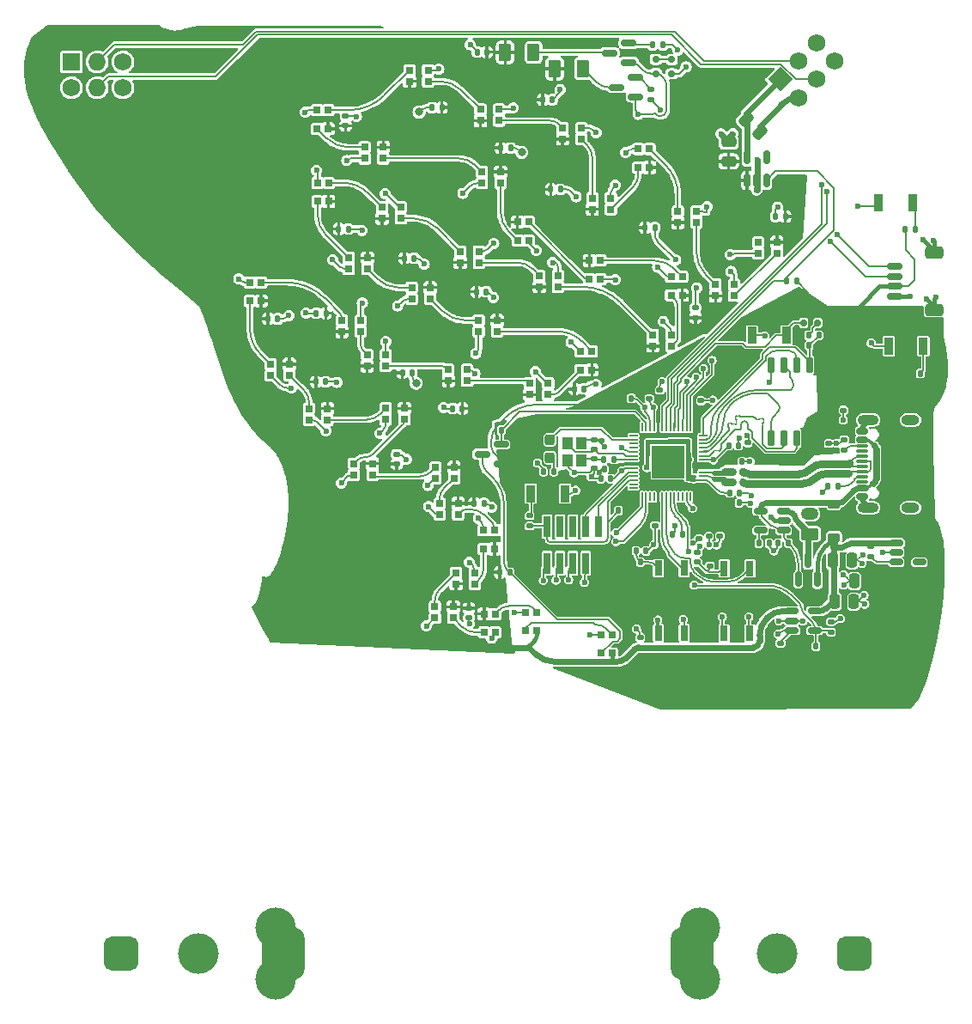
<source format=gbr>
%TF.GenerationSoftware,KiCad,Pcbnew,8.0.0*%
%TF.CreationDate,2024-03-10T20:39:49-05:00*%
%TF.ProjectId,B-Sides 2024,422d5369-6465-4732-9032-3032342e6b69,rev?*%
%TF.SameCoordinates,Original*%
%TF.FileFunction,Copper,L1,Top*%
%TF.FilePolarity,Positive*%
%FSLAX46Y46*%
G04 Gerber Fmt 4.6, Leading zero omitted, Abs format (unit mm)*
G04 Created by KiCad (PCBNEW 8.0.0) date 2024-03-10 20:39:49*
%MOMM*%
%LPD*%
G01*
G04 APERTURE LIST*
G04 Aperture macros list*
%AMRoundRect*
0 Rectangle with rounded corners*
0 $1 Rounding radius*
0 $2 $3 $4 $5 $6 $7 $8 $9 X,Y pos of 4 corners*
0 Add a 4 corners polygon primitive as box body*
4,1,4,$2,$3,$4,$5,$6,$7,$8,$9,$2,$3,0*
0 Add four circle primitives for the rounded corners*
1,1,$1+$1,$2,$3*
1,1,$1+$1,$4,$5*
1,1,$1+$1,$6,$7*
1,1,$1+$1,$8,$9*
0 Add four rect primitives between the rounded corners*
20,1,$1+$1,$2,$3,$4,$5,0*
20,1,$1+$1,$4,$5,$6,$7,0*
20,1,$1+$1,$6,$7,$8,$9,0*
20,1,$1+$1,$8,$9,$2,$3,0*%
%AMHorizOval*
0 Thick line with rounded ends*
0 $1 width*
0 $2 $3 position (X,Y) of the first rounded end (center of the circle)*
0 $4 $5 position (X,Y) of the second rounded end (center of the circle)*
0 Add line between two ends*
20,1,$1,$2,$3,$4,$5,0*
0 Add two circle primitives to create the rounded ends*
1,1,$1,$2,$3*
1,1,$1,$4,$5*%
%AMRotRect*
0 Rectangle, with rotation*
0 The origin of the aperture is its center*
0 $1 length*
0 $2 width*
0 $3 Rotation angle, in degrees counterclockwise*
0 Add horizontal line*
21,1,$1,$2,0,0,$3*%
G04 Aperture macros list end*
%TA.AperFunction,EtchedComponent*%
%ADD10C,0.000000*%
%TD*%
%TA.AperFunction,SMDPad,CuDef*%
%ADD11R,0.700000X0.700000*%
%TD*%
%TA.AperFunction,SMDPad,CuDef*%
%ADD12RoundRect,0.135000X0.135000X0.185000X-0.135000X0.185000X-0.135000X-0.185000X0.135000X-0.185000X0*%
%TD*%
%TA.AperFunction,SMDPad,CuDef*%
%ADD13RoundRect,0.135000X-0.135000X-0.185000X0.135000X-0.185000X0.135000X0.185000X-0.135000X0.185000X0*%
%TD*%
%TA.AperFunction,SMDPad,CuDef*%
%ADD14RoundRect,0.150000X0.625000X-0.150000X0.625000X0.150000X-0.625000X0.150000X-0.625000X-0.150000X0*%
%TD*%
%TA.AperFunction,SMDPad,CuDef*%
%ADD15RoundRect,0.250000X0.650000X-0.350000X0.650000X0.350000X-0.650000X0.350000X-0.650000X-0.350000X0*%
%TD*%
%TA.AperFunction,SMDPad,CuDef*%
%ADD16RoundRect,0.150000X0.150000X0.200000X-0.150000X0.200000X-0.150000X-0.200000X0.150000X-0.200000X0*%
%TD*%
%TA.AperFunction,SMDPad,CuDef*%
%ADD17RoundRect,0.250000X0.475000X-0.250000X0.475000X0.250000X-0.475000X0.250000X-0.475000X-0.250000X0*%
%TD*%
%TA.AperFunction,SMDPad,CuDef*%
%ADD18R,0.800000X1.500000*%
%TD*%
%TA.AperFunction,SMDPad,CuDef*%
%ADD19RoundRect,0.250000X0.375000X0.625000X-0.375000X0.625000X-0.375000X-0.625000X0.375000X-0.625000X0*%
%TD*%
%TA.AperFunction,SMDPad,CuDef*%
%ADD20RoundRect,0.140000X0.140000X0.170000X-0.140000X0.170000X-0.140000X-0.170000X0.140000X-0.170000X0*%
%TD*%
%TA.AperFunction,SMDPad,CuDef*%
%ADD21RoundRect,0.140000X0.170000X-0.140000X0.170000X0.140000X-0.170000X0.140000X-0.170000X-0.140000X0*%
%TD*%
%TA.AperFunction,SMDPad,CuDef*%
%ADD22R,1.000000X1.150000*%
%TD*%
%TA.AperFunction,ComponentPad*%
%ADD23R,1.727200X1.727200*%
%TD*%
%TA.AperFunction,ComponentPad*%
%ADD24C,1.727200*%
%TD*%
%TA.AperFunction,ComponentPad*%
%ADD25O,1.727200X1.727200*%
%TD*%
%TA.AperFunction,SMDPad,CuDef*%
%ADD26RoundRect,0.140000X-0.170000X0.140000X-0.170000X-0.140000X0.170000X-0.140000X0.170000X0.140000X0*%
%TD*%
%TA.AperFunction,SMDPad,CuDef*%
%ADD27R,0.900000X1.700000*%
%TD*%
%TA.AperFunction,SMDPad,CuDef*%
%ADD28RoundRect,0.140000X-0.140000X-0.170000X0.140000X-0.170000X0.140000X0.170000X-0.140000X0.170000X0*%
%TD*%
%TA.AperFunction,SMDPad,CuDef*%
%ADD29RoundRect,0.150000X0.200000X-0.150000X0.200000X0.150000X-0.200000X0.150000X-0.200000X-0.150000X0*%
%TD*%
%TA.AperFunction,ComponentPad*%
%ADD30RotRect,1.727200X1.727200X315.000000*%
%TD*%
%TA.AperFunction,ComponentPad*%
%ADD31HorizOval,1.727200X0.000000X0.000000X0.000000X0.000000X0*%
%TD*%
%TA.AperFunction,SMDPad,CuDef*%
%ADD32C,0.500000*%
%TD*%
%TA.AperFunction,SMDPad,CuDef*%
%ADD33RoundRect,0.150000X0.587500X0.150000X-0.587500X0.150000X-0.587500X-0.150000X0.587500X-0.150000X0*%
%TD*%
%TA.AperFunction,SMDPad,CuDef*%
%ADD34RoundRect,0.135000X0.185000X-0.135000X0.185000X0.135000X-0.185000X0.135000X-0.185000X-0.135000X0*%
%TD*%
%TA.AperFunction,SMDPad,CuDef*%
%ADD35RoundRect,0.150000X0.150000X-0.512500X0.150000X0.512500X-0.150000X0.512500X-0.150000X-0.512500X0*%
%TD*%
%TA.AperFunction,SMDPad,CuDef*%
%ADD36RoundRect,0.150000X0.150000X-0.587500X0.150000X0.587500X-0.150000X0.587500X-0.150000X-0.587500X0*%
%TD*%
%TA.AperFunction,SMDPad,CuDef*%
%ADD37RoundRect,0.135000X-0.185000X0.135000X-0.185000X-0.135000X0.185000X-0.135000X0.185000X0.135000X0*%
%TD*%
%TA.AperFunction,SMDPad,CuDef*%
%ADD38RoundRect,0.250000X-0.512652X-0.159099X-0.159099X-0.512652X0.512652X0.159099X0.159099X0.512652X0*%
%TD*%
%TA.AperFunction,SMDPad,CuDef*%
%ADD39RoundRect,0.237500X0.237500X-0.287500X0.237500X0.287500X-0.237500X0.287500X-0.237500X-0.287500X0*%
%TD*%
%TA.AperFunction,SMDPad,CuDef*%
%ADD40R,0.750000X2.100000*%
%TD*%
%TA.AperFunction,SMDPad,CuDef*%
%ADD41RoundRect,0.150000X-0.512500X-0.150000X0.512500X-0.150000X0.512500X0.150000X-0.512500X0.150000X0*%
%TD*%
%TA.AperFunction,SMDPad,CuDef*%
%ADD42RoundRect,0.050000X-0.050000X0.387500X-0.050000X-0.387500X0.050000X-0.387500X0.050000X0.387500X0*%
%TD*%
%TA.AperFunction,SMDPad,CuDef*%
%ADD43RoundRect,0.050000X-0.387500X0.050000X-0.387500X-0.050000X0.387500X-0.050000X0.387500X0.050000X0*%
%TD*%
%TA.AperFunction,HeatsinkPad*%
%ADD44R,3.200000X3.200000*%
%TD*%
%TA.AperFunction,SMDPad,CuDef*%
%ADD45RoundRect,0.250000X-0.250000X-0.475000X0.250000X-0.475000X0.250000X0.475000X-0.250000X0.475000X0*%
%TD*%
%TA.AperFunction,SMDPad,CuDef*%
%ADD46RoundRect,0.250000X0.250000X0.475000X-0.250000X0.475000X-0.250000X-0.475000X0.250000X-0.475000X0*%
%TD*%
%TA.AperFunction,SMDPad,CuDef*%
%ADD47RoundRect,0.225000X0.375000X-0.225000X0.375000X0.225000X-0.375000X0.225000X-0.375000X-0.225000X0*%
%TD*%
%TA.AperFunction,SMDPad,CuDef*%
%ADD48RoundRect,0.150000X-0.150000X0.650000X-0.150000X-0.650000X0.150000X-0.650000X0.150000X0.650000X0*%
%TD*%
%TA.AperFunction,SMDPad,CuDef*%
%ADD49RoundRect,0.150000X0.512500X0.150000X-0.512500X0.150000X-0.512500X-0.150000X0.512500X-0.150000X0*%
%TD*%
%TA.AperFunction,SMDPad,CuDef*%
%ADD50RoundRect,0.150000X0.425000X-0.150000X0.425000X0.150000X-0.425000X0.150000X-0.425000X-0.150000X0*%
%TD*%
%TA.AperFunction,SMDPad,CuDef*%
%ADD51RoundRect,0.075000X0.500000X-0.075000X0.500000X0.075000X-0.500000X0.075000X-0.500000X-0.075000X0*%
%TD*%
%TA.AperFunction,ComponentPad*%
%ADD52O,2.100000X1.000000*%
%TD*%
%TA.AperFunction,ComponentPad*%
%ADD53O,1.800000X1.000000*%
%TD*%
%TA.AperFunction,SMDPad,CuDef*%
%ADD54RoundRect,0.150000X-0.200000X0.150000X-0.200000X-0.150000X0.200000X-0.150000X0.200000X0.150000X0*%
%TD*%
%TA.AperFunction,ComponentPad*%
%ADD55RoundRect,1.050000X-1.050000X1.500000X-1.050000X-1.500000X1.050000X-1.500000X1.050000X1.500000X0*%
%TD*%
%TA.AperFunction,ComponentPad*%
%ADD56C,4.000000*%
%TD*%
%TA.AperFunction,ComponentPad*%
%ADD57RoundRect,0.850000X-0.850000X0.850000X-0.850000X-0.850000X0.850000X-0.850000X0.850000X0.850000X0*%
%TD*%
%TA.AperFunction,ComponentPad*%
%ADD58RoundRect,0.250000X0.625000X-0.350000X0.625000X0.350000X-0.625000X0.350000X-0.625000X-0.350000X0*%
%TD*%
%TA.AperFunction,ComponentPad*%
%ADD59O,1.750000X1.200000*%
%TD*%
%TA.AperFunction,ComponentPad*%
%ADD60RoundRect,1.050000X1.050000X-1.500000X1.050000X1.500000X-1.050000X1.500000X-1.050000X-1.500000X0*%
%TD*%
%TA.AperFunction,ComponentPad*%
%ADD61RoundRect,0.850000X0.850000X-0.850000X0.850000X0.850000X-0.850000X0.850000X-0.850000X-0.850000X0*%
%TD*%
%TA.AperFunction,ViaPad*%
%ADD62C,0.600000*%
%TD*%
%TA.AperFunction,ViaPad*%
%ADD63C,0.800000*%
%TD*%
%TA.AperFunction,Conductor*%
%ADD64C,0.150000*%
%TD*%
%TA.AperFunction,Conductor*%
%ADD65C,0.400000*%
%TD*%
%TA.AperFunction,Conductor*%
%ADD66C,0.800000*%
%TD*%
%TA.AperFunction,Conductor*%
%ADD67C,0.600000*%
%TD*%
%TA.AperFunction,Conductor*%
%ADD68C,0.200000*%
%TD*%
%TA.AperFunction,Conductor*%
%ADD69C,0.300000*%
%TD*%
G04 APERTURE END LIST*
D10*
%TA.AperFunction,EtchedComponent*%
%TO.C,NT5*%
G36*
X125780000Y-84270000D02*
G01*
X124780000Y-84270000D01*
X124780000Y-83770000D01*
X125780000Y-83770000D01*
X125780000Y-84270000D01*
G37*
%TD.AperFunction*%
%TA.AperFunction,EtchedComponent*%
%TO.C,NT6*%
G36*
X125780000Y-84920000D02*
G01*
X124780000Y-84920000D01*
X124780000Y-84420000D01*
X125780000Y-84420000D01*
X125780000Y-84920000D01*
G37*
%TD.AperFunction*%
%TD*%
D11*
%TO.P,D39,1,DOUT*%
%TO.N,Net-(D39-DOUT)*%
X96555000Y-45420000D03*
%TO.P,D39,2,VSS*%
%TO.N,GND*%
X96555000Y-44320000D03*
%TO.P,D39,3,DIN*%
%TO.N,/DIO_4*%
X94725000Y-44320000D03*
%TO.P,D39,4,VDD*%
%TO.N,/LED_VIN*%
X94725000Y-45420000D03*
%TD*%
%TO.P,D44,1,DOUT*%
%TO.N,Net-(D44-DOUT)*%
X123015000Y-59340000D03*
%TO.P,D44,2,VSS*%
%TO.N,GND*%
X123015000Y-58240000D03*
%TO.P,D44,3,DIN*%
%TO.N,Net-(D43-DOUT)*%
X121185000Y-58240000D03*
%TO.P,D44,4,VDD*%
%TO.N,/LED_VIN*%
X121185000Y-59340000D03*
%TD*%
D12*
%TO.P,R38,1*%
%TO.N,+3.3V*%
X104780000Y-79820000D03*
%TO.P,R38,2*%
%TO.N,/D10*%
X103760000Y-79820000D03*
%TD*%
D11*
%TO.P,D14,1,DOUT*%
%TO.N,Net-(D14-DOUT)*%
X108400000Y-76290000D03*
%TO.P,D14,2,VSS*%
%TO.N,GND*%
X108400000Y-75190000D03*
%TO.P,D14,3,DIN*%
%TO.N,/DIO_2*%
X106570000Y-75190000D03*
%TO.P,D14,4,VDD*%
%TO.N,/LED_VIN*%
X106570000Y-76290000D03*
%TD*%
D13*
%TO.P,R30,1*%
%TO.N,+3.3V*%
X115590000Y-76650000D03*
%TO.P,R30,2*%
%TO.N,/D9*%
X116610000Y-76650000D03*
%TD*%
D14*
%TO.P,J1,1,Pin_1*%
%TO.N,GND*%
X142590000Y-66630000D03*
%TO.P,J1,2,Pin_2*%
%TO.N,+3.3V*%
X142590000Y-65630000D03*
%TO.P,J1,3,Pin_3*%
%TO.N,/GPIO2*%
X142590000Y-64630000D03*
%TO.P,J1,4,Pin_4*%
%TO.N,/GPIO3*%
X142590000Y-63630000D03*
D15*
%TO.P,J1,MP,Pin_5*%
%TO.N,GND*%
X146465000Y-67930000D03*
X146465000Y-62330000D03*
%TD*%
D11*
%TO.P,D5,1,DOUT*%
%TO.N,Net-(D5-DOUT)*%
X109360000Y-65660000D03*
%TO.P,D5,2,VSS*%
%TO.N,GND*%
X109360000Y-64560000D03*
%TO.P,D5,3,DIN*%
%TO.N,/DIO_3*%
X107530000Y-64560000D03*
%TO.P,D5,4,VDD*%
%TO.N,/LED_VIN*%
X107530000Y-65660000D03*
%TD*%
D13*
%TO.P,R14,1*%
%TO.N,+3.3V*%
X143615000Y-60000000D03*
%TO.P,R14,2*%
%TO.N,Net-(R14-Pad2)*%
X144635000Y-60000000D03*
%TD*%
D11*
%TO.P,D35,1,DOUT*%
%TO.N,Net-(D35-DOUT)*%
X103120000Y-89665000D03*
%TO.P,D35,2,VSS*%
%TO.N,GND*%
X102020000Y-89665000D03*
%TO.P,D35,3,DIN*%
%TO.N,Net-(D34-DOUT)*%
X102020000Y-91495000D03*
%TO.P,D35,4,VDD*%
%TO.N,/LED_VIN*%
X103120000Y-91495000D03*
%TD*%
D16*
%TO.P,D1,1,K*%
%TO.N,/GPIO4*%
X133590000Y-69210000D03*
%TO.P,D1,2,A*%
%TO.N,Net-(D1-A)*%
X134990000Y-69210000D03*
%TD*%
D17*
%TO.P,C7,1*%
%TO.N,/LED_VIN*%
X126200000Y-53310000D03*
%TO.P,C7,2*%
%TO.N,GND*%
X126200000Y-51410000D03*
%TD*%
D18*
%TO.P,U9,1,GND*%
%TO.N,GND*%
X125760000Y-99830000D03*
%TO.P,U9,2,GND*%
X128300000Y-99830000D03*
%TO.P,U9,3,OUT*%
%TO.N,/GPIO23*%
X128300000Y-93430000D03*
%TO.P,U9,4,Vs*%
%TO.N,Net-(U9-Vs)*%
X125760000Y-93430000D03*
%TD*%
D19*
%TO.P,LD2,1,C*%
%TO.N,Net-(LD2-C)*%
X106960000Y-42560000D03*
%TO.P,LD2,2,A*%
%TO.N,/LED_VIN*%
X104160000Y-42560000D03*
%TD*%
D20*
%TO.P,C13,1*%
%TO.N,/LED_VIN*%
X86490000Y-68270000D03*
%TO.P,C13,2*%
%TO.N,GND*%
X85530000Y-68270000D03*
%TD*%
D11*
%TO.P,D32,1,DOUT*%
%TO.N,Net-(D32-DOUT)*%
X102080000Y-99735000D03*
%TO.P,D32,2,VSS*%
%TO.N,GND*%
X103180000Y-99735000D03*
%TO.P,D32,3,DIN*%
%TO.N,Net-(D31-DOUT)*%
X103180000Y-97905000D03*
%TO.P,D32,4,VDD*%
%TO.N,/LED_VIN*%
X102080000Y-97905000D03*
%TD*%
%TO.P,D26,1,DOUT*%
%TO.N,Net-(D26-DOUT)*%
X80090000Y-65225000D03*
%TO.P,D26,2,VSS*%
%TO.N,GND*%
X78990000Y-65225000D03*
%TO.P,D26,3,DIN*%
%TO.N,Net-(D25-DOUT)*%
X78990000Y-67055000D03*
%TO.P,D26,4,VDD*%
%TO.N,/LED_VIN*%
X80090000Y-67055000D03*
%TD*%
D21*
%TO.P,C2,1*%
%TO.N,Net-(U9-Vs)*%
X123120000Y-92810000D03*
%TO.P,C2,2*%
%TO.N,GND*%
X123120000Y-91850000D03*
%TD*%
D12*
%TO.P,R39,1*%
%TO.N,/V_USB*%
X132100000Y-90920000D03*
%TO.P,R39,2*%
%TO.N,GND*%
X131080000Y-90920000D03*
%TD*%
D22*
%TO.P,Y1,1,1*%
%TO.N,/XIN*%
X110280000Y-81065000D03*
%TO.P,Y1,2,2*%
%TO.N,GND*%
X110280000Y-82815000D03*
%TO.P,Y1,3,3*%
%TO.N,Net-(C42-Pad2)*%
X111680000Y-82815000D03*
%TO.P,Y1,4,4*%
%TO.N,GND*%
X111680000Y-81065000D03*
%TD*%
D19*
%TO.P,LD1,1,C*%
%TO.N,Net-(LD1-C)*%
X111830000Y-44180000D03*
%TO.P,LD1,2,A*%
%TO.N,/LED_VIN*%
X109030000Y-44180000D03*
%TD*%
D23*
%TO.P,J3,1,VCC*%
%TO.N,/SAO_VIN*%
X61390000Y-43510000D03*
D24*
%TO.P,J3,2,GND*%
%TO.N,GND*%
X61390000Y-46050000D03*
D25*
%TO.P,J3,3,SDA*%
%TO.N,/D9*%
X63930000Y-43510000D03*
%TO.P,J3,4,SCL*%
%TO.N,/D6*%
X63930000Y-46050000D03*
D24*
%TO.P,J3,5,GPIO1*%
%TO.N,/CS{slash}MISO_0*%
X66470000Y-43510000D03*
%TO.P,J3,6,GPIO2*%
%TO.N,/GPIO19*%
X66470000Y-46050000D03*
%TD*%
D26*
%TO.P,C47,1*%
%TO.N,+3.3V*%
X125340000Y-89270000D03*
%TO.P,C47,2*%
%TO.N,GND*%
X125340000Y-90230000D03*
%TD*%
D11*
%TO.P,D16,1,DOUT*%
%TO.N,Net-(D16-DOUT)*%
X101545000Y-68970000D03*
%TO.P,D16,2,VSS*%
%TO.N,GND*%
X101545000Y-70070000D03*
%TO.P,D16,3,DIN*%
%TO.N,Net-(D15-DOUT)*%
X103375000Y-70070000D03*
%TO.P,D16,4,VDD*%
%TO.N,/LED_VIN*%
X103375000Y-68970000D03*
%TD*%
%TO.P,D28,1,DOUT*%
%TO.N,Net-(D28-DOUT)*%
X92375000Y-73460000D03*
%TO.P,D28,2,VSS*%
%TO.N,GND*%
X92375000Y-72360000D03*
%TO.P,D28,3,DIN*%
%TO.N,Net-(D27-DOUT)*%
X90545000Y-72360000D03*
%TO.P,D28,4,VDD*%
%TO.N,/LED_VIN*%
X90545000Y-73460000D03*
%TD*%
%TO.P,D15,1,DOUT*%
%TO.N,Net-(D15-DOUT)*%
X112715000Y-72035000D03*
%TO.P,D15,2,VSS*%
%TO.N,GND*%
X111615000Y-72035000D03*
%TO.P,D15,3,DIN*%
%TO.N,Net-(D14-DOUT)*%
X111615000Y-73865000D03*
%TO.P,D15,4,VDD*%
%TO.N,/LED_VIN*%
X112715000Y-73865000D03*
%TD*%
D27*
%TO.P,SW1,1,1*%
%TO.N,GND*%
X128490000Y-70450000D03*
%TO.P,SW1,2,2*%
%TO.N,/GPIO4*%
X131890000Y-70450000D03*
%TD*%
D20*
%TO.P,C30,1*%
%TO.N,/LED_VIN*%
X97910000Y-48000000D03*
%TO.P,C30,2*%
%TO.N,GND*%
X96950000Y-48000000D03*
%TD*%
D28*
%TO.P,C15,1*%
%TO.N,/LED_VIN*%
X101100000Y-87020000D03*
%TO.P,C15,2*%
%TO.N,GND*%
X102060000Y-87020000D03*
%TD*%
D11*
%TO.P,D23,1,DOUT*%
%TO.N,Net-(D23-DOUT)*%
X92385000Y-77650000D03*
%TO.P,D23,2,VSS*%
%TO.N,GND*%
X92385000Y-78750000D03*
%TO.P,D23,3,DIN*%
%TO.N,Net-(D22-DOUT)*%
X94215000Y-78750000D03*
%TO.P,D23,4,VDD*%
%TO.N,/LED_VIN*%
X94215000Y-77650000D03*
%TD*%
%TO.P,D46,1,DOUT*%
%TO.N,unconnected-(D46-DOUT-Pad1)*%
X129120000Y-61260000D03*
%TO.P,D46,2,VSS*%
%TO.N,GND*%
X129120000Y-62360000D03*
%TO.P,D46,3,DIN*%
%TO.N,Net-(D45-DOUT)*%
X130950000Y-62360000D03*
%TO.P,D46,4,VDD*%
%TO.N,/LED_VIN*%
X130950000Y-61260000D03*
%TD*%
%TO.P,D19,1,DOUT*%
%TO.N,Net-(D19-DOUT)*%
X86750000Y-55425000D03*
%TO.P,D19,2,VSS*%
%TO.N,GND*%
X85650000Y-55425000D03*
%TO.P,D19,3,DIN*%
%TO.N,Net-(D18-DOUT)*%
X85650000Y-57255000D03*
%TO.P,D19,4,VDD*%
%TO.N,/LED_VIN*%
X86750000Y-57255000D03*
%TD*%
D29*
%TO.P,D3,1,K*%
%TO.N,Net-(D3-K)*%
X119010000Y-43250000D03*
%TO.P,D3,2,A*%
%TO.N,Net-(D3-A)*%
X119010000Y-44650000D03*
%TD*%
D28*
%TO.P,C44,1*%
%TO.N,+3.3V*%
X126260000Y-86970000D03*
%TO.P,C44,2*%
%TO.N,GND*%
X127220000Y-86970000D03*
%TD*%
D30*
%TO.P,J4,1,VCC*%
%TO.N,/SAO_VIN*%
X131280131Y-45225147D03*
D24*
%TO.P,J4,2,GND*%
%TO.N,GND*%
X133076182Y-47021199D03*
D31*
%TO.P,J4,3,SDA*%
%TO.N,/D9*%
X133076182Y-43429096D03*
%TO.P,J4,4,SCL*%
%TO.N,/D6*%
X134872233Y-45225147D03*
D24*
%TO.P,J4,5,GPIO1*%
%TO.N,/CS{slash}MISO_1*%
X134872233Y-41633045D03*
%TO.P,J4,6,GPIO2*%
%TO.N,/D4*%
X136668284Y-43429096D03*
%TD*%
D11*
%TO.P,D13,1,DOUT*%
%TO.N,/DIO_4*%
X86710000Y-48255000D03*
%TO.P,D13,2,VSS*%
%TO.N,GND*%
X85610000Y-48255000D03*
%TO.P,D13,3,DIN*%
%TO.N,Net-(D12-DOUT)*%
X85610000Y-50085000D03*
%TO.P,D13,4,VDD*%
%TO.N,/LED_VIN*%
X86710000Y-50085000D03*
%TD*%
%TO.P,D27,1,DOUT*%
%TO.N,Net-(D27-DOUT)*%
X89895000Y-70080000D03*
%TO.P,D27,2,VSS*%
%TO.N,GND*%
X89895000Y-68980000D03*
%TO.P,D27,3,DIN*%
%TO.N,Net-(D26-DOUT)*%
X88065000Y-68980000D03*
%TO.P,D27,4,VDD*%
%TO.N,/LED_VIN*%
X88065000Y-70080000D03*
%TD*%
D32*
%TO.P,NT5,1,1*%
%TO.N,Net-(U3-USB_DP)*%
X124780000Y-84020000D03*
%TO.P,NT5,2,2*%
%TO.N,/USB_D+*%
X125780000Y-84020000D03*
%TD*%
D20*
%TO.P,C40,1*%
%TO.N,+1V2*%
X114560000Y-84570000D03*
%TO.P,C40,2*%
%TO.N,GND*%
X113600000Y-84570000D03*
%TD*%
D33*
%TO.P,Q3,1,B*%
%TO.N,Net-(D3-A)*%
X116327500Y-43560000D03*
%TO.P,Q3,2,E*%
%TO.N,Net-(Q3-E)*%
X116327500Y-41660000D03*
%TO.P,Q3,3,C*%
%TO.N,Net-(LD2-C)*%
X114452500Y-42610000D03*
%TD*%
D34*
%TO.P,R8,1*%
%TO.N,+3.3V*%
X131310000Y-101800000D03*
%TO.P,R8,2*%
%TO.N,/A2*%
X131310000Y-100780000D03*
%TD*%
D35*
%TO.P,U2,1,VIN*%
%TO.N,/LED_VIN*%
X128020000Y-55187500D03*
%TO.P,U2,2,GND*%
%TO.N,GND*%
X128970000Y-55187500D03*
%TO.P,U2,3,EN*%
%TO.N,/GPIO5*%
X129920000Y-55187500D03*
%TO.P,U2,4,NC*%
%TO.N,unconnected-(U2-NC-Pad4)*%
X129920000Y-52912500D03*
%TO.P,U2,5,VOUT*%
%TO.N,/SAO_VIN*%
X128020000Y-52912500D03*
%TD*%
D36*
%TO.P,Q4,1,G*%
%TO.N,/V_USB*%
X133050000Y-94507500D03*
%TO.P,Q4,2,S*%
%TO.N,/Battery_VIN*%
X134950000Y-94507500D03*
%TO.P,Q4,3,D*%
%TO.N,/VBAT*%
X134000000Y-92632500D03*
%TD*%
D20*
%TO.P,C21,1*%
%TO.N,/LED_VIN*%
X131790000Y-58740000D03*
%TO.P,C21,2*%
%TO.N,GND*%
X130830000Y-58740000D03*
%TD*%
D11*
%TO.P,D40,1,DOUT*%
%TO.N,Net-(D40-DOUT)*%
X103555000Y-49290000D03*
%TO.P,D40,2,VSS*%
%TO.N,GND*%
X103555000Y-48190000D03*
%TO.P,D40,3,DIN*%
%TO.N,Net-(D39-DOUT)*%
X101725000Y-48190000D03*
%TO.P,D40,4,VDD*%
%TO.N,/LED_VIN*%
X101725000Y-49290000D03*
%TD*%
%TO.P,D22,1,DOUT*%
%TO.N,Net-(D22-DOUT)*%
X89240000Y-83090000D03*
%TO.P,D22,2,VSS*%
%TO.N,GND*%
X89240000Y-84190000D03*
%TO.P,D22,3,DIN*%
%TO.N,/DIO_1*%
X91070000Y-84190000D03*
%TO.P,D22,4,VDD*%
%TO.N,/LED_VIN*%
X91070000Y-83090000D03*
%TD*%
D18*
%TO.P,U1,1,GND*%
%TO.N,GND*%
X119280000Y-99780000D03*
%TO.P,U1,2,GND*%
X121820000Y-99780000D03*
%TO.P,U1,3,OUT*%
%TO.N,/GPIO22*%
X121820000Y-93380000D03*
%TO.P,U1,4,Vs*%
%TO.N,Net-(U1-Vs)*%
X119280000Y-93380000D03*
%TD*%
D11*
%TO.P,D45,1,DOUT*%
%TO.N,Net-(D45-DOUT)*%
X126735000Y-66560000D03*
%TO.P,D45,2,VSS*%
%TO.N,GND*%
X126735000Y-65460000D03*
%TO.P,D45,3,DIN*%
%TO.N,Net-(D44-DOUT)*%
X124905000Y-65460000D03*
%TO.P,D45,4,VDD*%
%TO.N,/LED_VIN*%
X124905000Y-66560000D03*
%TD*%
D12*
%TO.P,R36,1*%
%TO.N,/XOUT*%
X114900000Y-82670000D03*
%TO.P,R36,2*%
%TO.N,Net-(C42-Pad2)*%
X113880000Y-82670000D03*
%TD*%
D11*
%TO.P,D11,1,DOUT*%
%TO.N,Net-(D11-DOUT)*%
X101875000Y-54350000D03*
%TO.P,D11,2,VSS*%
%TO.N,GND*%
X101875000Y-55450000D03*
%TO.P,D11,3,DIN*%
%TO.N,Net-(D10-DOUT)*%
X103705000Y-55450000D03*
%TO.P,D11,4,VDD*%
%TO.N,/LED_VIN*%
X103705000Y-54350000D03*
%TD*%
D37*
%TO.P,R29,1*%
%TO.N,+3.3V*%
X118380000Y-75660000D03*
%TO.P,R29,2*%
%TO.N,/D6*%
X118380000Y-76680000D03*
%TD*%
D38*
%TO.P,C8,1*%
%TO.N,/SAO_VIN*%
X127928249Y-49128249D03*
%TO.P,C8,2*%
%TO.N,GND*%
X129271751Y-50471751D03*
%TD*%
D13*
%TO.P,R1,1*%
%TO.N,GND*%
X107940000Y-83880000D03*
%TO.P,R1,2*%
%TO.N,Net-(D2-K)*%
X108960000Y-83880000D03*
%TD*%
D11*
%TO.P,D24,1,DOUT*%
%TO.N,Net-(D24-DOUT)*%
X84807500Y-77670000D03*
%TO.P,D24,2,VSS*%
%TO.N,GND*%
X84807500Y-78770000D03*
%TO.P,D24,3,DIN*%
%TO.N,Net-(D23-DOUT)*%
X86637500Y-78770000D03*
%TO.P,D24,4,VDD*%
%TO.N,/LED_VIN*%
X86637500Y-77670000D03*
%TD*%
D39*
%TO.P,D2,1,K*%
%TO.N,Net-(D2-K)*%
X108550000Y-82492500D03*
%TO.P,D2,2,A*%
%TO.N,/D13*%
X108550000Y-80742500D03*
%TD*%
D20*
%TO.P,C46,1*%
%TO.N,+3.3V*%
X114890000Y-83630000D03*
%TO.P,C46,2*%
%TO.N,GND*%
X113930000Y-83630000D03*
%TD*%
D40*
%TO.P,J13,1,Pin_1*%
%TO.N,+3.3V*%
X113380000Y-92910000D03*
%TO.P,J13,2,Pin_2*%
%TO.N,/SWD*%
X113380000Y-89310000D03*
%TO.P,J13,3,Pin_3*%
%TO.N,GND*%
X112110000Y-92910000D03*
%TO.P,J13,4,Pin_4*%
%TO.N,/SWCLK*%
X112110000Y-89310000D03*
%TO.P,J13,5,Pin_5*%
%TO.N,GND*%
X110840000Y-92910000D03*
%TO.P,J13,6,Pin_6*%
%TO.N,unconnected-(J13-Pin_6-Pad6)*%
X110840000Y-89310000D03*
%TO.P,J13,7,Pin_7*%
%TO.N,GND*%
X109570000Y-92910000D03*
%TO.P,J13,8,Pin_8*%
%TO.N,unconnected-(J13-Pin_8-Pad8)*%
X109570000Y-89310000D03*
%TO.P,J13,9,Pin_9*%
%TO.N,GND*%
X108300000Y-92910000D03*
%TO.P,J13,10,Pin_10*%
%TO.N,/RESET*%
X108300000Y-89310000D03*
%TD*%
D12*
%TO.P,R37,1*%
%TO.N,/DIO*%
X104640000Y-93810000D03*
%TO.P,R37,2*%
%TO.N,/LED_VIN*%
X103620000Y-93810000D03*
%TD*%
D11*
%TO.P,D12,1,DOUT*%
%TO.N,Net-(D12-DOUT)*%
X90310000Y-51920000D03*
%TO.P,D12,2,VSS*%
%TO.N,GND*%
X90310000Y-53020000D03*
%TO.P,D12,3,DIN*%
%TO.N,Net-(D11-DOUT)*%
X92140000Y-53020000D03*
%TO.P,D12,4,VDD*%
%TO.N,/LED_VIN*%
X92140000Y-51920000D03*
%TD*%
D41*
%TO.P,U10,1,VOUT*%
%TO.N,/LED_VIN*%
X132412500Y-97640000D03*
%TO.P,U10,2,GND*%
%TO.N,GND*%
X132412500Y-98590000D03*
%TO.P,U10,3,~{FLG}*%
%TO.N,/A2*%
X132412500Y-99540000D03*
%TO.P,U10,4,EN*%
%TO.N,/D25*%
X134687500Y-99540000D03*
%TO.P,U10,5,VIN*%
%TO.N,/Battery_VIN*%
X134687500Y-97640000D03*
%TD*%
D11*
%TO.P,D6,1,DOUT*%
%TO.N,Net-(D6-DOUT)*%
X120555000Y-71500000D03*
%TO.P,D6,2,VSS*%
%TO.N,GND*%
X120555000Y-70400000D03*
%TO.P,D6,3,DIN*%
%TO.N,Net-(D5-DOUT)*%
X118725000Y-70400000D03*
%TO.P,D6,4,VDD*%
%TO.N,/LED_VIN*%
X118725000Y-71500000D03*
%TD*%
D28*
%TO.P,C29,1*%
%TO.N,/LED_VIN*%
X87740000Y-59970000D03*
%TO.P,C29,2*%
%TO.N,GND*%
X88700000Y-59970000D03*
%TD*%
D11*
%TO.P,D21,1,DOUT*%
%TO.N,/DIO_3*%
X101565000Y-63280000D03*
%TO.P,D21,2,VSS*%
%TO.N,GND*%
X101565000Y-62180000D03*
%TO.P,D21,3,DIN*%
%TO.N,Net-(D20-DOUT)*%
X99735000Y-62180000D03*
%TO.P,D21,4,VDD*%
%TO.N,/LED_VIN*%
X99735000Y-63280000D03*
%TD*%
D28*
%TO.P,C45,1*%
%TO.N,+3.3V*%
X126580000Y-82900000D03*
%TO.P,C45,2*%
%TO.N,GND*%
X127540000Y-82900000D03*
%TD*%
%TO.P,C6,1*%
%TO.N,/LED_VIN*%
X107860000Y-47220000D03*
%TO.P,C6,2*%
%TO.N,GND*%
X108820000Y-47220000D03*
%TD*%
D42*
%TO.P,U3,1,IOVDD*%
%TO.N,+3.3V*%
X122842500Y-79492500D03*
%TO.P,U3,2,GPIO0*%
%TO.N,/GPIO0*%
X122442500Y-79492500D03*
%TO.P,U3,3,GPIO1*%
%TO.N,/GPIO1*%
X122042500Y-79492500D03*
%TO.P,U3,4,GPIO2*%
%TO.N,/GPIO2*%
X121642500Y-79492500D03*
%TO.P,U3,5,GPIO3*%
%TO.N,/GPIO3*%
X121242500Y-79492500D03*
%TO.P,U3,6,GPIO4*%
%TO.N,/GPIO4*%
X120842500Y-79492500D03*
%TO.P,U3,7,GPIO5*%
%TO.N,/GPIO5*%
X120442500Y-79492500D03*
%TO.P,U3,8,GPIO6*%
%TO.N,/D4*%
X120042500Y-79492500D03*
%TO.P,U3,9,GPIO7*%
%TO.N,/CS{slash}MISO_1*%
X119642500Y-79492500D03*
%TO.P,U3,10,IOVDD*%
%TO.N,+3.3V*%
X119242500Y-79492500D03*
%TO.P,U3,11,GPIO8*%
%TO.N,/D6*%
X118842500Y-79492500D03*
%TO.P,U3,12,GPIO9*%
%TO.N,/D9*%
X118442500Y-79492500D03*
%TO.P,U3,13,GPIO10*%
%TO.N,/D10*%
X118042500Y-79492500D03*
%TO.P,U3,14,GPIO11*%
%TO.N,/D11*%
X117642500Y-79492500D03*
D43*
%TO.P,U3,15,GPIO12*%
%TO.N,/D12*%
X116805000Y-80330000D03*
%TO.P,U3,16,GPIO13*%
%TO.N,/D13*%
X116805000Y-80730000D03*
%TO.P,U3,17,GPIO14*%
%TO.N,/GPIO14*%
X116805000Y-81130000D03*
%TO.P,U3,18,GPIO15*%
%TO.N,/GPIO15*%
X116805000Y-81530000D03*
%TO.P,U3,19,TESTEN*%
%TO.N,GND*%
X116805000Y-81930000D03*
%TO.P,U3,20,XIN*%
%TO.N,/XIN*%
X116805000Y-82330000D03*
%TO.P,U3,21,XOUT*%
%TO.N,/XOUT*%
X116805000Y-82730000D03*
%TO.P,U3,22,IOVDD*%
%TO.N,+3.3V*%
X116805000Y-83130000D03*
%TO.P,U3,23,DVDD*%
%TO.N,+1V2*%
X116805000Y-83530000D03*
%TO.P,U3,24,SWCLK*%
%TO.N,/SWCLK*%
X116805000Y-83930000D03*
%TO.P,U3,25,SWD*%
%TO.N,/SWD*%
X116805000Y-84330000D03*
%TO.P,U3,26,RUN*%
%TO.N,/RESET*%
X116805000Y-84730000D03*
%TO.P,U3,27,GPIO16*%
%TO.N,/GPIO16*%
X116805000Y-85130000D03*
%TO.P,U3,28,GPIO17*%
%TO.N,/GPIO17*%
X116805000Y-85530000D03*
D42*
%TO.P,U3,29,GPIO18*%
%TO.N,/CS{slash}MISO_0*%
X117642500Y-86367500D03*
%TO.P,U3,30,GPIO19*%
%TO.N,/GPIO19*%
X118042500Y-86367500D03*
%TO.P,U3,31,GPIO20*%
%TO.N,/GPIO20*%
X118442500Y-86367500D03*
%TO.P,U3,32,GPIO21*%
%TO.N,/GPIO21*%
X118842500Y-86367500D03*
%TO.P,U3,33,IOVDD*%
%TO.N,+3.3V*%
X119242500Y-86367500D03*
%TO.P,U3,34,GPIO22*%
%TO.N,/GPIO22*%
X119642500Y-86367500D03*
%TO.P,U3,35,GPIO23*%
%TO.N,/GPIO23*%
X120042500Y-86367500D03*
%TO.P,U3,36,GPIO24*%
%TO.N,/D24*%
X120442500Y-86367500D03*
%TO.P,U3,37,GPIO25*%
%TO.N,/D25*%
X120842500Y-86367500D03*
%TO.P,U3,38,GPIO26_ADC0*%
%TO.N,/A0*%
X121242500Y-86367500D03*
%TO.P,U3,39,GPIO27_ADC1*%
%TO.N,/A1*%
X121642500Y-86367500D03*
%TO.P,U3,40,GPIO28_ADC2*%
%TO.N,/A2*%
X122042500Y-86367500D03*
%TO.P,U3,41,GPIO29_ADC3*%
%TO.N,/A3*%
X122442500Y-86367500D03*
%TO.P,U3,42,IOVDD*%
%TO.N,+3.3V*%
X122842500Y-86367500D03*
D43*
%TO.P,U3,43,ADC_AVDD*%
X123680000Y-85530000D03*
%TO.P,U3,44,VREG_IN*%
X123680000Y-85130000D03*
%TO.P,U3,45,VREG_VOUT*%
%TO.N,+1V2*%
X123680000Y-84730000D03*
%TO.P,U3,46,USB_DM*%
%TO.N,Net-(U3-USB_DM)*%
X123680000Y-84330000D03*
%TO.P,U3,47,USB_DP*%
%TO.N,Net-(U3-USB_DP)*%
X123680000Y-83930000D03*
%TO.P,U3,48,USB_VDD*%
%TO.N,+3.3V*%
X123680000Y-83530000D03*
%TO.P,U3,49,IOVDD*%
X123680000Y-83130000D03*
%TO.P,U3,50,DVDD*%
%TO.N,+1V2*%
X123680000Y-82730000D03*
%TO.P,U3,51,QSPI_SD3*%
%TO.N,/SD3*%
X123680000Y-82330000D03*
%TO.P,U3,52,QSPI_SCLK*%
%TO.N,/spi_clk*%
X123680000Y-81930000D03*
%TO.P,U3,53,QSPI_SD0*%
%TO.N,/SD0*%
X123680000Y-81530000D03*
%TO.P,U3,54,QSPI_SD2*%
%TO.N,/SD2*%
X123680000Y-81130000D03*
%TO.P,U3,55,QSPI_SD1*%
%TO.N,/SD1*%
X123680000Y-80730000D03*
%TO.P,U3,56,QSPI_SS*%
%TO.N,/SPI_CS*%
X123680000Y-80330000D03*
D44*
%TO.P,U3,57,GND*%
%TO.N,GND*%
X120242500Y-82930000D03*
%TD*%
D28*
%TO.P,C22,1*%
%TO.N,/LED_VIN*%
X85490000Y-75030000D03*
%TO.P,C22,2*%
%TO.N,GND*%
X86450000Y-75030000D03*
%TD*%
D27*
%TO.P,SW3,1,1*%
%TO.N,/GPIO1*%
X140925000Y-57375000D03*
%TO.P,SW3,2,2*%
%TO.N,Net-(R14-Pad2)*%
X144325000Y-57375000D03*
%TD*%
D45*
%TO.P,C16,1*%
%TO.N,/Battery_VIN*%
X136640000Y-96700000D03*
%TO.P,C16,2*%
%TO.N,GND*%
X138540000Y-96700000D03*
%TD*%
D46*
%TO.P,C5,1*%
%TO.N,+3.3V*%
X140500000Y-94670000D03*
%TO.P,C5,2*%
%TO.N,GND*%
X138600000Y-94670000D03*
%TD*%
D13*
%TO.P,R10,1*%
%TO.N,Net-(Q3-E)*%
X118680000Y-41800000D03*
%TO.P,R10,2*%
%TO.N,GND*%
X119700000Y-41800000D03*
%TD*%
D20*
%TO.P,C3,1*%
%TO.N,/LED_VIN*%
X102360000Y-42540000D03*
%TO.P,C3,2*%
%TO.N,GND*%
X101400000Y-42540000D03*
%TD*%
D37*
%TO.P,R5,1*%
%TO.N,/Battery_VIN*%
X140192500Y-91260000D03*
%TO.P,R5,2*%
%TO.N,Net-(U4-EN)*%
X140192500Y-92280000D03*
%TD*%
D11*
%TO.P,D42,1,DOUT*%
%TO.N,Net-(D42-DOUT)*%
X114580000Y-58020000D03*
%TO.P,D42,2,VSS*%
%TO.N,GND*%
X114580000Y-56920000D03*
%TO.P,D42,3,DIN*%
%TO.N,Net-(D41-DOUT)*%
X112750000Y-56920000D03*
%TO.P,D42,4,VDD*%
%TO.N,/LED_VIN*%
X112750000Y-58020000D03*
%TD*%
D12*
%TO.P,R25,1*%
%TO.N,/D-*%
X127570000Y-84900000D03*
%TO.P,R25,2*%
%TO.N,/USB_D-*%
X126550000Y-84900000D03*
%TD*%
D21*
%TO.P,C53,1*%
%TO.N,+3.3V*%
X119410000Y-76820000D03*
%TO.P,C53,2*%
%TO.N,GND*%
X119410000Y-75860000D03*
%TD*%
D12*
%TO.P,R26,1*%
%TO.N,GND*%
X130190000Y-90920000D03*
%TO.P,R26,2*%
%TO.N,Net-(U7-PROG)*%
X129170000Y-90920000D03*
%TD*%
D26*
%TO.P,C50,1*%
%TO.N,+3.3V*%
X123260000Y-89540000D03*
%TO.P,C50,2*%
%TO.N,GND*%
X123260000Y-90500000D03*
%TD*%
D21*
%TO.P,C51,1*%
%TO.N,+3.3V*%
X123475000Y-77855000D03*
%TO.P,C51,2*%
%TO.N,GND*%
X123475000Y-76895000D03*
%TD*%
D33*
%TO.P,Q2,1,G*%
%TO.N,+3.3V*%
X103767500Y-83110000D03*
%TO.P,Q2,2,S*%
%TO.N,/D10*%
X103767500Y-81210000D03*
%TO.P,Q2,3,D*%
%TO.N,/DIO*%
X101892500Y-82160000D03*
%TD*%
D20*
%TO.P,C27,1*%
%TO.N,/LED_VIN*%
X99940000Y-77660000D03*
%TO.P,C27,2*%
%TO.N,GND*%
X98980000Y-77660000D03*
%TD*%
D37*
%TO.P,R6,1*%
%TO.N,Net-(R6-Pad1)*%
X106580000Y-88220000D03*
%TO.P,R6,2*%
%TO.N,/RESET*%
X106580000Y-89240000D03*
%TD*%
D13*
%TO.P,R12,1*%
%TO.N,+3.3V*%
X116480000Y-92800000D03*
%TO.P,R12,2*%
%TO.N,Net-(U1-Vs)*%
X117500000Y-92800000D03*
%TD*%
D28*
%TO.P,C18,1*%
%TO.N,/LED_VIN*%
X94020000Y-74130000D03*
%TO.P,C18,2*%
%TO.N,GND*%
X94980000Y-74130000D03*
%TD*%
D12*
%TO.P,R28,1*%
%TO.N,+3.3V*%
X135130000Y-71470000D03*
%TO.P,R28,2*%
%TO.N,/SPI_CS*%
X134110000Y-71470000D03*
%TD*%
D11*
%TO.P,D31,1,DOUT*%
%TO.N,Net-(D31-DOUT)*%
X107300000Y-97735000D03*
%TO.P,D31,2,VSS*%
%TO.N,GND*%
X106200000Y-97735000D03*
%TO.P,D31,3,DIN*%
%TO.N,Net-(D30-DOUT)*%
X106200000Y-99565000D03*
%TO.P,D31,4,VDD*%
%TO.N,/LED_VIN*%
X107300000Y-99565000D03*
%TD*%
D28*
%TO.P,C41,1*%
%TO.N,+1V2*%
X126190000Y-81340000D03*
%TO.P,C41,2*%
%TO.N,GND*%
X127150000Y-81340000D03*
%TD*%
%TO.P,C19,1*%
%TO.N,/LED_VIN*%
X101340000Y-66150000D03*
%TO.P,C19,2*%
%TO.N,GND*%
X102300000Y-66150000D03*
%TD*%
D26*
%TO.P,C52,1*%
%TO.N,+3.3V*%
X124240000Y-89300000D03*
%TO.P,C52,2*%
%TO.N,GND*%
X124240000Y-90260000D03*
%TD*%
D11*
%TO.P,D37,1,DOUT*%
%TO.N,/DIO_1*%
X97285000Y-83450000D03*
%TO.P,D37,2,VSS*%
%TO.N,GND*%
X97285000Y-84550000D03*
%TO.P,D37,3,DIN*%
%TO.N,Net-(D36-DOUT)*%
X99115000Y-84550000D03*
%TO.P,D37,4,VDD*%
%TO.N,/LED_VIN*%
X99115000Y-83450000D03*
%TD*%
%TO.P,D43,1,DOUT*%
%TO.N,Net-(D43-DOUT)*%
X118390000Y-52085000D03*
%TO.P,D43,2,VSS*%
%TO.N,GND*%
X117290000Y-52085000D03*
%TO.P,D43,3,DIN*%
%TO.N,Net-(D42-DOUT)*%
X117290000Y-53915000D03*
%TO.P,D43,4,VDD*%
%TO.N,/LED_VIN*%
X118390000Y-53915000D03*
%TD*%
D28*
%TO.P,C25,1*%
%TO.N,/LED_VIN*%
X103730000Y-51980000D03*
%TO.P,C25,2*%
%TO.N,GND*%
X104690000Y-51980000D03*
%TD*%
D32*
%TO.P,NT6,1,1*%
%TO.N,Net-(U3-USB_DM)*%
X124780000Y-84670000D03*
%TO.P,NT6,2,2*%
%TO.N,/USB_D-*%
X125780000Y-84670000D03*
%TD*%
D11*
%TO.P,D30,1,DOUT*%
%TO.N,Net-(D30-DOUT)*%
X114720000Y-99940000D03*
%TO.P,D30,2,VSS*%
%TO.N,GND*%
X113620000Y-99940000D03*
%TO.P,D30,3,DIN*%
%TO.N,/DIO*%
X113620000Y-101770000D03*
%TO.P,D30,4,VDD*%
%TO.N,/LED_VIN*%
X114720000Y-101770000D03*
%TD*%
D26*
%TO.P,C10,1*%
%TO.N,+3.3V*%
X136080000Y-80150000D03*
%TO.P,C10,2*%
%TO.N,GND*%
X136080000Y-81110000D03*
%TD*%
D11*
%TO.P,D36,1,DOUT*%
%TO.N,Net-(D36-DOUT)*%
X97690000Y-87000000D03*
%TO.P,D36,2,VSS*%
%TO.N,GND*%
X97690000Y-88100000D03*
%TO.P,D36,3,DIN*%
%TO.N,Net-(D35-DOUT)*%
X99520000Y-88100000D03*
%TO.P,D36,4,VDD*%
%TO.N,/LED_VIN*%
X99520000Y-87000000D03*
%TD*%
%TO.P,D10,1,DOUT*%
%TO.N,Net-(D10-DOUT)*%
X105375000Y-61105000D03*
%TO.P,D10,2,VSS*%
%TO.N,GND*%
X106475000Y-61105000D03*
%TO.P,D10,3,DIN*%
%TO.N,Net-(D10-DIN)*%
X106475000Y-59275000D03*
%TO.P,D10,4,VDD*%
%TO.N,/LED_VIN*%
X105375000Y-59275000D03*
%TD*%
D26*
%TO.P,C48,1*%
%TO.N,+3.3V*%
X118920000Y-88250000D03*
%TO.P,C48,2*%
%TO.N,GND*%
X118920000Y-89210000D03*
%TD*%
D21*
%TO.P,C49,1*%
%TO.N,+3.3V*%
X128090000Y-82000000D03*
%TO.P,C49,2*%
%TO.N,GND*%
X128090000Y-81040000D03*
%TD*%
D11*
%TO.P,D41,1,DOUT*%
%TO.N,Net-(D41-DOUT)*%
X111655000Y-51100000D03*
%TO.P,D41,2,VSS*%
%TO.N,GND*%
X111655000Y-50000000D03*
%TO.P,D41,3,DIN*%
%TO.N,Net-(D40-DOUT)*%
X109825000Y-50000000D03*
%TO.P,D41,4,VDD*%
%TO.N,/LED_VIN*%
X109825000Y-51100000D03*
%TD*%
%TO.P,D20,1,DOUT*%
%TO.N,Net-(D20-DOUT)*%
X93865000Y-58930000D03*
%TO.P,D20,2,VSS*%
%TO.N,GND*%
X93865000Y-57830000D03*
%TO.P,D20,3,DIN*%
%TO.N,Net-(D19-DOUT)*%
X92035000Y-57830000D03*
%TO.P,D20,4,VDD*%
%TO.N,/LED_VIN*%
X92035000Y-58930000D03*
%TD*%
D21*
%TO.P,C43,1*%
%TO.N,/XIN*%
X112970000Y-81700000D03*
%TO.P,C43,2*%
%TO.N,GND*%
X112970000Y-80740000D03*
%TD*%
D28*
%TO.P,C12,1*%
%TO.N,/LED_VIN*%
X110990000Y-75740000D03*
%TO.P,C12,2*%
%TO.N,GND*%
X111950000Y-75740000D03*
%TD*%
D11*
%TO.P,D9,1,DOUT*%
%TO.N,Net-(D10-DIN)*%
X112460000Y-64915000D03*
%TO.P,D9,2,VSS*%
%TO.N,GND*%
X113560000Y-64915000D03*
%TO.P,D9,3,DIN*%
%TO.N,Net-(D7-DOUT)*%
X113560000Y-63085000D03*
%TO.P,D9,4,VDD*%
%TO.N,/LED_VIN*%
X112460000Y-63085000D03*
%TD*%
D47*
%TO.P,D48,1,K*%
%TO.N,/Battery_VIN*%
X136570000Y-90370000D03*
%TO.P,D48,2,A*%
%TO.N,/V_USB*%
X136570000Y-87070000D03*
%TD*%
D11*
%TO.P,D7,1,DOUT*%
%TO.N,Net-(D7-DOUT)*%
X121620000Y-64675000D03*
%TO.P,D7,2,VSS*%
%TO.N,GND*%
X120520000Y-64675000D03*
%TO.P,D7,3,DIN*%
%TO.N,Net-(D6-DOUT)*%
X120520000Y-66505000D03*
%TO.P,D7,4,VDD*%
%TO.N,/LED_VIN*%
X121620000Y-66505000D03*
%TD*%
D12*
%TO.P,R4,1*%
%TO.N,+3.3V*%
X135830000Y-101110000D03*
%TO.P,R4,2*%
%TO.N,/D25*%
X134810000Y-101110000D03*
%TD*%
D11*
%TO.P,D34,1,DOUT*%
%TO.N,Net-(D34-DOUT)*%
X101150000Y-94950000D03*
%TO.P,D34,2,VSS*%
%TO.N,GND*%
X101150000Y-93850000D03*
%TO.P,D34,3,DIN*%
%TO.N,Net-(D33-DOUT)*%
X99320000Y-93850000D03*
%TO.P,D34,4,VDD*%
%TO.N,/LED_VIN*%
X99320000Y-94950000D03*
%TD*%
D21*
%TO.P,C33,1*%
%TO.N,/LED_VIN*%
X93470000Y-83130000D03*
%TO.P,C33,2*%
%TO.N,GND*%
X93470000Y-82170000D03*
%TD*%
D11*
%TO.P,D25,1,DOUT*%
%TO.N,Net-(D25-DOUT)*%
X81040000Y-73300000D03*
%TO.P,D25,2,VSS*%
%TO.N,GND*%
X81040000Y-74400000D03*
%TO.P,D25,3,DIN*%
%TO.N,Net-(D24-DOUT)*%
X82870000Y-74400000D03*
%TO.P,D25,4,VDD*%
%TO.N,/LED_VIN*%
X82870000Y-73300000D03*
%TD*%
D26*
%TO.P,C17,1*%
%TO.N,+3.3V*%
X137530000Y-76870000D03*
%TO.P,C17,2*%
%TO.N,GND*%
X137530000Y-77830000D03*
%TD*%
D34*
%TO.P,R18,1*%
%TO.N,Net-(J9-CC2)*%
X137580000Y-81760000D03*
%TO.P,R18,2*%
%TO.N,GND*%
X137580000Y-80740000D03*
%TD*%
D27*
%TO.P,SW2,1,1*%
%TO.N,Net-(R6-Pad1)*%
X106670000Y-86050000D03*
%TO.P,SW2,2,2*%
%TO.N,GND*%
X110070000Y-86050000D03*
%TD*%
D28*
%TO.P,C28,1*%
%TO.N,/LED_VIN*%
X80770000Y-68820000D03*
%TO.P,C28,2*%
%TO.N,GND*%
X81730000Y-68820000D03*
%TD*%
D48*
%TO.P,U8,1,~{CS}*%
%TO.N,/SPI_CS*%
X134195000Y-73380000D03*
%TO.P,U8,2,DO(IO1)*%
%TO.N,/SD1*%
X132925000Y-73380000D03*
%TO.P,U8,3,IO2*%
%TO.N,/SD2*%
X131655000Y-73380000D03*
%TO.P,U8,4,GND*%
%TO.N,GND*%
X130385000Y-73380000D03*
%TO.P,U8,5,DI(IO0)*%
%TO.N,/SD0*%
X130385000Y-80580000D03*
%TO.P,U8,6,CLK*%
%TO.N,/spi_clk*%
X131655000Y-80580000D03*
%TO.P,U8,7,IO3*%
%TO.N,/SD3*%
X132925000Y-80580000D03*
%TO.P,U8,8,VCC*%
%TO.N,+3.3V*%
X134195000Y-80580000D03*
%TD*%
D28*
%TO.P,C1,1*%
%TO.N,Net-(U1-Vs)*%
X117070000Y-91690000D03*
%TO.P,C1,2*%
%TO.N,GND*%
X118030000Y-91690000D03*
%TD*%
D37*
%TO.P,R11,1*%
%TO.N,Net-(Q1-E)*%
X118560000Y-46180000D03*
%TO.P,R11,2*%
%TO.N,GND*%
X118560000Y-47200000D03*
%TD*%
D13*
%TO.P,R16,1*%
%TO.N,+3.3V*%
X144065000Y-74200000D03*
%TO.P,R16,2*%
%TO.N,Net-(R16-Pad2)*%
X145085000Y-74200000D03*
%TD*%
D49*
%TO.P,U7,1,CEN*%
%TO.N,/V_USB*%
X131617500Y-89670000D03*
%TO.P,U7,2,VSS*%
%TO.N,GND*%
X131617500Y-88720000D03*
%TO.P,U7,3,VBAT*%
%TO.N,/VBAT*%
X131617500Y-87770000D03*
%TO.P,U7,4,VDD*%
%TO.N,/V_USB*%
X129342500Y-87770000D03*
%TO.P,U7,5,PROG*%
%TO.N,Net-(U7-PROG)*%
X129342500Y-89670000D03*
%TD*%
D28*
%TO.P,C26,1*%
%TO.N,/LED_VIN*%
X108660000Y-56060000D03*
%TO.P,C26,2*%
%TO.N,GND*%
X109620000Y-56060000D03*
%TD*%
D41*
%TO.P,U4,1,VIN*%
%TO.N,/Battery_VIN*%
X142725000Y-90900000D03*
%TO.P,U4,2,GND*%
%TO.N,GND*%
X142725000Y-91850000D03*
%TO.P,U4,3,EN*%
%TO.N,Net-(U4-EN)*%
X142725000Y-92800000D03*
%TO.P,U4,4,NC*%
%TO.N,unconnected-(U4-NC-Pad4)*%
X145000000Y-92800000D03*
%TO.P,U4,5,VOUT*%
%TO.N,+3.3V*%
X145000000Y-90900000D03*
%TD*%
D37*
%TO.P,R9,1*%
%TO.N,+3.3V*%
X124350000Y-92160000D03*
%TO.P,R9,2*%
%TO.N,Net-(U9-Vs)*%
X124350000Y-93180000D03*
%TD*%
D21*
%TO.P,C42,1*%
%TO.N,GND*%
X112950000Y-83550000D03*
%TO.P,C42,2*%
%TO.N,Net-(C42-Pad2)*%
X112950000Y-82590000D03*
%TD*%
D27*
%TO.P,SW4,1,1*%
%TO.N,/GPIO0*%
X142000000Y-71525000D03*
%TO.P,SW4,2,2*%
%TO.N,Net-(R16-Pad2)*%
X145400000Y-71525000D03*
%TD*%
D28*
%TO.P,C24,1*%
%TO.N,/LED_VIN*%
X94210000Y-62850000D03*
%TO.P,C24,2*%
%TO.N,GND*%
X95170000Y-62850000D03*
%TD*%
D13*
%TO.P,R15,1*%
%TO.N,/RESET*%
X115320000Y-87730000D03*
%TO.P,R15,2*%
%TO.N,+3.3V*%
X116340000Y-87730000D03*
%TD*%
D11*
%TO.P,D33,1,DOUT*%
%TO.N,Net-(D33-DOUT)*%
X97225000Y-97200000D03*
%TO.P,D33,2,VSS*%
%TO.N,GND*%
X97225000Y-98300000D03*
%TO.P,D33,3,DIN*%
%TO.N,Net-(D32-DOUT)*%
X99055000Y-98300000D03*
%TO.P,D33,4,VDD*%
%TO.N,/LED_VIN*%
X99055000Y-97200000D03*
%TD*%
D26*
%TO.P,C31,1*%
%TO.N,/LED_VIN*%
X100580000Y-97330000D03*
%TO.P,C31,2*%
%TO.N,GND*%
X100580000Y-98290000D03*
%TD*%
D12*
%TO.P,R2,1*%
%TO.N,/D24*%
X121660000Y-90050000D03*
%TO.P,R2,2*%
%TO.N,Net-(D3-A)*%
X120640000Y-90050000D03*
%TD*%
%TO.P,R19,1*%
%TO.N,Net-(J9-CC1)*%
X136950000Y-85300000D03*
%TO.P,R19,2*%
%TO.N,GND*%
X135930000Y-85300000D03*
%TD*%
D33*
%TO.P,Q1,1,B*%
%TO.N,Net-(D3-A)*%
X117037500Y-46960000D03*
%TO.P,Q1,2,E*%
%TO.N,Net-(Q1-E)*%
X117037500Y-45060000D03*
%TO.P,Q1,3,C*%
%TO.N,Net-(LD1-C)*%
X115162500Y-46010000D03*
%TD*%
D13*
%TO.P,R7,1*%
%TO.N,Net-(D1-A)*%
X134070000Y-70450000D03*
%TO.P,R7,2*%
%TO.N,/SPI_CS*%
X135090000Y-70450000D03*
%TD*%
D21*
%TO.P,C23,1*%
%TO.N,/LED_VIN*%
X122920000Y-68710000D03*
%TO.P,C23,2*%
%TO.N,GND*%
X122920000Y-67750000D03*
%TD*%
%TO.P,C14,1*%
%TO.N,/LED_VIN*%
X88420000Y-49790000D03*
%TO.P,C14,2*%
%TO.N,GND*%
X88420000Y-48830000D03*
%TD*%
%TO.P,C32,1*%
%TO.N,/LED_VIN*%
X117490000Y-101210000D03*
%TO.P,C32,2*%
%TO.N,GND*%
X117490000Y-100250000D03*
%TD*%
D28*
%TO.P,C11,1*%
%TO.N,+1V2*%
X126320000Y-85980000D03*
%TO.P,C11,2*%
%TO.N,GND*%
X127280000Y-85980000D03*
%TD*%
D12*
%TO.P,R13,1*%
%TO.N,+3.3V*%
X132885000Y-65100000D03*
%TO.P,R13,2*%
%TO.N,/GPIO5*%
X131865000Y-65100000D03*
%TD*%
D11*
%TO.P,D17,1,DOUT*%
%TO.N,Net-(D17-DOUT)*%
X94945000Y-65740000D03*
%TO.P,D17,2,VSS*%
%TO.N,GND*%
X94945000Y-66840000D03*
%TO.P,D17,3,DIN*%
%TO.N,Net-(D16-DOUT)*%
X96775000Y-66840000D03*
%TO.P,D17,4,VDD*%
%TO.N,/LED_VIN*%
X96775000Y-65740000D03*
%TD*%
D45*
%TO.P,C4,1*%
%TO.N,/Battery_VIN*%
X136470000Y-92630000D03*
%TO.P,C4,2*%
%TO.N,GND*%
X138370000Y-92630000D03*
%TD*%
D11*
%TO.P,D29,1,DOUT*%
%TO.N,/DIO_2*%
X100390000Y-74940000D03*
%TO.P,D29,2,VSS*%
%TO.N,GND*%
X100390000Y-73840000D03*
%TO.P,D29,3,DIN*%
%TO.N,Net-(D28-DOUT)*%
X98560000Y-73840000D03*
%TO.P,D29,4,VDD*%
%TO.N,/LED_VIN*%
X98560000Y-74940000D03*
%TD*%
D50*
%TO.P,J9,A1,GND*%
%TO.N,GND*%
X139380000Y-86310000D03*
%TO.P,J9,A4,VBUS*%
%TO.N,/V_USB*%
X139380000Y-85510000D03*
D51*
%TO.P,J9,A5,CC1*%
%TO.N,Net-(J9-CC1)*%
X139380000Y-84360000D03*
%TO.P,J9,A6,D+*%
%TO.N,/D+*%
X139380000Y-83360000D03*
%TO.P,J9,A7,D-*%
%TO.N,/D-*%
X139380000Y-82860000D03*
%TO.P,J9,A8,SBU1*%
%TO.N,unconnected-(J9-SBU1-PadA8)*%
X139380000Y-81860000D03*
D50*
%TO.P,J9,A9,VBUS*%
%TO.N,/V_USB*%
X139380000Y-80710000D03*
%TO.P,J9,A12,GND*%
%TO.N,GND*%
X139380000Y-79910000D03*
%TO.P,J9,B1,GND*%
X139380000Y-79910000D03*
%TO.P,J9,B4,VBUS*%
%TO.N,/V_USB*%
X139380000Y-80710000D03*
D51*
%TO.P,J9,B5,CC2*%
%TO.N,Net-(J9-CC2)*%
X139380000Y-81360000D03*
%TO.P,J9,B6,D+*%
%TO.N,/D+*%
X139380000Y-82360000D03*
%TO.P,J9,B7,D-*%
%TO.N,/D-*%
X139380000Y-83860000D03*
%TO.P,J9,B8,SBU2*%
%TO.N,unconnected-(J9-SBU2-PadB8)*%
X139380000Y-84860000D03*
D50*
%TO.P,J9,B9,VBUS*%
%TO.N,/V_USB*%
X139380000Y-85510000D03*
%TO.P,J9,B12,GND*%
%TO.N,GND*%
X139380000Y-86310000D03*
D52*
%TO.P,J9,S1,SHIELD*%
X139955000Y-87430000D03*
D53*
X144135000Y-87430000D03*
D52*
X139955000Y-78790000D03*
D53*
X144135000Y-78790000D03*
%TD*%
D54*
%TO.P,D4,1,K*%
%TO.N,GND*%
X120590000Y-44670000D03*
%TO.P,D4,2,A*%
%TO.N,Net-(D3-K)*%
X120590000Y-43270000D03*
%TD*%
D12*
%TO.P,R24,1*%
%TO.N,/D+*%
X127560000Y-83880000D03*
%TO.P,R24,2*%
%TO.N,/USB_D+*%
X126540000Y-83880000D03*
%TD*%
D34*
%TO.P,R3,1*%
%TO.N,/D25*%
X136290000Y-99680000D03*
%TO.P,R3,2*%
%TO.N,GND*%
X136290000Y-98660000D03*
%TD*%
D11*
%TO.P,D18,1,DOUT*%
%TO.N,Net-(D18-DOUT)*%
X88745000Y-62830000D03*
%TO.P,D18,2,VSS*%
%TO.N,GND*%
X88745000Y-63930000D03*
%TO.P,D18,3,DIN*%
%TO.N,Net-(D17-DOUT)*%
X90575000Y-63930000D03*
%TO.P,D18,4,VDD*%
%TO.N,/LED_VIN*%
X90575000Y-62830000D03*
%TD*%
D28*
%TO.P,C20,1*%
%TO.N,/LED_VIN*%
X117950000Y-59840000D03*
%TO.P,C20,2*%
%TO.N,GND*%
X118910000Y-59840000D03*
%TD*%
D55*
%TO.P,J5,1,Pin_1*%
%TO.N,GND*%
X82320000Y-131380000D03*
D56*
X81545000Y-133920000D03*
X81545000Y-128840000D03*
X73945000Y-131380000D03*
D57*
X66320000Y-131380000D03*
%TD*%
D58*
%TO.P,J10,1,Pin_1*%
%TO.N,/VBAT*%
X134220000Y-90030000D03*
D59*
%TO.P,J10,2,Pin_2*%
%TO.N,GND*%
X134220000Y-88030000D03*
%TD*%
D60*
%TO.P,J2,1,Pin_1*%
%TO.N,/VBAT*%
X122570000Y-131380000D03*
D56*
X123345000Y-128840000D03*
X123345000Y-133920000D03*
X130945000Y-131380000D03*
D61*
X138570000Y-131380000D03*
%TD*%
D62*
%TO.N,+1V2*%
X124685000Y-82730000D03*
X115648768Y-83828768D03*
X122292502Y-82680000D03*
X118140007Y-83480014D03*
%TO.N,GND*%
X137490000Y-78770000D03*
X139540000Y-96060000D03*
X113405000Y-83945000D03*
X109590000Y-46220000D03*
X128380000Y-86990000D03*
X115020000Y-64980000D03*
X122000000Y-44000000D03*
X110420000Y-94550000D03*
X146625000Y-66675000D03*
X123053058Y-65773058D03*
X100620000Y-98870000D03*
X88010000Y-85000000D03*
X120170000Y-81660000D03*
X100720000Y-41810000D03*
X86500000Y-79880000D03*
X105070000Y-97780000D03*
X139400000Y-92060000D03*
X112650000Y-84390000D03*
X108835000Y-63270000D03*
X91800000Y-80100000D03*
X110960000Y-84000000D03*
X124262500Y-91100000D03*
X103000000Y-66710000D03*
X107150000Y-74020000D03*
X128460000Y-86220000D03*
X116040000Y-52450000D03*
X113960000Y-81400000D03*
X125570000Y-98200000D03*
X146350000Y-61100000D03*
X119075000Y-84150000D03*
X115020000Y-55670000D03*
X120200000Y-84170000D03*
X102825959Y-100298818D03*
X131023058Y-57803058D03*
X96540000Y-85240000D03*
X118810000Y-91090000D03*
X119450000Y-48240000D03*
X102830000Y-87390000D03*
X130400000Y-88350000D03*
X99990000Y-56460000D03*
D63*
X95670000Y-48440000D03*
D62*
X145675000Y-66825000D03*
X84510000Y-68250000D03*
X121178058Y-42331942D03*
X107230000Y-62090000D03*
X124625000Y-76825000D03*
X113120000Y-75280000D03*
X113680000Y-80800000D03*
X85550000Y-54190000D03*
X93560000Y-67550000D03*
X119075000Y-82900000D03*
X87560000Y-75080000D03*
X129750000Y-70520000D03*
X139350000Y-92910000D03*
X128990000Y-53189992D03*
D63*
X105790000Y-52410000D03*
D62*
X130210000Y-75070000D03*
D63*
X95380000Y-75170000D03*
D62*
X96170000Y-63430000D03*
X118960000Y-81660000D03*
X119630000Y-75010000D03*
X119748058Y-69078058D03*
X139620000Y-96950000D03*
X101520000Y-88490000D03*
X119210000Y-98500000D03*
X137530000Y-94060000D03*
X103040000Y-61380000D03*
X128970000Y-56130000D03*
X137540000Y-95070000D03*
X101260000Y-72230000D03*
X96610000Y-87330000D03*
X122695000Y-90950000D03*
X119198058Y-63738058D03*
X126348058Y-62478058D03*
X125000000Y-91120000D03*
X110660000Y-71140000D03*
X127250000Y-80550000D03*
X135430000Y-85910000D03*
X83080000Y-75630000D03*
X111975000Y-94775000D03*
X111146949Y-56786937D03*
X128015000Y-80306241D03*
X101170000Y-74240000D03*
X128180000Y-98200000D03*
X126413058Y-64153058D03*
X111110000Y-85730000D03*
X82820000Y-68490000D03*
X144130000Y-66625000D03*
X94430000Y-82680000D03*
X109170000Y-94590000D03*
X121470000Y-82840000D03*
X121500000Y-84190000D03*
X84440000Y-48450000D03*
X137210000Y-98360000D03*
X104960000Y-48050000D03*
X112490000Y-99940000D03*
X92330000Y-56480000D03*
X121730000Y-98450000D03*
X121500000Y-81670000D03*
X97610000Y-44210000D03*
X107350000Y-83050000D03*
X77890000Y-64880000D03*
X96390000Y-99090000D03*
X120973058Y-62993058D03*
X141382500Y-91820000D03*
X89480000Y-48880000D03*
X115670000Y-81490000D03*
X113120000Y-50460000D03*
X136810000Y-81100000D03*
X145350000Y-61000000D03*
X124057883Y-57778233D03*
X130660000Y-91710000D03*
X120242500Y-82930000D03*
X133530000Y-98600000D03*
X126610000Y-50580000D03*
X131159996Y-98590004D03*
X117110000Y-99380000D03*
X98080000Y-77550000D03*
X128300000Y-82900000D03*
X90050000Y-60110000D03*
X88540000Y-53220000D03*
X107930000Y-94600000D03*
X123330000Y-91270000D03*
X92380000Y-71040000D03*
X90080000Y-67260000D03*
X100640000Y-92820000D03*
X87150000Y-63000000D03*
X125440000Y-50600000D03*
%TO.N,/D9*%
X117916862Y-77556458D03*
%TO.N,/CS{slash}MISO_0*%
X115100000Y-89920000D03*
%TO.N,/GPIO0*%
X140250000Y-71200000D03*
X124550000Y-72920000D03*
%TO.N,/GPIO1*%
X123710000Y-73730000D03*
X138925000Y-57700000D03*
%TO.N,/GPIO2*%
X136256857Y-61209259D03*
X122997536Y-74593580D03*
%TO.N,/GPIO3*%
X122079017Y-74962835D03*
X136923642Y-60542474D03*
%TO.N,/CS{slash}MISO_1*%
X135370000Y-55610000D03*
%TO.N,/D25*%
X122810000Y-95060000D03*
X122240000Y-91780000D03*
%TO.N,/A2*%
X122640000Y-87490000D03*
X131070061Y-99902863D03*
%TO.N,Net-(D3-A)*%
X120864304Y-89235696D03*
X117275007Y-48659993D03*
%TO.N,/D6*%
X118765727Y-77512491D03*
%TO.N,/GPIO19*%
X115070000Y-90780000D03*
%TO.N,/D4*%
X135900000Y-56280000D03*
%TD*%
D64*
%TO.N,+1V2*%
X116805000Y-83530000D02*
X115947536Y-83530000D01*
X123461250Y-84730000D02*
X122717279Y-84730000D01*
X124840658Y-82689341D02*
X126190000Y-81340000D01*
X124685000Y-82730000D02*
X123680000Y-82730000D01*
X125030740Y-85643240D02*
X124272179Y-84884679D01*
X123898750Y-84730000D02*
X123461250Y-84730000D01*
X114560000Y-84570000D02*
X114907536Y-84570000D01*
X115947536Y-83530000D02*
X115648768Y-83828768D01*
X125843750Y-85980000D02*
X126320000Y-85980000D01*
X124685000Y-82730000D02*
X124742500Y-82730000D01*
X122500000Y-84640000D02*
X122410000Y-84550000D01*
X114907536Y-84570000D02*
X115648768Y-83828768D01*
X124840658Y-82689341D02*
G75*
G02*
X124742500Y-82730004I-98158J98141D01*
G01*
X125030740Y-85643240D02*
G75*
G03*
X125843750Y-85980026I813060J813040D01*
G01*
X122500000Y-84640000D02*
G75*
G03*
X122717279Y-84730008I217300J217300D01*
G01*
X124272179Y-84884679D02*
G75*
G03*
X123898750Y-84730033I-373379J-373421D01*
G01*
D65*
%TO.N,/Battery_VIN*%
X140372500Y-91080000D02*
X140192500Y-91260000D01*
X134950000Y-93135512D02*
X134950000Y-94507500D01*
X140807058Y-90900000D02*
X142725000Y-90900000D01*
D66*
X136570000Y-90370000D02*
X136570000Y-91267573D01*
D67*
X136570000Y-96558834D02*
X136570000Y-91352426D01*
X136570000Y-96558834D02*
X135772148Y-97356685D01*
X135088167Y-97640000D02*
X134687500Y-97640000D01*
X138452340Y-90900000D02*
X142725000Y-90900000D01*
D65*
X136570000Y-90370000D02*
X135760000Y-91180000D01*
D67*
X137317659Y-91370000D02*
X136672426Y-91370000D01*
X136570000Y-91352426D02*
X136570000Y-91267573D01*
D65*
X135760000Y-91180000D02*
G75*
G03*
X134950006Y-93135512I1955500J-1955500D01*
G01*
D67*
X138452340Y-90900000D02*
G75*
G03*
X137884988Y-91134988I-40J-802300D01*
G01*
X136600000Y-91340000D02*
G75*
G03*
X136672426Y-91369989I72400J72400D01*
G01*
X135772148Y-97356685D02*
G75*
G02*
X135088167Y-97639974I-683948J683985D01*
G01*
X137885000Y-91135000D02*
G75*
G02*
X137317659Y-91369954I-567300J567400D01*
G01*
D66*
X136570000Y-91267573D02*
G75*
G03*
X136599992Y-91340008I102400J-27D01*
G01*
D65*
X140807058Y-90900000D02*
G75*
G03*
X140372533Y-91080033I42J-614500D01*
G01*
D67*
X136600000Y-91340000D02*
G75*
G03*
X136570064Y-91352426I-12400J-12400D01*
G01*
D64*
%TO.N,GND*%
X137015000Y-81100000D02*
X136810000Y-81100000D01*
D68*
X113600000Y-84570000D02*
X112830000Y-84570000D01*
X85098750Y-78770000D02*
X84807500Y-78770000D01*
X126735000Y-65460000D02*
X126735000Y-64475000D01*
D64*
X105790000Y-52410000D02*
X105575000Y-52195000D01*
D68*
X88412500Y-63930000D02*
X88745000Y-63930000D01*
X137740000Y-94870000D02*
X137540000Y-95070000D01*
X139620000Y-96950000D02*
X139495000Y-96825000D01*
D64*
X130350000Y-73695000D02*
X130350000Y-74930000D01*
D68*
X105146819Y-97735000D02*
X106200000Y-97735000D01*
X93560000Y-67550000D02*
X94031351Y-67078648D01*
X138222842Y-94670000D02*
X138370000Y-94670000D01*
X96390000Y-99090000D02*
X97180000Y-98300000D01*
D64*
X102260000Y-87020000D02*
X102060000Y-87020000D01*
D68*
X102020000Y-89327500D02*
X102020000Y-89665000D01*
X118810000Y-91090000D02*
X118865000Y-91035000D01*
X84772885Y-48255000D02*
X85610000Y-48255000D01*
D67*
X129271751Y-49818248D02*
X129271751Y-50471751D01*
D68*
X101402500Y-72087500D02*
X101260000Y-72230000D01*
X96170000Y-63430000D02*
X95738492Y-62998492D01*
X96540000Y-85240000D02*
X97230000Y-84550000D01*
D65*
X146465000Y-62115000D02*
X145350000Y-61000000D01*
D68*
X113120000Y-50460000D02*
X112890000Y-50230000D01*
X136697867Y-98660000D02*
X136290000Y-98660000D01*
X118810000Y-91090000D02*
X118210000Y-91690000D01*
X131160000Y-98590000D02*
X131159996Y-98590004D01*
X110605760Y-86068201D02*
X110088201Y-86068201D01*
X109118405Y-63270000D02*
X108835000Y-63270000D01*
D65*
X130400000Y-88361533D02*
X130746392Y-88707925D01*
D68*
X108115000Y-93095000D02*
X108300000Y-92910000D01*
D65*
X130795355Y-88720000D02*
X131617500Y-88720000D01*
D68*
X100966152Y-93146152D02*
X100640000Y-92820000D01*
X84544142Y-68270000D02*
X85530000Y-68270000D01*
X137490000Y-78770000D02*
X137510000Y-78750000D01*
X129120000Y-62360000D02*
X126933847Y-62360000D01*
X92114531Y-79785468D02*
X91800000Y-80100000D01*
D65*
X142595000Y-66625000D02*
X144130000Y-66625000D01*
X146465000Y-66835000D02*
X146625000Y-66675000D01*
X130400000Y-88350000D02*
X130400000Y-88361533D01*
D68*
X87560000Y-75080000D02*
X87535000Y-75055000D01*
D65*
X146465000Y-67930000D02*
X146465000Y-66835000D01*
D68*
X128050294Y-85980000D02*
X127280000Y-85980000D01*
D64*
X117490000Y-100005000D02*
X117490000Y-100250000D01*
D68*
X109360000Y-64560000D02*
X109360000Y-63679705D01*
X137530000Y-78701715D02*
X137530000Y-77830000D01*
X120646116Y-41800000D02*
X121178058Y-42331942D01*
X99990000Y-56460000D02*
X100690640Y-55759359D01*
X120555000Y-70400000D02*
X120555000Y-70142500D01*
X112970000Y-80740000D02*
X113620000Y-80740000D01*
X103040000Y-61380000D02*
X102478648Y-61941351D01*
X115020000Y-64980000D02*
X114987500Y-64947500D01*
X111975000Y-94169070D02*
X112017167Y-94126903D01*
X103000000Y-66710000D02*
X102440000Y-66150000D01*
D64*
X117316758Y-99586758D02*
X117110000Y-99380000D01*
X130350000Y-74930000D02*
X130210000Y-75070000D01*
D68*
X112180000Y-75510000D02*
X111950000Y-75740000D01*
X100580000Y-73840000D02*
X100390000Y-73840000D01*
X126633729Y-62478058D02*
X126348058Y-62478058D01*
X123330000Y-91270000D02*
X123225000Y-91375000D01*
D65*
X146465000Y-61215000D02*
X146350000Y-61100000D01*
D68*
X125340000Y-90539583D02*
X125340000Y-90230000D01*
X110527967Y-56170681D02*
X111144223Y-56786937D01*
X109277238Y-63428833D02*
X109118405Y-63270000D01*
X111144223Y-56786937D02*
X111146949Y-56786937D01*
X112110000Y-93747659D02*
X112110000Y-92910000D01*
X116421126Y-81930000D02*
X116805000Y-81930000D01*
X88881421Y-53020000D02*
X90310000Y-53020000D01*
X130949185Y-91420814D02*
X130660000Y-91710000D01*
X119450000Y-48165000D02*
X119450000Y-48240000D01*
X89811005Y-59970000D02*
X88700000Y-59970000D01*
X113720000Y-83630000D02*
X113405000Y-83945000D01*
D69*
X119210000Y-98500000D02*
X119210000Y-99710000D01*
D68*
X141433713Y-91850000D02*
X142725000Y-91850000D01*
X88640000Y-53120000D02*
X88540000Y-53220000D01*
X97555000Y-44265000D02*
X97610000Y-44210000D01*
X110960000Y-84000000D02*
X110405000Y-83445000D01*
X89480000Y-48880000D02*
X89455000Y-48855000D01*
X101170000Y-74240000D02*
X100904350Y-73974350D01*
D65*
X146465000Y-67930000D02*
X146465000Y-67615000D01*
D68*
X116663093Y-52085000D02*
X117290000Y-52085000D01*
X119520000Y-75120000D02*
X119630000Y-75010000D01*
X112830000Y-84570000D02*
X112650000Y-84390000D01*
D67*
X128990000Y-56110000D02*
X128990000Y-53189992D01*
D68*
X130190000Y-91080000D02*
X130190000Y-90920000D01*
X98080000Y-77550000D02*
X98135000Y-77605000D01*
X78478951Y-65225000D02*
X78990000Y-65225000D01*
X84510000Y-68250000D02*
X84520000Y-68260000D01*
X100580000Y-98801715D02*
X100580000Y-98290000D01*
X112970000Y-80740000D02*
X112005000Y-80740000D01*
X122920000Y-65906116D02*
X123053058Y-65773058D01*
X100720000Y-41810000D02*
X101400000Y-42490000D01*
X124240000Y-91061590D02*
X124240000Y-90260000D01*
X101437500Y-55450000D02*
X101875000Y-55450000D01*
X119223491Y-61241006D02*
X120973058Y-62990573D01*
X109590000Y-46345000D02*
X109590000Y-46220000D01*
D65*
X146465000Y-67615000D02*
X145675000Y-66825000D01*
D68*
X104721005Y-48190000D02*
X103555000Y-48190000D01*
X139540000Y-96060000D02*
X138900000Y-96700000D01*
X119396966Y-48036966D02*
X118560000Y-47200000D01*
X82820000Y-68490000D02*
X82655000Y-68655000D01*
X112970000Y-80740000D02*
X113300000Y-80740000D01*
D64*
X95890000Y-48220000D02*
X95670000Y-48440000D01*
D68*
X119700000Y-41800000D02*
X120646116Y-41800000D01*
X112490000Y-99940000D02*
X113620000Y-99940000D01*
X118910000Y-59840000D02*
X118910000Y-60385000D01*
X112005000Y-80740000D02*
X111555000Y-81190000D01*
X131080000Y-91105000D02*
X131080000Y-90920000D01*
D67*
X139572686Y-79172313D02*
X139955000Y-78790000D01*
D68*
X129680000Y-70450000D02*
X129750000Y-70520000D01*
X111555000Y-81190000D02*
X111555000Y-81215000D01*
X128460000Y-86220000D02*
X128340000Y-86100000D01*
X92385000Y-79132500D02*
X92385000Y-78750000D01*
D65*
X142590000Y-66630000D02*
X142595000Y-66625000D01*
D68*
X124010965Y-58340597D02*
X124057883Y-58293679D01*
X98267781Y-77660000D02*
X98980000Y-77660000D01*
X101781351Y-88751351D02*
X101520000Y-88490000D01*
D64*
X137364956Y-80955043D02*
X137580000Y-80740000D01*
D68*
X97270398Y-87990398D02*
X96610000Y-87330000D01*
X124262500Y-91100000D02*
X124251250Y-91088750D01*
X109170000Y-93592842D02*
X109170000Y-94590000D01*
D64*
X127250000Y-80550000D02*
X127200000Y-80600000D01*
X95180000Y-74970000D02*
X95380000Y-75170000D01*
D68*
X110630000Y-93120000D02*
X110840000Y-92910000D01*
X85595944Y-78975944D02*
X86500000Y-79880000D01*
X112735269Y-75280000D02*
X113120000Y-75280000D01*
X122695000Y-90950000D02*
X122752500Y-90950000D01*
X104960000Y-48050000D02*
X104890000Y-48120000D01*
X107150000Y-74020000D02*
X108320000Y-75190000D01*
X89895000Y-67575814D02*
X89895000Y-68980000D01*
X109501611Y-46558388D02*
X108840000Y-47220000D01*
D64*
X94980000Y-74487157D02*
X94980000Y-74130000D01*
D68*
X110420000Y-94550000D02*
X110420000Y-93626984D01*
X85650000Y-54360710D02*
X85650000Y-55425000D01*
X128180000Y-99710000D02*
X128300000Y-99830000D01*
X112334730Y-50000000D02*
X111655000Y-50000000D01*
X122920000Y-67750000D02*
X122920000Y-65906116D01*
X89030000Y-84190000D02*
X89240000Y-84190000D01*
X114909038Y-64915000D02*
X113560000Y-64915000D01*
X90050000Y-60110000D02*
X89980000Y-60040000D01*
X94607500Y-66840000D02*
X94945000Y-66840000D01*
X125570000Y-98200000D02*
X125570000Y-99640000D01*
D67*
X126610000Y-50580000D02*
X126348492Y-50841507D01*
D64*
X102601421Y-87161421D02*
X102830000Y-87390000D01*
D68*
X128490000Y-70450000D02*
X129680000Y-70450000D01*
X137060000Y-98510000D02*
X137210000Y-98360000D01*
X92380000Y-71040000D02*
X92377500Y-71042500D01*
D64*
X105055944Y-51980000D02*
X104690000Y-51980000D01*
D68*
X139193223Y-96700000D02*
X138540000Y-96700000D01*
X87474644Y-75030000D02*
X86450000Y-75030000D01*
X110405000Y-83445000D02*
X110405000Y-82665000D01*
X88671507Y-84338492D02*
X88010000Y-85000000D01*
D67*
X126200000Y-51385000D02*
X126200000Y-51200000D01*
D68*
X114580000Y-56421126D02*
X114580000Y-56920000D01*
X141397500Y-91835000D02*
X141382500Y-91820000D01*
X126735000Y-64475000D02*
X126413058Y-64153058D01*
X130830000Y-58740000D02*
X130830000Y-57996116D01*
D64*
X124555000Y-76895000D02*
X124625000Y-76825000D01*
D68*
X110660000Y-71140000D02*
X111555000Y-72035000D01*
X137977365Y-94507365D02*
X137530000Y-94060000D01*
X115020000Y-55670000D02*
X114800000Y-55890000D01*
D65*
X146465000Y-62330000D02*
X146465000Y-61215000D01*
D68*
X121040000Y-44650000D02*
X121030000Y-44660000D01*
X133525000Y-98595000D02*
X133530000Y-98600000D01*
X94430000Y-82680000D02*
X94079099Y-82329099D01*
X83080000Y-75630000D02*
X82675000Y-75630000D01*
X121005857Y-44670000D02*
X120590000Y-44670000D01*
X92330000Y-56480000D02*
X93680000Y-57830000D01*
X97535000Y-88100000D02*
X97690000Y-88100000D01*
X115670000Y-81490000D02*
X115890000Y-81710000D01*
D67*
X139380000Y-86582500D02*
X139380000Y-86310000D01*
X126182322Y-51342322D02*
X125440000Y-50600000D01*
D68*
X121730000Y-98450000D02*
X121775000Y-98495000D01*
X120429003Y-69762164D02*
X119748058Y-69081219D01*
X125170000Y-90950000D02*
X125000000Y-91120000D01*
X107940000Y-83880000D02*
X107940000Y-83640000D01*
X103180000Y-99839888D02*
X103180000Y-99735000D01*
X110088201Y-86068201D02*
X110070000Y-86050000D01*
X113620000Y-80740000D02*
X113680000Y-80800000D01*
X128180000Y-98200000D02*
X128180000Y-99710000D01*
X82256654Y-68820000D02*
X81730000Y-68820000D01*
X113300000Y-80740000D02*
X113960000Y-81400000D01*
D64*
X96421126Y-48000000D02*
X96950000Y-48000000D01*
D68*
X105070000Y-97780000D02*
X105092500Y-97757500D01*
X101150000Y-93590000D02*
X101150000Y-93850000D01*
X126662094Y-62449693D02*
X126633729Y-62478058D01*
D64*
X127150000Y-80720710D02*
X127150000Y-81340000D01*
D68*
X128370000Y-86980000D02*
X128380000Y-86990000D01*
X120973058Y-62990573D02*
X120973058Y-62993058D01*
X118920000Y-90902218D02*
X118920000Y-89210000D01*
X111110000Y-85730000D02*
X110940000Y-85900000D01*
X107230000Y-62090000D02*
X106475000Y-61335000D01*
X112950000Y-83550000D02*
X112500000Y-84000000D01*
X112950000Y-84090000D02*
X112650000Y-84390000D01*
X128140000Y-80990000D02*
X128140000Y-80431241D01*
X109620000Y-56060000D02*
X110193725Y-56060000D01*
D67*
X139572686Y-87047686D02*
X139955000Y-87430000D01*
D68*
X116222500Y-52267500D02*
X116040000Y-52450000D01*
X78062500Y-65052500D02*
X77890000Y-64880000D01*
X107930000Y-93541629D02*
X107930000Y-94600000D01*
X123120000Y-91628492D02*
X123120000Y-91850000D01*
X97422218Y-44320000D02*
X96555000Y-44320000D01*
X139350000Y-92910000D02*
X139210000Y-92770000D01*
X103105832Y-100018944D02*
X102825959Y-100298818D01*
X107940000Y-83640000D02*
X107350000Y-83050000D01*
X112500000Y-84000000D02*
X110960000Y-84000000D01*
X135430000Y-85910000D02*
X135930000Y-85410000D01*
X84440000Y-48450000D02*
X84537500Y-48352500D01*
X119199954Y-63738058D02*
X119198058Y-63738058D01*
X111975000Y-94775000D02*
X111975000Y-94169070D01*
X133512928Y-98590000D02*
X132412500Y-98590000D01*
X138992634Y-92467365D02*
X139400000Y-92060000D01*
X100620000Y-98870000D02*
X100600000Y-98850000D01*
X92375000Y-71048535D02*
X92375000Y-72360000D01*
X130830000Y-57996116D02*
X131023058Y-57803058D01*
X138600000Y-92630000D02*
X138872010Y-92630000D01*
X119410000Y-75385563D02*
X119410000Y-75860000D01*
X87150000Y-63000000D02*
X87844886Y-63694886D01*
D64*
X136805000Y-81105000D02*
X136810000Y-81100000D01*
X123475000Y-76895000D02*
X124555000Y-76895000D01*
D68*
X113930000Y-83630000D02*
X113720000Y-83630000D01*
X131160000Y-98590000D02*
X132412500Y-98590000D01*
D65*
X146465000Y-62330000D02*
X146465000Y-62115000D01*
D68*
X85550000Y-54190000D02*
X85600000Y-54240000D01*
X112950000Y-83550000D02*
X112950000Y-84090000D01*
X130303137Y-91353137D02*
X130660000Y-91710000D01*
X121820000Y-98603639D02*
X121820000Y-99780000D01*
X120520000Y-64675000D02*
X120327500Y-64675000D01*
X124057883Y-58293679D02*
X124057883Y-57778233D01*
D64*
X136792928Y-81110000D02*
X136080000Y-81110000D01*
D68*
X95380000Y-62850000D02*
X95170000Y-62850000D01*
X89394644Y-48830000D02*
X88580000Y-48830000D01*
X90080000Y-67260000D02*
X89987500Y-67352500D01*
X119748058Y-69081219D02*
X119748058Y-69078058D01*
D67*
X131368743Y-47721256D02*
X129271751Y-49818248D01*
D68*
X101902500Y-62180000D02*
X101565000Y-62180000D01*
X81983621Y-75343621D02*
X81040000Y-74400000D01*
X109370000Y-93110000D02*
X109570000Y-92910000D01*
D67*
X128970000Y-56130000D02*
X128990000Y-56110000D01*
D68*
X123015000Y-58240000D02*
X123599375Y-58240000D01*
X122850658Y-90909341D02*
X123260000Y-90500000D01*
X120042968Y-64581072D02*
X119199954Y-63738058D01*
X128300000Y-82900000D02*
X127540000Y-82900000D01*
X128345857Y-86970000D02*
X127220000Y-86970000D01*
X93695000Y-82170000D02*
X93470000Y-82170000D01*
X128140000Y-80431241D02*
X128015000Y-80306241D01*
X121330000Y-44670000D02*
X122000000Y-44000000D01*
X101545000Y-71743474D02*
X101545000Y-70070000D01*
X120590000Y-44670000D02*
X121330000Y-44670000D01*
X116663093Y-52085000D02*
G75*
G03*
X116222502Y-52267502I7J-623100D01*
G01*
X123599375Y-58240001D02*
G75*
G02*
X124010960Y-58340607I-5375J-914199D01*
G01*
X118910000Y-60385000D02*
G75*
G03*
X119223494Y-61241003I1334700J3400D01*
G01*
D67*
X126348492Y-50841507D02*
G75*
G03*
X126200004Y-51200000I358508J-358493D01*
G01*
D68*
X110193725Y-56060001D02*
G75*
G02*
X110527979Y-56170664I-4525J-573799D01*
G01*
X122850658Y-90909341D02*
G75*
G02*
X122752500Y-90950004I-98158J98141D01*
G01*
X89980000Y-60040000D02*
G75*
G03*
X89811005Y-59969998I-169000J-169000D01*
G01*
X104890000Y-48120000D02*
G75*
G02*
X104721005Y-48190002I-169000J169000D01*
G01*
D64*
X105575000Y-52195000D02*
G75*
G03*
X105055944Y-51979953I-519100J-519000D01*
G01*
D68*
X87844886Y-63694886D02*
G75*
G03*
X88412500Y-63930007I567614J567586D01*
G01*
X110939999Y-85899999D02*
G75*
G02*
X110605760Y-86068198I-429099J436499D01*
G01*
X121030000Y-44660000D02*
G75*
G02*
X121005857Y-44669982I-24100J24100D01*
G01*
X82655000Y-68655000D02*
G75*
G02*
X82256654Y-68820022I-398400J398400D01*
G01*
D67*
X139380000Y-79637500D02*
G75*
G02*
X139107500Y-79910000I-272500J0D01*
G01*
D68*
X89030000Y-84190000D02*
G75*
G03*
X88671504Y-84338489I0J-507000D01*
G01*
X130190000Y-91080000D02*
G75*
G03*
X130303132Y-91353142I386300J0D01*
G01*
D67*
X126182321Y-51342323D02*
G75*
G02*
X126199986Y-51385000I-42721J-42677D01*
G01*
D68*
X114987499Y-64947501D02*
G75*
G03*
X114909038Y-64914985I-78499J-78499D01*
G01*
X87535000Y-75055000D02*
G75*
G03*
X87474644Y-75029982I-60400J-60400D01*
G01*
X119396966Y-48036966D02*
G75*
G02*
X119449990Y-48165000I-128066J-128034D01*
G01*
X131080000Y-91105000D02*
G75*
G02*
X130949179Y-91420808I-446600J0D01*
G01*
X98135000Y-77605000D02*
G75*
G03*
X98267781Y-77660007I132800J132800D01*
G01*
D64*
X102601421Y-87161421D02*
G75*
G03*
X102260000Y-87019988I-341421J-341379D01*
G01*
D68*
X97555000Y-44265000D02*
G75*
G02*
X97422218Y-44320007I-132800J132800D01*
G01*
X118920000Y-90902218D02*
G75*
G02*
X118864995Y-91034995I-187800J18D01*
G01*
X137059999Y-98509999D02*
G75*
G02*
X136697867Y-98659986I-362099J362099D01*
G01*
X112017167Y-94126903D02*
G75*
G03*
X112109999Y-93747659I-746867J383803D01*
G01*
D67*
X139380000Y-86582500D02*
G75*
G03*
X139572680Y-87047692I657900J0D01*
G01*
D68*
X101545000Y-71743474D02*
G75*
G02*
X101402507Y-72087507I-486500J-26D01*
G01*
X108115001Y-93095001D02*
G75*
G03*
X107930013Y-93541629I446599J-446599D01*
G01*
X128370000Y-86980000D02*
G75*
G03*
X128345857Y-86970018I-24100J-24100D01*
G01*
D64*
X94980000Y-74487157D02*
G75*
G03*
X95179987Y-74970013I682800J-43D01*
G01*
D68*
X128340000Y-86100000D02*
G75*
G03*
X128050294Y-85980003I-289700J-289700D01*
G01*
X112889999Y-50230001D02*
G75*
G03*
X112334730Y-49999988I-555299J-555299D01*
G01*
X109370000Y-93110000D02*
G75*
G03*
X109170018Y-93592842I482800J-482800D01*
G01*
X85600000Y-54240000D02*
G75*
G02*
X85649995Y-54360710I-120700J-120700D01*
G01*
X102478648Y-61941351D02*
G75*
G02*
X101902500Y-62179998I-576148J576151D01*
G01*
X78062501Y-65052499D02*
G75*
G03*
X78478951Y-65225019I416499J416499D01*
G01*
D64*
X96421126Y-48000000D02*
G75*
G03*
X95889992Y-48219992I-26J-751100D01*
G01*
D68*
X81983621Y-75343621D02*
G75*
G03*
X82675000Y-75629987I691379J691421D01*
G01*
X119520000Y-75120000D02*
G75*
G03*
X119409985Y-75385563I265600J-265600D01*
G01*
X100580000Y-98801715D02*
G75*
G03*
X100600005Y-98849995I68300J15D01*
G01*
X139210000Y-92770000D02*
G75*
G03*
X138872010Y-92629996I-338000J-338000D01*
G01*
X103180000Y-99839888D02*
G75*
G02*
X103105833Y-100018945I-253200J-12D01*
G01*
X92385000Y-79132500D02*
G75*
G02*
X92114524Y-79785461I-923400J0D01*
G01*
X120327500Y-64674999D02*
G75*
G02*
X120042974Y-64581063I4400J491199D01*
G01*
X137530000Y-78701715D02*
G75*
G02*
X137509995Y-78749995I-68300J15D01*
G01*
X95738492Y-62998492D02*
G75*
G03*
X95380000Y-62850005I-358492J-358508D01*
G01*
X139495000Y-96825000D02*
G75*
G03*
X139193223Y-96699991I-301800J-301800D01*
G01*
X100904350Y-73974350D02*
G75*
G03*
X100580000Y-73840000I-324350J-324350D01*
G01*
D64*
X137364956Y-80955043D02*
G75*
G02*
X137015000Y-81100003I-349956J349943D01*
G01*
D68*
X84520000Y-68260000D02*
G75*
G03*
X84544142Y-68269982I24100J24100D01*
G01*
X100966152Y-93146152D02*
G75*
G02*
X101149998Y-93590000I-443852J-443848D01*
G01*
X88881421Y-53020000D02*
G75*
G03*
X88639994Y-53119994I-21J-341400D01*
G01*
X109590000Y-46345000D02*
G75*
G02*
X109501616Y-46558393I-301800J0D01*
G01*
X89455000Y-48855000D02*
G75*
G03*
X89394644Y-48829982I-60400J-60400D01*
G01*
X105146819Y-97735000D02*
G75*
G03*
X105092494Y-97757494I-19J-76800D01*
G01*
X101437500Y-55450000D02*
G75*
G03*
X100690644Y-55759363I0J-1056200D01*
G01*
X109360000Y-63679705D02*
G75*
G03*
X109277251Y-63428824I-433500J-3895D01*
G01*
X110630000Y-93120000D02*
G75*
G03*
X110419994Y-93626984I507000J-507000D01*
G01*
X133524999Y-98595001D02*
G75*
G03*
X133512928Y-98589989I-12099J-12099D01*
G01*
X97270399Y-87990397D02*
G75*
G03*
X97535000Y-88100000I264601J264597D01*
G01*
X94607500Y-66840000D02*
G75*
G03*
X94031351Y-67078648I0J-814800D01*
G01*
X123225000Y-91375000D02*
G75*
G03*
X123119997Y-91628492I253500J-253500D01*
G01*
D65*
X130746392Y-88707925D02*
G75*
G03*
X130795356Y-88719991I56508J123925D01*
G01*
D68*
X92377500Y-71042500D02*
G75*
G03*
X92375015Y-71048535I6000J-6000D01*
G01*
X138222842Y-94670000D02*
G75*
G03*
X137739987Y-94869987I-42J-682800D01*
G01*
X84772885Y-48255000D02*
G75*
G03*
X84537504Y-48352504I15J-332900D01*
G01*
X137977366Y-94507364D02*
G75*
G03*
X138370000Y-94669990I392634J392664D01*
G01*
D67*
X133110000Y-47000000D02*
G75*
G03*
X131368743Y-47721256I0J-2462500D01*
G01*
D64*
X127200000Y-80600000D02*
G75*
G03*
X127150005Y-80720710I120700J-120700D01*
G01*
D68*
X138992634Y-92467365D02*
G75*
G02*
X138600000Y-92629990I-392634J392665D01*
G01*
X115890001Y-81709999D02*
G75*
G03*
X116421126Y-81929988I531099J531099D01*
G01*
X126933847Y-62360000D02*
G75*
G03*
X126662107Y-62449710I4153J-469000D01*
G01*
X101781351Y-88751351D02*
G75*
G02*
X102019999Y-89327500I-576151J-576149D01*
G01*
X89987501Y-67352501D02*
G75*
G03*
X89895007Y-67575814I223299J-223299D01*
G01*
X124240000Y-91061590D02*
G75*
G03*
X124251247Y-91088753I38400J-10D01*
G01*
X141397500Y-91835000D02*
G75*
G03*
X141433713Y-91849994I36200J36200D01*
G01*
D64*
X136804999Y-81104999D02*
G75*
G02*
X136792928Y-81110011I-12099J12099D01*
G01*
D68*
X125340000Y-90539583D02*
G75*
G02*
X125170005Y-90950005I-580400J-17D01*
G01*
D64*
X117316757Y-99586759D02*
G75*
G02*
X117489994Y-100005000I-418257J-418241D01*
G01*
D68*
X112735269Y-75280000D02*
G75*
G03*
X112180009Y-75510009I31J-785300D01*
G01*
X85595943Y-78975945D02*
G75*
G03*
X85098750Y-78769954I-497243J-497155D01*
G01*
X121775000Y-98495000D02*
G75*
G02*
X121819983Y-98603639I-108600J-108600D01*
G01*
X120555000Y-70142500D02*
G75*
G03*
X120429029Y-69762145I-652300J-5000D01*
G01*
D67*
X139572687Y-79172314D02*
G75*
G03*
X139380008Y-79637500I465213J-465186D01*
G01*
D68*
X114800001Y-55890001D02*
G75*
G03*
X114580012Y-56421126I531099J-531099D01*
G01*
X94079099Y-82329099D02*
G75*
G03*
X93695000Y-82170001I-384099J-384101D01*
G01*
D64*
%TO.N,Net-(D2-K)*%
X108960000Y-83880000D02*
X108960000Y-82902500D01*
X108960000Y-82902500D02*
X108550000Y-82492500D01*
%TO.N,Net-(C42-Pad2)*%
X112950000Y-82590000D02*
X113030000Y-82670000D01*
X111630000Y-82590000D02*
X111555000Y-82665000D01*
X112950000Y-82590000D02*
X111630000Y-82590000D01*
X113030000Y-82670000D02*
X113880000Y-82670000D01*
%TO.N,Net-(D1-A)*%
X134461451Y-70058549D02*
X134070000Y-70450000D01*
X134990000Y-69210000D02*
X134461451Y-69738549D01*
X134461451Y-69738549D02*
X134461451Y-70058549D01*
D67*
%TO.N,/VBAT*%
X134000000Y-90250000D02*
X134000000Y-92632500D01*
X131935447Y-87770000D02*
X131617500Y-87770000D01*
X132676269Y-88192875D02*
X132478216Y-87994822D01*
X132883730Y-88693730D02*
X134220000Y-90030000D01*
X132780000Y-88443303D02*
G75*
G03*
X132883723Y-88693737I354200J3D01*
G01*
X132676269Y-88192875D02*
G75*
G02*
X132779985Y-88443303I-250469J-250425D01*
G01*
X132478215Y-87994823D02*
G75*
G03*
X131935447Y-87769970I-542815J-542777D01*
G01*
D64*
%TO.N,/D13*%
X114683884Y-80730000D02*
X113653884Y-79700000D01*
X116805000Y-80730000D02*
X114683884Y-80730000D01*
X109592500Y-79700000D02*
X108550000Y-80742500D01*
X113653884Y-79700000D02*
X109592500Y-79700000D01*
%TO.N,/D9*%
X78340000Y-41800000D02*
X65640000Y-41800000D01*
X79620000Y-40520000D02*
X78340000Y-41800000D01*
X63930000Y-43510000D02*
X63930000Y-42763341D01*
X65640000Y-41800000D02*
X63930000Y-43510000D01*
X133054984Y-43407898D02*
X133110000Y-43407898D01*
X120860000Y-40520000D02*
X79620000Y-40520000D01*
X117916862Y-77556458D02*
X117916862Y-77956862D01*
X123769096Y-43429096D02*
X120860000Y-40520000D01*
X117916862Y-77956862D02*
X118085411Y-78125411D01*
X118442500Y-78987500D02*
X118442500Y-79492500D01*
X117151968Y-76791564D02*
X117916862Y-77556458D01*
X133076182Y-43429096D02*
X123769096Y-43429096D01*
X116810202Y-76650000D02*
G75*
G03*
X116751595Y-76791533I-2J-82900D01*
G01*
X117151968Y-76791564D02*
G75*
G03*
X116810202Y-76649990I-341768J-341736D01*
G01*
X118085411Y-78125411D02*
G75*
G02*
X118442493Y-78987500I-862111J-862089D01*
G01*
%TO.N,Net-(J9-CC1)*%
X139089837Y-84360000D02*
X139380000Y-84360000D01*
X137641091Y-85300000D02*
X136950000Y-85300000D01*
X138612294Y-84626361D02*
X138729328Y-84509328D01*
X138547705Y-84782294D02*
X138305000Y-85025000D01*
X138612295Y-84626362D02*
G75*
G03*
X138580031Y-84704328I78005J-77938D01*
G01*
X138580000Y-84704328D02*
G75*
G02*
X138547699Y-84782288I-110300J28D01*
G01*
X138305000Y-85025000D02*
G75*
G02*
X137641091Y-85299996I-663900J663900D01*
G01*
X139089837Y-84360000D02*
G75*
G03*
X138729317Y-84509317I-37J-509800D01*
G01*
D66*
%TO.N,/D+*%
X128287852Y-84140000D02*
X133046194Y-84140000D01*
X138087149Y-83133004D02*
X135477297Y-83133004D01*
D68*
X138529808Y-83360000D02*
X139380000Y-83360000D01*
X138181300Y-83172002D02*
X138255800Y-83246502D01*
X139092500Y-82360000D02*
X139380000Y-82360000D01*
D66*
X127679497Y-83950000D02*
X127829151Y-83950000D01*
D68*
X138601707Y-82563292D02*
X138181300Y-82983700D01*
D66*
X127595000Y-83915000D02*
X127560000Y-83880000D01*
X134261746Y-83636502D02*
G75*
G02*
X133046194Y-84139981I-1215546J1215602D01*
G01*
X128058502Y-84045000D02*
G75*
G03*
X128287852Y-84140048I229398J229300D01*
G01*
X128058502Y-84045000D02*
G75*
G03*
X127829151Y-83950020I-229302J-229300D01*
G01*
D68*
X138142302Y-83077851D02*
G75*
G03*
X138181266Y-83172036I133198J-49D01*
G01*
X139092500Y-82360000D02*
G75*
G03*
X138601705Y-82563290I0J-694100D01*
G01*
D66*
X135477297Y-83133004D02*
G75*
G03*
X134261758Y-83636514I3J-1718996D01*
G01*
D68*
X138181300Y-82983700D02*
G75*
G03*
X138142352Y-83077851I94200J-94100D01*
G01*
D66*
X138087149Y-83133004D02*
G75*
G03*
X138142204Y-83077851I-49J55104D01*
G01*
D68*
X138181299Y-83172003D02*
G75*
G03*
X138087149Y-83133054I-94099J-94197D01*
G01*
X138255801Y-83246501D02*
G75*
G03*
X138529808Y-83359995I273999J274001D01*
G01*
D66*
X127595000Y-83915000D02*
G75*
G03*
X127679497Y-83950001I84500J84500D01*
G01*
%TO.N,/D-*%
X127665000Y-84995000D02*
X127570000Y-84900000D01*
D68*
X139508033Y-83935000D02*
X139829436Y-83935000D01*
X139326966Y-83860000D02*
X138522993Y-83860000D01*
D66*
X133439698Y-85090000D02*
X127894350Y-85090000D01*
X137984614Y-84083004D02*
X135870801Y-84083004D01*
D68*
X140205000Y-82928284D02*
X140205000Y-83559436D01*
X140136715Y-82860000D02*
X139380000Y-82860000D01*
X140185000Y-82880000D02*
G75*
G03*
X140136715Y-82859994I-48300J-48300D01*
G01*
D66*
X134655250Y-84586502D02*
G75*
G02*
X133439698Y-85089984I-1215550J1215602D01*
G01*
D68*
X138253804Y-83971502D02*
G75*
G02*
X137984614Y-84083010I-269204J269202D01*
G01*
X139417500Y-83897500D02*
G75*
G03*
X139508033Y-83934986I90500J90500D01*
G01*
X140095000Y-83825000D02*
G75*
G02*
X139829436Y-83935015I-265600J265600D01*
G01*
D66*
X127665001Y-84994999D02*
G75*
G03*
X127894350Y-85090049I229399J229299D01*
G01*
D68*
X138522993Y-83860000D02*
G75*
G03*
X138253805Y-83971503I7J-380700D01*
G01*
X139417500Y-83897500D02*
G75*
G03*
X139326966Y-83860014I-90500J-90500D01*
G01*
X140205000Y-83559436D02*
G75*
G02*
X140094989Y-83824989I-375600J36D01*
G01*
X140185000Y-82880000D02*
G75*
G02*
X140205006Y-82928284I-48300J-48300D01*
G01*
D66*
X135870801Y-84083004D02*
G75*
G03*
X134655260Y-84586512I-1J-1718996D01*
G01*
D68*
%TO.N,Net-(J9-CC2)*%
X138262842Y-81360000D02*
X139380000Y-81360000D01*
X137780000Y-81560000D02*
X137580000Y-81760000D01*
X138262842Y-81360000D02*
G75*
G03*
X137779987Y-81559987I-42J-682800D01*
G01*
D66*
%TO.N,/USB_D+*%
X126522928Y-83870000D02*
X125780000Y-83870000D01*
X126535000Y-83875000D02*
X126540000Y-83880000D01*
X126534999Y-83875001D02*
G75*
G03*
X126522928Y-83869989I-12099J-12099D01*
G01*
%TO.N,/USB_D-*%
X125820000Y-84860000D02*
X125780000Y-84820000D01*
X125916568Y-84900000D02*
X126550000Y-84900000D01*
X125820000Y-84860000D02*
G75*
G03*
X125916568Y-84900013I96600J96600D01*
G01*
D64*
%TO.N,Net-(U7-PROG)*%
X129170000Y-90920000D02*
X129170000Y-89842500D01*
%TO.N,/CS{slash}MISO_0*%
X117642500Y-86367500D02*
X117642500Y-87377500D01*
X117642500Y-87377500D02*
X115100000Y-89920000D01*
D68*
%TO.N,/D10*%
X103760000Y-79820000D02*
X103760000Y-81202500D01*
D64*
X118042500Y-79057787D02*
X116964713Y-77980000D01*
X116964713Y-77980000D02*
X105600000Y-77980000D01*
X105600000Y-77980000D02*
X103760000Y-79820000D01*
X118042500Y-79492500D02*
X118042500Y-79057787D01*
%TO.N,/GPIO0*%
X124550000Y-74290000D02*
X124550000Y-72920000D01*
X140575000Y-71525000D02*
X142000000Y-71525000D01*
X122442500Y-79492500D02*
X122442500Y-76397500D01*
X122442500Y-76397500D02*
X124550000Y-74290000D01*
X140250000Y-71200000D02*
X140575000Y-71525000D01*
%TO.N,/GPIO1*%
X138925000Y-57700000D02*
X140600000Y-57700000D01*
X140600000Y-57700000D02*
X140925000Y-57375000D01*
X123710000Y-74640000D02*
X123710000Y-73730000D01*
X122042500Y-76307500D02*
X123710000Y-74640000D01*
X122042500Y-79492500D02*
X122042500Y-76307500D01*
%TO.N,/GPIO2*%
X121642500Y-78768236D02*
X121742500Y-78668236D01*
X121742500Y-78668236D02*
X121742500Y-76183236D01*
X139677598Y-64630000D02*
X136256857Y-61209259D01*
X121642500Y-79492500D02*
X121642500Y-78768236D01*
X121742500Y-76183236D02*
X122997536Y-74928200D01*
X142590000Y-64630000D02*
X139677598Y-64630000D01*
X122997536Y-74928200D02*
X122997536Y-74593580D01*
%TO.N,/GPIO3*%
X121242500Y-77783972D02*
X121442500Y-77583972D01*
X122079017Y-75422455D02*
X122079017Y-74962835D01*
X140011168Y-63630000D02*
X136923642Y-60542474D01*
X121242500Y-79492500D02*
X121242500Y-77783972D01*
X121442500Y-77583972D02*
X121442500Y-76058972D01*
X121442500Y-76058972D02*
X122079017Y-75422455D01*
X142590000Y-63630000D02*
X140011168Y-63630000D01*
%TO.N,/GPIO4*%
X127908884Y-71575000D02*
X127583884Y-71250000D01*
X124907968Y-71250000D02*
X121454017Y-74703951D01*
X130884645Y-70450000D02*
X129759645Y-71575000D01*
X132620000Y-69210000D02*
X133590000Y-69210000D01*
X121454017Y-75028951D02*
X121142500Y-75340468D01*
X131890000Y-69940000D02*
X132620000Y-69210000D01*
X121142500Y-77334708D02*
X120864999Y-77612209D01*
X121454017Y-74703951D02*
X121454017Y-75028951D01*
X129759645Y-71575000D02*
X127908884Y-71575000D01*
X120864999Y-77612209D02*
X120864999Y-79470001D01*
X127583884Y-71250000D02*
X124907968Y-71250000D01*
X121142500Y-75340468D02*
X121142500Y-77334708D01*
X131890000Y-70450000D02*
X130884645Y-70450000D01*
%TO.N,/CS{slash}MISO_1*%
X119642500Y-77417528D02*
X119642500Y-79492500D01*
X120242500Y-76817528D02*
X119642500Y-77417528D01*
X135370000Y-55610000D02*
X135370000Y-59515176D01*
X120242500Y-74642676D02*
X120242500Y-76817528D01*
X135370000Y-59515176D02*
X120242500Y-74642676D01*
%TO.N,/D25*%
X122170000Y-91660502D02*
X122170000Y-89376414D01*
D68*
X122842500Y-95092500D02*
X122810000Y-95060000D01*
D64*
X122025000Y-88998962D02*
X122025000Y-89026353D01*
D68*
X132410000Y-96090000D02*
X133171511Y-96851511D01*
X122920961Y-95125000D02*
X130080283Y-95125000D01*
D64*
X134985974Y-99540000D02*
X136150000Y-99540000D01*
X120842500Y-87027020D02*
X120842500Y-86367500D01*
X134810000Y-101110000D02*
X134810000Y-99662500D01*
X122240000Y-91780000D02*
X122205000Y-91745000D01*
D68*
X133578488Y-97834040D02*
X134476447Y-98731999D01*
D64*
X121308851Y-88152892D02*
X121933131Y-88777172D01*
X120842500Y-87027020D02*
G75*
G03*
X121308866Y-88152877I1592200J20D01*
G01*
D68*
X122842501Y-95092499D02*
G75*
G03*
X122920961Y-95125015I78499J78499D01*
G01*
D64*
X121933131Y-88777172D02*
G75*
G02*
X122025014Y-88998962I-221831J-221828D01*
G01*
D68*
X132410000Y-96090000D02*
G75*
G03*
X130080283Y-95125007I-2329700J-2329700D01*
G01*
X134687500Y-99241526D02*
G75*
G03*
X134985974Y-99540000I298500J26D01*
G01*
X133171511Y-96851511D02*
G75*
G02*
X133375003Y-97342776I-491311J-491289D01*
G01*
D64*
X122170000Y-91660502D02*
G75*
G03*
X122205001Y-91744999I119500J2D01*
G01*
D68*
X134476446Y-98732000D02*
G75*
G02*
X134687475Y-99241526I-509546J-509500D01*
G01*
D64*
X122025000Y-89026353D02*
G75*
G03*
X122097483Y-89201401I247500J-47D01*
G01*
X122097500Y-89201384D02*
G75*
G02*
X122169998Y-89376414I-175000J-175016D01*
G01*
D68*
X133375000Y-97342776D02*
G75*
G03*
X133578487Y-97834041I694700J-24D01*
G01*
D64*
%TO.N,/DIO*%
X104640000Y-93810000D02*
X104340000Y-93510000D01*
X102966250Y-84506250D02*
X102342396Y-83882396D01*
X114772228Y-100617772D02*
X113620000Y-101770000D01*
X115487913Y-100319492D02*
X115189633Y-100617772D01*
X114310959Y-98423584D02*
X115487913Y-99600538D01*
X101892500Y-82796250D02*
X101892500Y-82160000D01*
X104040000Y-87098511D02*
X104040000Y-92785735D01*
X115487913Y-99600538D02*
X115487913Y-100319492D01*
X104640000Y-93810000D02*
X109253584Y-98423584D01*
X115189633Y-100617772D02*
X114772228Y-100617772D01*
X109253584Y-98423584D02*
X114310959Y-98423584D01*
X104040000Y-92785735D02*
G75*
G03*
X104340011Y-93509989I1024300J35D01*
G01*
X101892500Y-82796250D02*
G75*
G03*
X102342380Y-83882412I1536000J-50D01*
G01*
X102966250Y-84506250D02*
G75*
G02*
X104039995Y-87098511I-2592250J-2592250D01*
G01*
D68*
%TO.N,/SPI_CS*%
X134195000Y-71555000D02*
X134110000Y-71470000D01*
D64*
X123680000Y-78604685D02*
X129525000Y-72759685D01*
X129525000Y-72299264D02*
X130192483Y-71631781D01*
D68*
X134195000Y-73380000D02*
X134195000Y-71555000D01*
D64*
X132726781Y-71631781D02*
X134335000Y-73240000D01*
X129525000Y-72759685D02*
X129525000Y-72299264D01*
X135090000Y-70450000D02*
X135090000Y-70490000D01*
X135090000Y-70490000D02*
X134110000Y-71470000D01*
X123680000Y-80330000D02*
X123680000Y-78604685D01*
X130192483Y-71631781D02*
X132726781Y-71631781D01*
D65*
%TO.N,/LED_VIN*%
X107300000Y-99940000D02*
X107300000Y-99565000D01*
D67*
X129250000Y-100128959D02*
X129250000Y-100043466D01*
X116040624Y-102259375D02*
X116948578Y-101351421D01*
X106243076Y-101280000D02*
X100031923Y-101280000D01*
X128616803Y-101210000D02*
X117490000Y-101210000D01*
X117290000Y-101210000D02*
X117490000Y-101210000D01*
X129250000Y-100128959D02*
X129250017Y-100576762D01*
X106400000Y-101215000D02*
X106529999Y-101084999D01*
X115170000Y-102620000D02*
X114702426Y-102620000D01*
X130037579Y-98260338D02*
X129953959Y-98343959D01*
D65*
X114720000Y-102517573D02*
X114720000Y-101770000D01*
D67*
X106530000Y-101215000D02*
X107200000Y-101885000D01*
X108974446Y-102620000D02*
X114617573Y-102620000D01*
D65*
X106529999Y-101084999D02*
X107034834Y-100580165D01*
D67*
X131535209Y-97640000D02*
X132412500Y-97640000D01*
X99875000Y-101215000D02*
X99810000Y-101150000D01*
X114702426Y-102620000D02*
X114617573Y-102620000D01*
X107200000Y-101885000D02*
G75*
G03*
X108974446Y-102619980I1774400J1774400D01*
G01*
X106529999Y-101215001D02*
G75*
G03*
X106400001Y-101215001I-64999J-64999D01*
G01*
D65*
X106529999Y-101084999D02*
G75*
G03*
X106529999Y-101215001I65001J-65001D01*
G01*
D67*
X99875000Y-101215000D02*
G75*
G03*
X100031923Y-101279990I156900J156900D01*
G01*
X114617573Y-102620000D02*
G75*
G03*
X114690008Y-102590008I27J102400D01*
G01*
X116040624Y-102259375D02*
G75*
G02*
X115170000Y-102619984I-870624J870675D01*
G01*
X117290000Y-101210000D02*
G75*
G03*
X116948587Y-101351430I0J-482800D01*
G01*
X106400000Y-101215000D02*
G75*
G02*
X106243076Y-101279990I-156900J156900D01*
G01*
D65*
X114720000Y-102517573D02*
G75*
G02*
X114690008Y-102590008I-102400J-27D01*
G01*
D67*
X129250017Y-100576762D02*
G75*
G02*
X128616803Y-101210017I-633217J-38D01*
G01*
X129953960Y-98343960D02*
G75*
G03*
X129249987Y-100043466I1699540J-1699540D01*
G01*
X131535209Y-97640000D02*
G75*
G03*
X130037568Y-98260327I-9J-2118000D01*
G01*
D65*
X114690000Y-102590000D02*
G75*
G03*
X114702426Y-102619936I12400J-12400D01*
G01*
X107300000Y-99940000D02*
G75*
G02*
X107034828Y-100580159I-905300J0D01*
G01*
D64*
%TO.N,/D24*%
X120442500Y-86367500D02*
X120442500Y-87060365D01*
X121598121Y-89340893D02*
X121598121Y-89988121D01*
X120932429Y-88243160D02*
X121224607Y-88535338D01*
X121598121Y-89988121D02*
X121660000Y-90050000D01*
X120442500Y-87060365D02*
G75*
G03*
X120932417Y-88243172I1672700J-35D01*
G01*
X121224607Y-88535338D02*
G75*
G02*
X121598139Y-89340891I-920607J-916262D01*
G01*
%TO.N,/XIN*%
X111093726Y-81915000D02*
X110405000Y-81226274D01*
X110405000Y-81226274D02*
X110405000Y-81215000D01*
X112755000Y-81915000D02*
X111093726Y-81915000D01*
X112970000Y-81700000D02*
X112755000Y-81915000D01*
X113345000Y-82075000D02*
X115791227Y-82075000D01*
X116046227Y-82330000D02*
X116805000Y-82330000D01*
X115791227Y-82075000D02*
X116046227Y-82330000D01*
X112970000Y-81700000D02*
X113345000Y-82075000D01*
%TO.N,/XOUT*%
X114960000Y-82730000D02*
X116805000Y-82730000D01*
X114900000Y-82670000D02*
X114960000Y-82730000D01*
%TO.N,/SWCLK*%
X116805000Y-83930000D02*
X116290000Y-83930000D01*
X116290000Y-83930000D02*
X112110000Y-88110000D01*
X112110000Y-88110000D02*
X112110000Y-89310000D01*
%TO.N,/SWD*%
X116352942Y-84330000D02*
X116805000Y-84330000D01*
X113380000Y-89310000D02*
X113380000Y-87302942D01*
X113380000Y-87302942D02*
X116352942Y-84330000D01*
%TO.N,/RESET*%
X115320000Y-87784333D02*
X115320000Y-87730000D01*
X108300000Y-90539791D02*
X108300000Y-89310000D01*
X115320000Y-87730000D02*
X115310000Y-87730000D01*
X115310000Y-87730000D02*
X115300000Y-87740000D01*
X106600000Y-89220000D02*
X108210000Y-89220000D01*
X114347990Y-88756343D02*
X115320000Y-87784333D01*
X114302500Y-86804706D02*
X116377206Y-84730000D01*
X116377206Y-84730000D02*
X116805000Y-84730000D01*
X106580000Y-89240000D02*
X106600000Y-89220000D01*
X108590208Y-90830000D02*
X113871455Y-90830000D01*
X114302500Y-90398955D02*
X114302500Y-89000000D01*
X114302500Y-89000000D02*
X114302500Y-86804706D01*
X114176250Y-90703750D02*
G75*
G02*
X113871455Y-90829952I-304750J304850D01*
G01*
X108385000Y-90745000D02*
G75*
G03*
X108590208Y-90829996I205200J205200D01*
G01*
X114302500Y-89000000D02*
G75*
G02*
X114348002Y-88756347I721700J-8700D01*
G01*
X114302500Y-90398955D02*
G75*
G02*
X114176284Y-90703784I-431100J-45D01*
G01*
X108300000Y-90539791D02*
G75*
G03*
X108384998Y-90745002I290200J-9D01*
G01*
%TO.N,/GPIO5*%
X136525000Y-55904919D02*
X134907581Y-54287500D01*
X130820000Y-54287500D02*
X129920000Y-55187500D01*
X134907581Y-54287500D02*
X130820000Y-54287500D01*
X131865000Y-65100000D02*
X131865000Y-64717232D01*
X131865000Y-64717232D02*
X136525000Y-60057232D01*
X120842500Y-75216204D02*
X120842500Y-77210444D01*
X130633704Y-65100000D02*
X121154017Y-74579687D01*
X120842500Y-77210444D02*
X120442500Y-77610444D01*
X131865000Y-65100000D02*
X130633704Y-65100000D01*
X120442500Y-77610444D02*
X120442500Y-79492500D01*
X121154017Y-74579687D02*
X121154017Y-74904687D01*
X121154017Y-74904687D02*
X120842500Y-75216204D01*
X136525000Y-60057232D02*
X136525000Y-55904919D01*
%TO.N,/GPIO23*%
X122445000Y-92906429D02*
X122445025Y-92473770D01*
X121875000Y-92405000D02*
X122376259Y-92405000D01*
X122799563Y-93762421D02*
X123111071Y-94073929D01*
X126063690Y-94740000D02*
X124719108Y-94740000D01*
X127645000Y-94085000D02*
X128300000Y-93430000D01*
X120042500Y-89927145D02*
X120042500Y-86367500D01*
X122445000Y-92906429D02*
G75*
G03*
X122799589Y-93762395I1210500J29D01*
G01*
X120042500Y-89927145D02*
G75*
G03*
X120901977Y-92001921I2934100J45D01*
G01*
X127644999Y-94084999D02*
G75*
G02*
X126063690Y-94739995I-1581299J1581299D01*
G01*
X123111071Y-94073929D02*
G75*
G03*
X124719108Y-94739996I1608029J1608029D01*
G01*
X120901949Y-92001949D02*
G75*
G03*
X121875000Y-92405000I973051J973049D01*
G01*
X122445025Y-92473770D02*
G75*
G03*
X122376259Y-92405075I-68725J-30D01*
G01*
%TO.N,/GPIO22*%
X119642500Y-86367500D02*
X119642500Y-90294534D01*
X120284528Y-92084528D02*
X121580000Y-93380000D01*
X121580000Y-93380000D02*
X121820000Y-93380000D01*
X120284528Y-91844528D02*
X120284528Y-92084528D01*
X119642500Y-90294534D02*
G75*
G03*
X120284550Y-91844506I2192000J34D01*
G01*
%TO.N,/A2*%
X122042500Y-86630000D02*
X122042500Y-86367500D01*
X132412500Y-99540000D02*
X131310000Y-100642500D01*
X122228115Y-87078115D02*
X122640000Y-87490000D01*
X131689506Y-99540000D02*
X132412500Y-99540000D01*
X131251492Y-99721431D02*
X131070061Y-99902863D01*
X122042500Y-86630000D02*
G75*
G03*
X122228121Y-87078109I633700J0D01*
G01*
X131689506Y-99540000D02*
G75*
G03*
X131251499Y-99721438I-6J-619400D01*
G01*
%TO.N,/SD3*%
X127815736Y-78910000D02*
X127695736Y-78910000D01*
X128550000Y-80014264D02*
X128512868Y-79977132D01*
X128055736Y-79520000D02*
X128055736Y-79150000D01*
X124783025Y-81810610D02*
X124606247Y-81987387D01*
X124263633Y-82330000D02*
X124113251Y-82330000D01*
X127455736Y-79150000D02*
X127455736Y-79520000D01*
X125454776Y-81633833D02*
X125277999Y-81810611D01*
X128512868Y-79977132D02*
X128295736Y-79760000D01*
X132925000Y-80580000D02*
X132925000Y-81606254D01*
X129870736Y-81905000D02*
X128550000Y-80584264D01*
X124606247Y-81987387D02*
X124263633Y-82330000D01*
X132925000Y-81606254D02*
X132626254Y-81905000D01*
X128550000Y-80584264D02*
X128550000Y-80014264D01*
X124113251Y-82330000D02*
X123680000Y-82330000D01*
X127215736Y-79760000D02*
X127095736Y-79760000D01*
X126833633Y-79760000D02*
X125454776Y-81138857D01*
X127095736Y-79760000D02*
X126833633Y-79760000D01*
X132626254Y-81905000D02*
X129870736Y-81905000D01*
X127455736Y-79520000D02*
G75*
G02*
X127215736Y-79760036I-240036J0D01*
G01*
X128295736Y-79760000D02*
G75*
G02*
X128055700Y-79520000I-36J240000D01*
G01*
X125454776Y-81138857D02*
G75*
G03*
X125454777Y-81386344I123724J-123743D01*
G01*
X127695736Y-78910000D02*
G75*
G03*
X127455700Y-79150000I-36J-240000D01*
G01*
X125454775Y-81386346D02*
G75*
G02*
X125454786Y-81633843I-123775J-123754D01*
G01*
X128055736Y-79150000D02*
G75*
G03*
X127815736Y-78909964I-240036J0D01*
G01*
X125030510Y-81810612D02*
G75*
G03*
X124783058Y-81810643I-123710J-123788D01*
G01*
X125277998Y-81810610D02*
G75*
G02*
X125030512Y-81810610I-123743J123745D01*
G01*
%TO.N,/spi_clk*%
X129570000Y-81180000D02*
X129570000Y-79910000D01*
X126869636Y-78747084D02*
X126950246Y-78827694D01*
X129650610Y-78731076D02*
X129577070Y-78657536D01*
X129570000Y-79105843D02*
X129650610Y-79025232D01*
X123680000Y-81855000D02*
X123680000Y-81930000D01*
X129570000Y-79910000D02*
X129570000Y-79400000D01*
X128630000Y-78460000D02*
X127612100Y-78460000D01*
X126134244Y-79482476D02*
X126214854Y-79563086D01*
X124660531Y-81487569D02*
X124484920Y-81653421D01*
X129995000Y-81605000D02*
X129570000Y-81180000D01*
X131655000Y-80580000D02*
X131655000Y-81379999D01*
X131429999Y-81605000D02*
X129995000Y-81605000D01*
X125506786Y-80565314D02*
X125432264Y-80662432D01*
X124660884Y-81475217D02*
X124660531Y-81487569D01*
X125071438Y-81074383D02*
X125061568Y-81074532D01*
X124182794Y-81855000D02*
X123680000Y-81855000D01*
X126582551Y-79195392D02*
X126501940Y-79114781D01*
X126876708Y-79195391D02*
X126876708Y-79195392D01*
X125432264Y-80662432D02*
X125285297Y-80853961D01*
X128834608Y-78664608D02*
X128630000Y-78460000D01*
X125061568Y-81074532D02*
X124660884Y-81475217D01*
X124261631Y-81776163D02*
X124182794Y-81855000D01*
X124281589Y-81770815D02*
X124261631Y-81776163D01*
X127317943Y-78460000D02*
X127237332Y-78379389D01*
X131655000Y-81379999D02*
X131429999Y-81605000D01*
X129282914Y-78657536D02*
X129202303Y-78738146D01*
X126950246Y-79121850D02*
X126876708Y-79195391D01*
X125285297Y-80853961D02*
X125071438Y-81074383D01*
X126214854Y-79857242D02*
X126141316Y-79930783D01*
X126141316Y-79930783D02*
X125506786Y-80565314D01*
X126207784Y-79114781D02*
X126134244Y-79188320D01*
X128908147Y-78738146D02*
X128834608Y-78664608D01*
X126943176Y-78379389D02*
X126869636Y-78452928D01*
X124484920Y-81653421D02*
X124281589Y-81770815D01*
X126950245Y-78827695D02*
G75*
G02*
X126950273Y-79121877I-147045J-147105D01*
G01*
X129570001Y-79399999D02*
G75*
G02*
X129569979Y-79105822I147099J147099D01*
G01*
X126876708Y-79195392D02*
G75*
G02*
X126582552Y-79195391I-147078J147078D01*
G01*
X126134244Y-79188320D02*
G75*
G03*
X126134242Y-79482478I147056J-147080D01*
G01*
X127237331Y-78379390D02*
G75*
G03*
X126943177Y-78379390I-147077J-147076D01*
G01*
X129202302Y-78738145D02*
G75*
G02*
X128908148Y-78738145I-147077J147076D01*
G01*
X127612100Y-78460000D02*
G75*
G02*
X127317944Y-78459999I-147078J147078D01*
G01*
X129577069Y-78657537D02*
G75*
G03*
X129282915Y-78657537I-147077J-147076D01*
G01*
X126869636Y-78452928D02*
G75*
G03*
X126869642Y-78747078I147064J-147072D01*
G01*
X126214854Y-79563086D02*
G75*
G02*
X126214890Y-79857278I-147054J-147114D01*
G01*
X129650609Y-79025231D02*
G75*
G03*
X129650563Y-78731123I-147109J147031D01*
G01*
X126501939Y-79114782D02*
G75*
G03*
X126207785Y-79114782I-147077J-147076D01*
G01*
%TO.N,/SD0*%
X131080404Y-77957235D02*
X130678727Y-78358912D01*
X124940509Y-80771327D02*
X124359264Y-81352573D01*
X123930919Y-81530000D02*
X123680000Y-81530000D01*
X130677893Y-78360927D02*
X130677893Y-78362107D01*
X130138346Y-76278335D02*
X130299190Y-76439190D01*
X130385000Y-79069237D02*
X130385000Y-80580000D01*
X131080404Y-77222764D02*
X130300859Y-76443219D01*
X129059721Y-76147132D02*
X129821611Y-76147132D01*
X131084433Y-77224433D02*
X131096244Y-77236244D01*
X131096244Y-77943756D02*
X131084433Y-77955566D01*
X131084432Y-77224434D02*
G75*
G03*
X131082419Y-77223572I-2032J-1966D01*
G01*
X124359264Y-81352573D02*
G75*
G02*
X123930919Y-81530004I-428364J428373D01*
G01*
X130385000Y-79069237D02*
G75*
G02*
X130677866Y-78362080I1000100J37D01*
G01*
X125670000Y-79010183D02*
G75*
G02*
X124940511Y-80771329I-2490600J-17D01*
G01*
X131082419Y-77956401D02*
G75*
G03*
X131080405Y-77957236I-19J-2799D01*
G01*
X130299190Y-76439190D02*
G75*
G02*
X130300028Y-76441205I-1990J-2010D01*
G01*
X126399490Y-77249037D02*
G75*
G03*
X125669977Y-79010183I1761110J-1761163D01*
G01*
X126399490Y-77249037D02*
G75*
G02*
X129059721Y-76147158I2660210J-2660263D01*
G01*
X131080404Y-77222764D02*
G75*
G03*
X131082419Y-77223571I1996J2064D01*
G01*
X130138346Y-76278335D02*
G75*
G03*
X129821611Y-76147111I-316746J-316665D01*
G01*
X131096244Y-77236244D02*
G75*
G02*
X131096244Y-77943756I-353744J-353756D01*
G01*
X131084433Y-77955566D02*
G75*
G02*
X131082419Y-77956398I-2033J2066D01*
G01*
X130300025Y-76441205D02*
G75*
G03*
X130300856Y-76443222I2875J5D01*
G01*
X130678728Y-78358913D02*
G75*
G03*
X130677900Y-78360927I1972J-1987D01*
G01*
%TO.N,/SD2*%
X131666724Y-73456419D02*
X132256827Y-74046522D01*
X125060000Y-79195919D02*
X125060000Y-79589462D01*
X132352868Y-75847132D02*
X129015591Y-75847132D01*
X132256827Y-74046522D02*
X132256827Y-74579181D01*
X131655000Y-73380000D02*
X131655000Y-73412243D01*
X126218566Y-77005698D02*
X125789490Y-77434773D01*
X132425000Y-75775000D02*
X132352868Y-75847132D01*
X124608787Y-80678787D02*
X124326421Y-80961152D01*
X123918787Y-81130000D02*
X123680000Y-81130000D01*
X132588566Y-75380083D02*
G75*
G02*
X132424974Y-75774974I-558366J-17D01*
G01*
X124326421Y-80961152D02*
G75*
G02*
X123918787Y-81129985I-407621J407652D01*
G01*
X131655001Y-73412243D02*
G75*
G03*
X131666729Y-73456416I103899J3943D01*
G01*
X132256827Y-74579181D02*
G75*
G02*
X132588576Y-75380083I-800927J-800919D01*
G01*
X125789490Y-77434773D02*
G75*
G03*
X125060003Y-79195919I1761110J-1761127D01*
G01*
X125060000Y-79589462D02*
G75*
G02*
X124608798Y-80678798I-1540500J-38D01*
G01*
X129015591Y-75847132D02*
G75*
G03*
X126218575Y-77005707I9J-3955568D01*
G01*
%TO.N,/SD1*%
X123680000Y-80730000D02*
X123906655Y-80730000D01*
X129827974Y-72617588D02*
X129860656Y-72584906D01*
X124490000Y-80121092D02*
X124490000Y-79341655D01*
X132925000Y-72719662D02*
X132925000Y-73380000D01*
X130902212Y-71960000D02*
X132165337Y-71960000D01*
X124293579Y-80569730D02*
X124311655Y-80551655D01*
X129827974Y-72926737D02*
X129827974Y-72617588D01*
X129879452Y-72551060D02*
X130165257Y-72265257D01*
X125219490Y-77580509D02*
X129729366Y-73070633D01*
X130165258Y-72265258D02*
G75*
G02*
X130902212Y-71960006I736942J-736942D01*
G01*
X124490000Y-79341655D02*
G75*
G02*
X125219520Y-77580539I2490600J-45D01*
G01*
X132165337Y-71960000D02*
G75*
G02*
X132702489Y-72182511I-37J-759700D01*
G01*
X123906655Y-80730000D02*
G75*
G03*
X124293603Y-80569754I45J547200D01*
G01*
X132702500Y-72182500D02*
G75*
G02*
X132925015Y-72719662I-537200J-537200D01*
G01*
X129729365Y-73070632D02*
G75*
G03*
X129827980Y-72926740I-363465J354832D01*
G01*
X124311654Y-80551654D02*
G75*
G03*
X124489996Y-80121092I-430554J430554D01*
G01*
X129860657Y-72584906D02*
G75*
G02*
X129879469Y-72551076I72543J-18194D01*
G01*
D68*
%TO.N,/V_USB*%
X132333750Y-91153750D02*
X131888852Y-90708852D01*
X129342501Y-87995869D02*
X129342501Y-87769999D01*
X129502215Y-88381454D02*
X130281046Y-89160285D01*
D67*
X136881158Y-87070000D02*
X136570000Y-87070000D01*
D68*
X139685203Y-85510000D02*
X139649847Y-85510000D01*
D69*
X139649847Y-85510000D02*
X139110152Y-85510000D01*
D67*
X139110152Y-85510000D02*
X139066158Y-85510000D01*
D68*
X131052216Y-89479714D02*
X131242502Y-89670000D01*
D67*
X129342501Y-87529075D02*
X129342501Y-87769999D01*
X140755000Y-81651422D02*
X140755000Y-84519275D01*
D68*
X140555000Y-84546177D02*
X140555000Y-81327653D01*
D69*
X139649847Y-80710000D02*
X139380000Y-80710000D01*
D67*
X140460203Y-85040202D02*
X140595101Y-84905304D01*
D68*
X131617500Y-90053750D02*
X131617500Y-89670000D01*
D67*
X129901576Y-86970000D02*
X136470000Y-86970000D01*
D69*
X140507214Y-81297519D02*
X140110505Y-80900810D01*
D68*
X133050000Y-92882930D02*
X133050000Y-94507500D01*
D67*
X139110152Y-85510000D02*
X139649847Y-85510000D01*
X140655000Y-81410001D02*
X140567481Y-81322482D01*
D69*
X140110505Y-85319188D02*
X140339491Y-85090203D01*
D68*
X140272702Y-85227702D02*
X140206217Y-85294188D01*
D67*
X137412337Y-86849977D02*
X138530396Y-85731919D01*
D68*
X140555000Y-84546177D02*
G75*
G02*
X140272710Y-85227710I-963800J-23D01*
G01*
D67*
X129506250Y-87133749D02*
G75*
G03*
X129342490Y-87529075I395350J-395351D01*
G01*
D69*
X140507214Y-81297519D02*
G75*
G03*
X140537348Y-81309971I30086J30119D01*
G01*
D68*
X129342501Y-87995869D02*
G75*
G03*
X129502200Y-88381469I545299J-31D01*
G01*
X131617500Y-90053750D02*
G75*
G03*
X131888868Y-90708836I926500J50D01*
G01*
D67*
X137412337Y-86849977D02*
G75*
G02*
X136881158Y-87069969I-531137J531177D01*
G01*
D68*
X132333750Y-91153750D02*
G75*
G02*
X133049987Y-92882930I-1729150J-1729150D01*
G01*
D69*
X140110504Y-80900811D02*
G75*
G03*
X139649847Y-80710047I-460604J-460689D01*
G01*
D68*
X130281046Y-89160285D02*
G75*
G03*
X130666631Y-89319977I385554J385585D01*
G01*
D67*
X140567481Y-81322482D02*
G75*
G03*
X140554947Y-81327653I-5181J-5218D01*
G01*
D69*
X140537348Y-81310001D02*
G75*
G02*
X140567504Y-81322459I52J-42599D01*
G01*
D67*
X140755000Y-84519275D02*
G75*
G02*
X140595108Y-84905311I-545900J-25D01*
G01*
D68*
X140555000Y-81327653D02*
G75*
G03*
X140537348Y-81310000I-17700J-47D01*
G01*
X140206216Y-85294187D02*
G75*
G02*
X139685203Y-85510008I-521016J520987D01*
G01*
D67*
X140655000Y-81410001D02*
G75*
G02*
X140754990Y-81651422I-241400J-241399D01*
G01*
D69*
X140399847Y-85065203D02*
G75*
G03*
X140339459Y-85090171I-47J-85397D01*
G01*
D67*
X129901576Y-86970000D02*
G75*
G03*
X129506257Y-87133756I24J-559100D01*
G01*
X139066158Y-85510000D02*
G75*
G03*
X138530414Y-85731937I42J-757700D01*
G01*
D69*
X140110505Y-85319188D02*
G75*
G02*
X139649847Y-85510023I-460705J460688D01*
G01*
D68*
X131052216Y-89479714D02*
G75*
G03*
X130666631Y-89319978I-385616J-385586D01*
G01*
D67*
X140460203Y-85040202D02*
G75*
G02*
X140399847Y-85065222I-60403J60402D01*
G01*
D64*
%TO.N,Net-(R6-Pad1)*%
X106720000Y-88080000D02*
X106720000Y-86140000D01*
X106580000Y-88220000D02*
X106720000Y-88080000D01*
%TO.N,/DIO_3*%
X106890000Y-63920000D02*
X107530000Y-64560000D01*
X105344903Y-63280000D02*
X101565000Y-63280000D01*
X106890000Y-63920000D02*
G75*
G03*
X105344903Y-63279999I-1545100J-1545100D01*
G01*
%TO.N,/DIO_4*%
X92232497Y-46812502D02*
X94725000Y-44320000D01*
X88750000Y-48255000D02*
X86710000Y-48255000D01*
X92232497Y-46812502D02*
G75*
G02*
X88750000Y-48254998I-3482497J3482502D01*
G01*
%TO.N,/DIO_2*%
X100390000Y-74940000D02*
X106320000Y-74940000D01*
%TO.N,/DIO_1*%
X96832500Y-83902500D02*
X97285000Y-83450000D01*
X95740068Y-84355000D02*
X91235000Y-84355000D01*
X96832499Y-83902499D02*
G75*
G02*
X95740068Y-84354986I-1092399J1092399D01*
G01*
%TO.N,Net-(LD1-C)*%
X114411250Y-46010000D02*
X115162500Y-46010000D01*
X113128786Y-45478786D02*
X111830000Y-44180000D01*
X113128787Y-45478785D02*
G75*
G03*
X114411250Y-46010028I1282513J1282485D01*
G01*
%TO.N,Net-(LD2-C)*%
X106960000Y-42560000D02*
X114402500Y-42560000D01*
D68*
%TO.N,+3.3V*%
X143895000Y-65630000D02*
X142590000Y-65630000D01*
D64*
X135128000Y-80401500D02*
X135128000Y-81026000D01*
D68*
X143675000Y-62075000D02*
X144550000Y-62950000D01*
X104780000Y-81381554D02*
X104780000Y-79820000D01*
D64*
X118380000Y-75660000D02*
X119410000Y-76690000D01*
X119226250Y-80273750D02*
X119210000Y-80290000D01*
X122842500Y-85670836D02*
X122842500Y-86367500D01*
X136080000Y-77023639D02*
X136080000Y-76896360D01*
X114890000Y-83597537D02*
X115357537Y-83130000D01*
X124134497Y-88665502D02*
X123260000Y-89540000D01*
D68*
X104109999Y-78599999D02*
X103419987Y-79290012D01*
X115280000Y-76960000D02*
X115590000Y-76650000D01*
X134025000Y-67100000D02*
X134025000Y-66240000D01*
D64*
X123680000Y-85530000D02*
X124409708Y-86259708D01*
D65*
X141070000Y-65630000D02*
X139200000Y-67500000D01*
D64*
X122842500Y-86367500D02*
X123003915Y-86367500D01*
X122925000Y-83485000D02*
X122880000Y-83440000D01*
X119242500Y-79492500D02*
X119242500Y-77923946D01*
X119196250Y-85496250D02*
X119150000Y-85450000D01*
D68*
X103902678Y-82974821D02*
X104273750Y-82603750D01*
D64*
X119242500Y-79492500D02*
X119242500Y-80234519D01*
X122801249Y-85488749D02*
X122976152Y-85313847D01*
D65*
X139200000Y-67500000D02*
X139200000Y-68775000D01*
D68*
X107320904Y-77270000D02*
X114531593Y-77270000D01*
X144550000Y-62950000D02*
X144550000Y-64975000D01*
D64*
X122915000Y-83095000D02*
X122880000Y-83060000D01*
X119292500Y-77037500D02*
X119242500Y-76987500D01*
X136080000Y-80150000D02*
X135379500Y-80150000D01*
X124134497Y-87336667D02*
X123279467Y-86481637D01*
X122818336Y-85530000D02*
X123680000Y-85530000D01*
D68*
X134025000Y-66240000D02*
X132885000Y-65100000D01*
D64*
X114890000Y-83630000D02*
X114890000Y-83597537D01*
X134876500Y-80150000D02*
X135379500Y-80150000D01*
X119342500Y-77682525D02*
X119342500Y-77158210D01*
D65*
X142590000Y-65630000D02*
X141070000Y-65630000D01*
D68*
X143675000Y-60060000D02*
X143675000Y-62075000D01*
D64*
X115357537Y-83130000D02*
X116805000Y-83130000D01*
X134447162Y-80327837D02*
X134195000Y-80580000D01*
D68*
X143615000Y-60000000D02*
X143675000Y-60060000D01*
D64*
X123680000Y-83130000D02*
X122999497Y-83130000D01*
X123680000Y-83530000D02*
X123033639Y-83530000D01*
D68*
X102780000Y-81452353D02*
X102780000Y-80835079D01*
X144550000Y-64975000D02*
X143895000Y-65630000D01*
D64*
X123420000Y-85130000D02*
X123680000Y-85130000D01*
X119242500Y-86367500D02*
X119242500Y-85607907D01*
X119081250Y-88088750D02*
X118920000Y-88250000D01*
X136080000Y-80150000D02*
X136080000Y-77023639D01*
X136233639Y-76870000D02*
X137530000Y-76870000D01*
X119242500Y-87699458D02*
X119242500Y-86367500D01*
D68*
X103632321Y-82592479D02*
X102983509Y-81943667D01*
D64*
X124409708Y-88001085D02*
G75*
G02*
X124134501Y-88665506I-939608J-15D01*
G01*
X119242500Y-80234519D02*
G75*
G02*
X119226244Y-80273744I-55500J19D01*
G01*
X134876500Y-80150000D02*
G75*
G03*
X134447157Y-80327832I0J-607200D01*
G01*
D68*
X103767500Y-82918829D02*
G75*
G03*
X103902681Y-82974824I79200J29D01*
G01*
D64*
X135128000Y-80401500D02*
G75*
G03*
X134876500Y-80150000I-251500J0D01*
G01*
X136233639Y-76870000D02*
G75*
G03*
X136124988Y-76914988I-39J-153600D01*
G01*
D68*
X104780000Y-81381554D02*
G75*
G02*
X104273734Y-82603734I-1728500J54D01*
G01*
D64*
X119292500Y-77037500D02*
G75*
G02*
X119342495Y-77158210I-120700J-120700D01*
G01*
D68*
X115280000Y-76960000D02*
G75*
G02*
X114531593Y-77269997I-748400J748400D01*
G01*
D64*
X123279466Y-86481638D02*
G75*
G03*
X123003915Y-86367493I-275566J-275562D01*
G01*
D68*
X107320904Y-77270000D02*
G75*
G03*
X104109999Y-78599999I-4J-4540900D01*
G01*
D64*
X124134497Y-87336667D02*
G75*
G02*
X124409724Y-88001085I-664397J-664433D01*
G01*
X136125000Y-76915000D02*
G75*
G03*
X136080017Y-77023639I108600J-108600D01*
G01*
X122801250Y-85571250D02*
G75*
G02*
X122801250Y-85488750I41250J41250D01*
G01*
X135379500Y-80150000D02*
G75*
G03*
X135128000Y-80401500I0J-251500D01*
G01*
X122925000Y-83485000D02*
G75*
G03*
X123033639Y-83529983I108600J108600D01*
G01*
X119342500Y-77682525D02*
G75*
G02*
X119292485Y-77803221I-170700J25D01*
G01*
D68*
X103419987Y-79290012D02*
G75*
G03*
X102779998Y-80835079I1545113J-1545088D01*
G01*
D64*
X122801250Y-85488750D02*
G75*
G03*
X122818336Y-85529913I17050J-17050D01*
G01*
X122915000Y-83095000D02*
G75*
G03*
X122999497Y-83130001I84500J84500D01*
G01*
X123420000Y-85130000D02*
G75*
G03*
X122976152Y-85313847I0J-627700D01*
G01*
D68*
X103632321Y-82592479D02*
G75*
G02*
X103767487Y-82918829I-326321J-326321D01*
G01*
D64*
X119242500Y-87699458D02*
G75*
G02*
X119081262Y-88088762I-550500J-42D01*
G01*
X119196249Y-85496251D02*
G75*
G02*
X119242496Y-85607907I-111649J-111649D01*
G01*
X136080000Y-76896360D02*
G75*
G03*
X136125068Y-76915068I26400J-40D01*
G01*
D68*
X102780000Y-81452353D02*
G75*
G03*
X102983490Y-81943686I694800J-47D01*
G01*
D64*
X119292500Y-77803236D02*
G75*
G03*
X119242530Y-77923946I120700J-120664D01*
G01*
X122801249Y-85571251D02*
G75*
G02*
X122842484Y-85670836I-99549J-99549D01*
G01*
X122818336Y-85530000D02*
G75*
G03*
X122801188Y-85571312I-36J-24200D01*
G01*
%TO.N,Net-(U4-EN)*%
X140452500Y-92540000D02*
X140192500Y-92280000D01*
X141080195Y-92800000D02*
X142725000Y-92800000D01*
X140452501Y-92539999D02*
G75*
G03*
X141080195Y-92800001I627699J627699D01*
G01*
%TO.N,Net-(D3-K)*%
X120590000Y-43270000D02*
X119030000Y-43270000D01*
%TO.N,Net-(D3-A)*%
X116670179Y-43560000D02*
X116327500Y-43560000D01*
X120864304Y-89235696D02*
X120864304Y-89825696D01*
D68*
X117275000Y-48660000D02*
X117275007Y-48659993D01*
X117275000Y-48660000D02*
X117275002Y-48660000D01*
D64*
X117037500Y-48254558D02*
X117037500Y-46960000D01*
X118666520Y-48660000D02*
X117275000Y-48660000D01*
X118927087Y-48600971D02*
X119029587Y-48703471D01*
X120075000Y-48240000D02*
X120075000Y-45870583D01*
X119450000Y-48865000D02*
X119419552Y-48865000D01*
X119184999Y-44650000D02*
X118835000Y-44650000D01*
X117782134Y-44329276D02*
X117255168Y-43802310D01*
X117275002Y-48660000D02*
X117156251Y-48541249D01*
X118835000Y-44650000D02*
X118556429Y-44650000D01*
X119483742Y-44773743D02*
X119717499Y-45007500D01*
X120864304Y-89825696D02*
X120640000Y-90050000D01*
X119029588Y-48703470D02*
G75*
G03*
X119419552Y-48865031I390012J389970D01*
G01*
X119717499Y-45007500D02*
G75*
G02*
X120075007Y-45870583I-863099J-863100D01*
G01*
X117037500Y-48254558D02*
G75*
G03*
X117156239Y-48541261I405400J-42D01*
G01*
X118927086Y-48600972D02*
G75*
G03*
X118809030Y-48600972I-59028J-59027D01*
G01*
X117782134Y-44329276D02*
G75*
G03*
X118556429Y-44649984I774266J774276D01*
G01*
X117255168Y-43802310D02*
G75*
G03*
X116670179Y-43560015I-584968J-584990D01*
G01*
X120075000Y-48240000D02*
G75*
G02*
X119891942Y-48681942I-625000J0D01*
G01*
X119483742Y-44773743D02*
G75*
G03*
X119184999Y-44650005I-298742J-298757D01*
G01*
X118809029Y-48600971D02*
G75*
G02*
X118666520Y-48660025I-142529J142471D01*
G01*
X119891942Y-48681942D02*
G75*
G02*
X119450000Y-48865000I-441942J441942D01*
G01*
%TO.N,/D6*%
X79744264Y-40820000D02*
X75602864Y-44961400D01*
X120550000Y-40820000D02*
X79744264Y-40820000D01*
X65018600Y-44961400D02*
X63930000Y-46050000D01*
X118537954Y-77284718D02*
X118765727Y-77512491D01*
X131323594Y-43729096D02*
X123459096Y-43729096D01*
X123459096Y-43729096D02*
X120550000Y-40820000D01*
X118842500Y-77643550D02*
X118842500Y-79492500D01*
X132819645Y-45225147D02*
X131323594Y-43729096D01*
X134872233Y-45225147D02*
X132819645Y-45225147D01*
X66888599Y-44961400D02*
X65018600Y-44961400D01*
X134145000Y-45203949D02*
X134906051Y-45203949D01*
X118765727Y-77512491D02*
X118804113Y-77550877D01*
X75602864Y-44961400D02*
X66730000Y-44961400D01*
X118380000Y-76903382D02*
X118380000Y-76680000D01*
X118804113Y-77550877D02*
G75*
G02*
X118842523Y-77643550I-92713J-92723D01*
G01*
X118380000Y-76903382D02*
G75*
G03*
X118537943Y-77284729I539300J-18D01*
G01*
%TO.N,Net-(U3-USB_DP)*%
X123680000Y-83930000D02*
X124690000Y-83930000D01*
%TO.N,Net-(U3-USB_DM)*%
X124588248Y-84500000D02*
X124758248Y-84670000D01*
X124177831Y-84330000D02*
X123680000Y-84330000D01*
X124588248Y-84500000D02*
G75*
G03*
X124177831Y-84329973I-410448J-410400D01*
G01*
%TO.N,Net-(U1-Vs)*%
X117070000Y-92065944D02*
X117070000Y-91690000D01*
X118289878Y-92800000D02*
X117804055Y-92800000D01*
X118990000Y-93090000D02*
X119280000Y-93380000D01*
X117285000Y-92585000D02*
G75*
G03*
X117804055Y-92800018I519100J519100D01*
G01*
X118989999Y-93090001D02*
G75*
G03*
X118289878Y-92800010I-700099J-700099D01*
G01*
X117070000Y-92065944D02*
G75*
G03*
X117285034Y-92584966I734000J44D01*
G01*
%TO.N,Net-(U9-Vs)*%
X124214999Y-93634999D02*
X124236862Y-93613137D01*
X124350000Y-93340000D02*
X124350000Y-93180000D01*
X124270918Y-93770000D02*
X125179583Y-93770000D01*
X123945000Y-93635000D02*
X123120000Y-92810000D01*
X125590000Y-93600000D02*
X125760000Y-93430000D01*
X124215000Y-93635000D02*
G75*
G03*
X124270918Y-93769955I55900J-55900D01*
G01*
X124270918Y-93770000D02*
G75*
G02*
X123944994Y-93635006I-18J460900D01*
G01*
X124350000Y-93340000D02*
G75*
G02*
X124236868Y-93613143I-386300J0D01*
G01*
X125590000Y-93600000D02*
G75*
G02*
X125179583Y-93769993I-410400J410400D01*
G01*
X123945001Y-93634999D02*
G75*
G03*
X124214999Y-93634999I134999J134999D01*
G01*
%TO.N,Net-(Q1-E)*%
X118560000Y-46180000D02*
X117440000Y-45060000D01*
%TO.N,Net-(Q3-E)*%
X118680000Y-41800000D02*
X116467500Y-41800000D01*
D67*
%TO.N,/SAO_VIN*%
X131313949Y-45203949D02*
X131301329Y-45203949D01*
X127928249Y-48577029D02*
X127928249Y-49128249D01*
X127928249Y-49128249D02*
X128040000Y-49240000D01*
X128040000Y-49240000D02*
X128040000Y-52892500D01*
X128040000Y-52892500D02*
X128020000Y-52912500D01*
X131301329Y-45203949D02*
X127928249Y-48577029D01*
D64*
%TO.N,/GPIO19*%
X115816344Y-90780000D02*
X115070000Y-90780000D01*
X117429221Y-89167123D02*
X115816344Y-90780000D01*
X118042500Y-86367500D02*
X118042500Y-87530427D01*
X118042500Y-87530427D02*
G75*
G02*
X117429240Y-89167140I-2501200J3927D01*
G01*
%TO.N,/D4*%
X120042500Y-77586180D02*
X120542500Y-77086180D01*
X135900000Y-59409440D02*
X135900000Y-56280000D01*
X120042500Y-79492500D02*
X120042500Y-77586180D01*
X120542500Y-77086180D02*
X120542500Y-74766940D01*
X120542500Y-74766940D02*
X135900000Y-59409440D01*
%TO.N,Net-(D5-DOUT)*%
X115578792Y-67253792D02*
X118725000Y-70400000D01*
X111731036Y-65660000D02*
X109360000Y-65660000D01*
X115578791Y-67253793D02*
G75*
G03*
X111731036Y-65659990I-3847791J-3847807D01*
G01*
%TO.N,Net-(D6-DOUT)*%
X121122228Y-70932772D02*
X120555000Y-71500000D01*
X120850000Y-66835000D02*
X120520000Y-66505000D01*
X121180000Y-67631690D02*
X121180000Y-70793297D01*
X120849999Y-66835001D02*
G75*
G02*
X121180003Y-67631690I-796699J-796699D01*
G01*
X121180000Y-70793297D02*
G75*
G02*
X121122219Y-70932763I-197200J-3D01*
G01*
%TO.N,Net-(D7-DOUT)*%
X120825000Y-63880000D02*
X121620000Y-64675000D01*
X118905700Y-63085000D02*
X113560000Y-63085000D01*
X120825000Y-63880000D02*
G75*
G03*
X118905700Y-63085000I-1919300J-1919300D01*
G01*
%TO.N,Net-(D10-DIN)*%
X111993024Y-64793024D02*
X106475000Y-59275000D01*
X112287500Y-64915000D02*
X112460000Y-64915000D01*
X111993025Y-64793023D02*
G75*
G03*
X112287500Y-64914985I294475J294523D01*
G01*
%TO.N,Net-(D10-DOUT)*%
X103705000Y-58254131D02*
X103705000Y-55450000D01*
X104540000Y-60270000D02*
X105375000Y-61105000D01*
X103705000Y-58254131D02*
G75*
G03*
X104540009Y-60269991I2850900J31D01*
G01*
%TO.N,Net-(D11-DOUT)*%
X99604547Y-53020000D02*
X92140000Y-53020000D01*
X101210000Y-53685000D02*
X101875000Y-54350000D01*
X101210000Y-53685000D02*
G75*
G03*
X99604547Y-53020022I-1605400J-1605400D01*
G01*
%TO.N,Net-(D12-DOUT)*%
X88742540Y-51920000D02*
X90310000Y-51920000D01*
X86527500Y-51002500D02*
X85610000Y-50085000D01*
X86527500Y-51002500D02*
G75*
G03*
X88742540Y-51919983I2215000J2215000D01*
G01*
%TO.N,Net-(D14-DOUT)*%
X109469307Y-76010692D02*
X111615000Y-73865000D01*
X108795000Y-76290000D02*
X108400000Y-76290000D01*
X109469307Y-76010692D02*
G75*
G02*
X108795000Y-76290003I-674307J674292D01*
G01*
%TO.N,Net-(D15-DOUT)*%
X111732500Y-71052500D02*
X112715000Y-72035000D01*
X109360535Y-70070000D02*
X103375000Y-70070000D01*
X111732500Y-71052500D02*
G75*
G03*
X109360535Y-70069986I-2372000J-2372000D01*
G01*
%TO.N,Net-(D16-DOUT)*%
X97971619Y-68036619D02*
X96775000Y-66840000D01*
X100225000Y-68970000D02*
X101545000Y-68970000D01*
X97971620Y-68036618D02*
G75*
G03*
X100225000Y-68969988I2253380J2253418D01*
G01*
%TO.N,Net-(D17-DOUT)*%
X93664863Y-65740000D02*
X94945000Y-65740000D01*
X91480000Y-64835000D02*
X90575000Y-63930000D01*
X91480000Y-64835000D02*
G75*
G03*
X93664863Y-65740015I2184900J2184900D01*
G01*
%TO.N,Net-(D18-DOUT)*%
X86526812Y-60611812D02*
X88745000Y-62830000D01*
X85650000Y-58495000D02*
X85650000Y-57255000D01*
X85650000Y-58495000D02*
G75*
G03*
X86526817Y-60611807I2993600J0D01*
G01*
%TO.N,Net-(D19-DOUT)*%
X90648233Y-56443233D02*
X92035000Y-57830000D01*
X88190000Y-55425000D02*
X86750000Y-55425000D01*
X90648233Y-56443233D02*
G75*
G03*
X88190000Y-55425010I-2458233J-2458267D01*
G01*
%TO.N,Net-(D20-DOUT)*%
X97411309Y-59856309D02*
X99735000Y-62180000D01*
X95175000Y-58930000D02*
X93865000Y-58930000D01*
X97411308Y-59856310D02*
G75*
G03*
X95175000Y-58929995I-2236308J-2236290D01*
G01*
%TO.N,Net-(D22-DOUT)*%
X94215000Y-78917500D02*
X94215000Y-78750000D01*
X94096559Y-79203440D02*
X91177946Y-82122053D01*
X90350000Y-82465000D02*
X90306941Y-82465000D01*
X89552500Y-82777500D02*
X89240000Y-83090000D01*
X91177946Y-82122053D02*
G75*
G02*
X90350000Y-82464997I-827946J827953D01*
G01*
X90306941Y-82465000D02*
G75*
G03*
X89552488Y-82777488I-41J-1066900D01*
G01*
X94215000Y-78917500D02*
G75*
G02*
X94096563Y-79203444I-404400J0D01*
G01*
%TO.N,Net-(D23-DOUT)*%
X91825000Y-78210000D02*
X92385000Y-77650000D01*
X90473040Y-78770000D02*
X86637500Y-78770000D01*
X91824999Y-78209999D02*
G75*
G02*
X90473040Y-78770016I-1351999J1351999D01*
G01*
%TO.N,Net-(D24-DOUT)*%
X84807500Y-77003750D02*
X84807500Y-77670000D01*
X84336390Y-75866390D02*
X82870000Y-74400000D01*
X84336390Y-75866390D02*
G75*
G02*
X84807526Y-77003750I-1137390J-1137410D01*
G01*
%TO.N,Net-(D25-DOUT)*%
X80015000Y-72275000D02*
X81040000Y-73300000D01*
X78990000Y-69800431D02*
X78990000Y-67055000D01*
X78990000Y-69800431D02*
G75*
G03*
X80015009Y-72274991I3499600J31D01*
G01*
%TO.N,Net-(D26-DOUT)*%
X88065000Y-68730000D02*
X88065000Y-68980000D01*
X82556036Y-65225000D02*
X80090000Y-65225000D01*
X86403792Y-66818792D02*
X87888223Y-68303223D01*
X86403791Y-66818793D02*
G75*
G03*
X82556036Y-65224990I-3847791J-3847807D01*
G01*
X87888223Y-68303223D02*
G75*
G02*
X88064986Y-68730000I-426823J-426777D01*
G01*
%TO.N,Net-(D27-DOUT)*%
X89895000Y-71250380D02*
X89895000Y-70080000D01*
X90220000Y-72035000D02*
X90545000Y-72360000D01*
X89895000Y-71250380D02*
G75*
G03*
X90219994Y-72035006I1109600J-20D01*
G01*
%TO.N,Net-(D28-DOUT)*%
X97911299Y-73460000D02*
X92375000Y-73460000D01*
X98370000Y-73650000D02*
X98560000Y-73840000D01*
X98369999Y-73650001D02*
G75*
G03*
X97911299Y-73460001I-458699J-458699D01*
G01*
%TO.N,Net-(D30-DOUT)*%
X106200000Y-99325000D02*
X106200000Y-99565000D01*
X114720000Y-99940000D02*
X114220000Y-99440000D01*
X112872893Y-98800000D02*
X106725000Y-98800000D01*
X106725000Y-98800000D02*
X106200000Y-99325000D01*
X113012893Y-98940000D02*
X112872893Y-98800000D01*
X114220000Y-99440000D02*
G75*
G03*
X113012893Y-98940003I-1207100J-1207100D01*
G01*
%TO.N,Net-(D31-DOUT)*%
X104451794Y-97160000D02*
X104486794Y-97125000D01*
X106553179Y-97125000D02*
X106588179Y-97160000D01*
X103180000Y-97905000D02*
X103552500Y-97532500D01*
X106821747Y-97256747D02*
X107300000Y-97735000D01*
X104486794Y-97125000D02*
X106553179Y-97125000D01*
X103552500Y-97532500D02*
G75*
G02*
X104451794Y-97159998I899300J-899300D01*
G01*
X106588179Y-97160000D02*
G75*
G02*
X106821754Y-97256740I21J-330300D01*
G01*
%TO.N,Net-(D32-DOUT)*%
X99927850Y-99172850D02*
X99055000Y-98300000D01*
X101285000Y-99735000D02*
X102080000Y-99735000D01*
X99927851Y-99172849D02*
G75*
G03*
X101285000Y-99734999I1357149J1357149D01*
G01*
%TO.N,Net-(D33-DOUT)*%
X97665173Y-95514826D02*
X99320000Y-93860000D01*
X97225000Y-96577500D02*
X97225000Y-97200000D01*
X97665174Y-95514827D02*
G75*
G03*
X97224986Y-96577500I1062626J-1062673D01*
G01*
%TO.N,Net-(D34-DOUT)*%
X101585000Y-94515000D02*
X101150000Y-94950000D01*
X102020000Y-93464817D02*
X102020000Y-91495000D01*
X102020000Y-93464817D02*
G75*
G02*
X101584995Y-94514995I-1485200J17D01*
G01*
%TO.N,Net-(D35-DOUT)*%
X99767500Y-87852500D02*
X99520000Y-88100000D01*
X100787500Y-87605000D02*
X100365017Y-87605000D01*
X103120000Y-89415000D02*
X103120000Y-89665000D01*
X102943223Y-88988223D02*
X102106239Y-88151239D01*
X102106239Y-88151239D02*
G75*
G03*
X100787500Y-87605006I-1318739J-1318761D01*
G01*
X100365017Y-87605000D02*
G75*
G03*
X99767495Y-87852495I-17J-845000D01*
G01*
X102943223Y-88988223D02*
G75*
G02*
X103119986Y-89415000I-426823J-426777D01*
G01*
%TO.N,Net-(D36-DOUT)*%
X97690000Y-86487500D02*
X97690000Y-87000000D01*
X98052392Y-85612607D02*
X99115000Y-84550000D01*
X98052392Y-85612607D02*
G75*
G03*
X97690004Y-86487500I874908J-874893D01*
G01*
%TO.N,Net-(D39-DOUT)*%
X99803528Y-46268528D02*
X101725000Y-48190000D01*
X97755000Y-45420000D02*
X96555000Y-45420000D01*
X99803528Y-46268528D02*
G75*
G03*
X97755000Y-45420013I-2048528J-2048572D01*
G01*
%TO.N,Net-(D40-DOUT)*%
X109470000Y-49645000D02*
X109825000Y-50000000D01*
X108612954Y-49290000D02*
X103555000Y-49290000D01*
X109470000Y-49645000D02*
G75*
G03*
X108612954Y-49290019I-857000J-857000D01*
G01*
%TO.N,Net-(D41-DOUT)*%
X112202500Y-51647500D02*
X111655000Y-51100000D01*
X112750000Y-52969281D02*
X112750000Y-56920000D01*
X112202500Y-51647500D02*
G75*
G02*
X112750007Y-52969281I-1321800J-1321800D01*
G01*
%TO.N,Net-(D42-DOUT)*%
X117290000Y-54612500D02*
X117290000Y-53915000D01*
X116796793Y-55803206D02*
X114580000Y-58020000D01*
X117290000Y-54612500D02*
G75*
G02*
X116796791Y-55803204I-1683900J0D01*
G01*
%TO.N,Net-(D43-DOUT)*%
X119997060Y-53692060D02*
X118390000Y-52085000D01*
X121185000Y-56560000D02*
X121185000Y-58240000D01*
X119997059Y-53692061D02*
G75*
G02*
X121184993Y-56560000I-2867959J-2867939D01*
G01*
%TO.N,Net-(D44-DOUT)*%
X123960000Y-64515000D02*
X124905000Y-65460000D01*
X123015000Y-62233568D02*
X123015000Y-59340000D01*
X123015000Y-62233568D02*
G75*
G03*
X123959991Y-64515009I3226400J-32D01*
G01*
%TO.N,Net-(D45-DOUT)*%
X126750000Y-66560000D02*
X130950000Y-62360000D01*
%TO.N,Net-(R14-Pad2)*%
X144325000Y-57375000D02*
X144635000Y-57685000D01*
X144635000Y-57685000D02*
X144635000Y-60000000D01*
%TO.N,Net-(R16-Pad2)*%
X145400000Y-73885000D02*
X145085000Y-74200000D01*
X145400000Y-71525000D02*
X145400000Y-73885000D01*
%TD*%
%TA.AperFunction,Conductor*%
%TO.N,+3.3V*%
G36*
X123275327Y-80079500D02*
G01*
X123272752Y-80079500D01*
X123243510Y-80085316D01*
X123214267Y-80091133D01*
X123147949Y-80135447D01*
X123147947Y-80135449D01*
X123103633Y-80201767D01*
X123092000Y-80260253D01*
X123092000Y-80399746D01*
X123103633Y-80458232D01*
X123124117Y-80488888D01*
X123135166Y-80544436D01*
X123124117Y-80571112D01*
X123103633Y-80601767D01*
X123100876Y-80615627D01*
X123092000Y-80660252D01*
X123092000Y-80799748D01*
X123096075Y-80820235D01*
X123103633Y-80858232D01*
X123124117Y-80888888D01*
X123135166Y-80944436D01*
X123124117Y-80971112D01*
X123103633Y-81001767D01*
X123103633Y-81001769D01*
X123092000Y-81060252D01*
X123092000Y-81199748D01*
X123096586Y-81222805D01*
X123103633Y-81258232D01*
X123124117Y-81288888D01*
X123135166Y-81344436D01*
X123124117Y-81371112D01*
X123103633Y-81401767D01*
X123092000Y-81460253D01*
X123092000Y-81599746D01*
X123103633Y-81658232D01*
X123124117Y-81688888D01*
X123135166Y-81744436D01*
X123124117Y-81771112D01*
X123103633Y-81801767D01*
X123092000Y-81860253D01*
X123092000Y-81999746D01*
X123103633Y-82058232D01*
X123124117Y-82088888D01*
X123135166Y-82144436D01*
X123124117Y-82171112D01*
X123103633Y-82201767D01*
X123098550Y-82227324D01*
X123092755Y-82256459D01*
X123092000Y-82260253D01*
X123092000Y-82399746D01*
X123103633Y-82458232D01*
X123124117Y-82488888D01*
X123135166Y-82544436D01*
X123124117Y-82571112D01*
X123103633Y-82601767D01*
X123103633Y-82601769D01*
X123092000Y-82660252D01*
X123092000Y-82799748D01*
X123099755Y-82838736D01*
X123103633Y-82858232D01*
X123133108Y-82902343D01*
X123147948Y-82924552D01*
X123172088Y-82940682D01*
X123143152Y-83742624D01*
X123103633Y-83801769D01*
X123092000Y-83860253D01*
X123092000Y-83993532D01*
X123070326Y-84045858D01*
X123018000Y-84067532D01*
X122986973Y-84060713D01*
X122976992Y-84056103D01*
X122976979Y-84056099D01*
X122917996Y-84041894D01*
X122917997Y-84041894D01*
X122702781Y-84033286D01*
X122651364Y-84009538D01*
X122631750Y-83960618D01*
X122615645Y-83023886D01*
X122633708Y-82974159D01*
X122675384Y-82926063D01*
X122729199Y-82808226D01*
X122747635Y-82680000D01*
X122729199Y-82551774D01*
X122675384Y-82433937D01*
X122675382Y-82433935D01*
X122675382Y-82433934D01*
X122675380Y-82433932D01*
X122621690Y-82371970D01*
X122603627Y-82324784D01*
X122576744Y-80761053D01*
X122563997Y-80702013D01*
X122541616Y-80650250D01*
X122520950Y-80615627D01*
X122456428Y-80567501D01*
X122403812Y-80546543D01*
X122403806Y-80546541D01*
X122344154Y-80535519D01*
X122344145Y-80535518D01*
X118089990Y-80593530D01*
X118032492Y-80605398D01*
X118032486Y-80605400D01*
X117981808Y-80626439D01*
X117948273Y-80645548D01*
X117898500Y-80708810D01*
X117898500Y-80708811D01*
X117876195Y-80760866D01*
X117876192Y-80760874D01*
X117863638Y-80820228D01*
X117863637Y-80820235D01*
X117835861Y-83116370D01*
X117817793Y-83163933D01*
X117757126Y-83233949D01*
X117757125Y-83233950D01*
X117703309Y-83351790D01*
X117684874Y-83480014D01*
X117703309Y-83608237D01*
X117703309Y-83608238D01*
X117703310Y-83608240D01*
X117736082Y-83680000D01*
X117757125Y-83726077D01*
X117757126Y-83726078D01*
X117758851Y-83728069D01*
X117770116Y-83745524D01*
X117771743Y-83749051D01*
X117805091Y-83781800D01*
X117809165Y-83786136D01*
X117841958Y-83823981D01*
X117950938Y-83894018D01*
X118075235Y-83930514D01*
X118204779Y-83930514D01*
X118329076Y-83894018D01*
X118329085Y-83894011D01*
X118329485Y-83893830D01*
X118349929Y-83887862D01*
X118358407Y-83886669D01*
X118360742Y-83886341D01*
X118392081Y-83874622D01*
X118448684Y-83876595D01*
X118487312Y-83918015D01*
X118492000Y-83943934D01*
X118492000Y-84544820D01*
X118500733Y-84588722D01*
X118533996Y-84638504D01*
X118583778Y-84671767D01*
X118627680Y-84680500D01*
X121757587Y-84680500D01*
X121809913Y-84702174D01*
X121830765Y-84743503D01*
X121832287Y-84753631D01*
X121846133Y-84797348D01*
X121846136Y-84797355D01*
X121846137Y-84797358D01*
X121857243Y-84823713D01*
X121857244Y-84823714D01*
X121912269Y-84882458D01*
X121912271Y-84882460D01*
X121930462Y-84893770D01*
X121960367Y-84912365D01*
X121960371Y-84912366D01*
X121960374Y-84912368D01*
X122017150Y-84933734D01*
X122017153Y-84933734D01*
X122017154Y-84933735D01*
X122783744Y-85060259D01*
X122808559Y-85062334D01*
X122832184Y-85062411D01*
X122836756Y-85062359D01*
X122913935Y-85039500D01*
X122962227Y-85009909D01*
X122972389Y-85001679D01*
X123007074Y-84986148D01*
X123011839Y-84985372D01*
X123011841Y-84985372D01*
X123047161Y-84974356D01*
X123096864Y-84958856D01*
X123099281Y-84958487D01*
X123070000Y-85770000D01*
X117674000Y-85779500D01*
X117572752Y-85779500D01*
X117572399Y-85779570D01*
X117571849Y-85779679D01*
X117390000Y-85780000D01*
X117392497Y-85602272D01*
X117393000Y-85599748D01*
X117393000Y-85566625D01*
X117470000Y-80090000D01*
X117961023Y-80078167D01*
X117972752Y-80080500D01*
X117972754Y-80080500D01*
X118112246Y-80080500D01*
X118112248Y-80080500D01*
X118146434Y-80073699D01*
X118317804Y-80069570D01*
X118372752Y-80080500D01*
X118372754Y-80080500D01*
X118512246Y-80080500D01*
X118512248Y-80080500D01*
X118570731Y-80068867D01*
X118579101Y-80063273D01*
X118701485Y-80060325D01*
X118714269Y-80068867D01*
X118772752Y-80080500D01*
X118772754Y-80080500D01*
X118912246Y-80080500D01*
X118912248Y-80080500D01*
X118970731Y-80068867D01*
X118994065Y-80053274D01*
X119473640Y-80041719D01*
X119514267Y-80068866D01*
X119514268Y-80068866D01*
X119514269Y-80068867D01*
X119572752Y-80080500D01*
X119572754Y-80080500D01*
X119712246Y-80080500D01*
X119712248Y-80080500D01*
X119770731Y-80068867D01*
X119801387Y-80048382D01*
X119856935Y-80037333D01*
X119883611Y-80048381D01*
X119914269Y-80068867D01*
X119972752Y-80080500D01*
X119972754Y-80080500D01*
X120112246Y-80080500D01*
X120112248Y-80080500D01*
X120170731Y-80068867D01*
X120201387Y-80048382D01*
X120256935Y-80037333D01*
X120283611Y-80048381D01*
X120314269Y-80068867D01*
X120372752Y-80080500D01*
X120372754Y-80080500D01*
X120512246Y-80080500D01*
X120512248Y-80080500D01*
X120570731Y-80068867D01*
X120601387Y-80048382D01*
X120656935Y-80037333D01*
X120683611Y-80048381D01*
X120714269Y-80068867D01*
X120772752Y-80080500D01*
X120772754Y-80080500D01*
X120912246Y-80080500D01*
X120912248Y-80080500D01*
X120970731Y-80068867D01*
X121001387Y-80048382D01*
X121056935Y-80037333D01*
X121083611Y-80048381D01*
X121114269Y-80068867D01*
X121172752Y-80080500D01*
X121172754Y-80080500D01*
X121312246Y-80080500D01*
X121312248Y-80080500D01*
X121370731Y-80068867D01*
X121401387Y-80048382D01*
X121456935Y-80037333D01*
X121483611Y-80048381D01*
X121514269Y-80068867D01*
X121572752Y-80080500D01*
X121572754Y-80080500D01*
X121712246Y-80080500D01*
X121712248Y-80080500D01*
X121770731Y-80068867D01*
X121801387Y-80048382D01*
X121856935Y-80037333D01*
X121883611Y-80048381D01*
X121914269Y-80068867D01*
X121972752Y-80080500D01*
X121972754Y-80080500D01*
X122112246Y-80080500D01*
X122112248Y-80080500D01*
X122170731Y-80068867D01*
X122201387Y-80048382D01*
X122256935Y-80037333D01*
X122283611Y-80048381D01*
X122314269Y-80068867D01*
X122372752Y-80080500D01*
X122372754Y-80080500D01*
X122512246Y-80080500D01*
X122512248Y-80080500D01*
X122570731Y-80068867D01*
X122637052Y-80024552D01*
X122677160Y-79964525D01*
X123280000Y-79950000D01*
X123275327Y-80079500D01*
G37*
%TD.AperFunction*%
%TD*%
%TA.AperFunction,Conductor*%
%TO.N,/LED_VIN*%
G36*
X70070527Y-39896661D02*
G01*
X70125176Y-39913197D01*
X70362777Y-40071050D01*
X70633707Y-40207053D01*
X70919091Y-40309309D01*
X71214742Y-40376320D01*
X71214750Y-40376320D01*
X71214756Y-40376322D01*
X71458530Y-40401203D01*
X71516325Y-40407102D01*
X71516325Y-40407101D01*
X71516326Y-40407102D01*
X71539639Y-40406648D01*
X71819418Y-40401204D01*
X72119576Y-40358713D01*
X72221463Y-40331431D01*
X72221607Y-40331402D01*
X72227779Y-40329748D01*
X72227783Y-40329748D01*
X72272575Y-40317745D01*
X72311966Y-40307191D01*
X72311967Y-40307189D01*
X72324547Y-40303819D01*
X72324553Y-40303816D01*
X73813340Y-39904877D01*
X73839071Y-39901506D01*
X91730621Y-39924505D01*
X91752877Y-39927070D01*
X91754160Y-39927368D01*
X91754164Y-39927370D01*
X91783037Y-39934075D01*
X91787782Y-39935302D01*
X91816273Y-39943433D01*
X91816277Y-39943433D01*
X91822694Y-39944384D01*
X91822671Y-39944534D01*
X91834113Y-39945937D01*
X91881197Y-39956873D01*
X91892114Y-39960662D01*
X91892158Y-39960525D01*
X91898336Y-39962498D01*
X91898337Y-39962498D01*
X91898339Y-39962499D01*
X91927490Y-39967749D01*
X91932246Y-39968728D01*
X91961098Y-39975430D01*
X91961106Y-39975429D01*
X91967558Y-39976060D01*
X91967543Y-39976205D01*
X91979062Y-39977038D01*
X92027703Y-39985799D01*
X92038818Y-39989044D01*
X92038854Y-39988909D01*
X92045125Y-39990570D01*
X92045128Y-39990571D01*
X92045130Y-39990571D01*
X92045133Y-39990572D01*
X92074406Y-39994339D01*
X92079320Y-39995097D01*
X92095815Y-39998068D01*
X92149733Y-40026991D01*
X92176352Y-40082082D01*
X92165507Y-40142298D01*
X92121338Y-40184639D01*
X92078266Y-40194500D01*
X79577147Y-40194500D01*
X79535754Y-40205591D01*
X79494360Y-40216682D01*
X79427391Y-40255347D01*
X79420141Y-40259532D01*
X78234169Y-41445504D01*
X78179652Y-41473281D01*
X78164165Y-41474500D01*
X65682853Y-41474500D01*
X65597147Y-41474500D01*
X65546478Y-41488076D01*
X65514356Y-41496683D01*
X65440142Y-41539531D01*
X65440137Y-41539535D01*
X64504985Y-42474685D01*
X64450469Y-42502462D01*
X64399221Y-42496996D01*
X64236194Y-42433839D01*
X64236193Y-42433838D01*
X64236191Y-42433838D01*
X64033237Y-42395900D01*
X63826763Y-42395900D01*
X63623808Y-42433838D01*
X63568713Y-42455182D01*
X63431275Y-42508426D01*
X63333377Y-42569042D01*
X63255728Y-42617120D01*
X63103144Y-42756219D01*
X62978716Y-42920987D01*
X62978711Y-42920996D01*
X62886682Y-43105815D01*
X62830178Y-43304406D01*
X62811127Y-43510000D01*
X62830178Y-43715593D01*
X62886682Y-43914184D01*
X62966013Y-44073503D01*
X62978715Y-44099011D01*
X63103143Y-44263780D01*
X63255728Y-44402880D01*
X63431275Y-44511574D01*
X63623806Y-44586161D01*
X63826763Y-44624100D01*
X64033237Y-44624100D01*
X64236194Y-44586161D01*
X64428725Y-44511574D01*
X64604272Y-44402880D01*
X64756857Y-44263780D01*
X64881285Y-44099011D01*
X64973318Y-43914184D01*
X65029822Y-43715592D01*
X65048873Y-43510000D01*
X65029822Y-43304408D01*
X64973318Y-43105816D01*
X64945628Y-43050208D01*
X64936616Y-42989694D01*
X64964247Y-42936079D01*
X65745832Y-42154496D01*
X65800348Y-42126719D01*
X65815835Y-42125500D01*
X77739429Y-42125500D01*
X77797620Y-42144407D01*
X77833584Y-42193907D01*
X77833584Y-42255093D01*
X77809433Y-42294504D01*
X75497033Y-44606904D01*
X75442516Y-44634681D01*
X75427029Y-44635900D01*
X67115880Y-44635900D01*
X67057689Y-44616993D01*
X67021725Y-44567493D01*
X67021725Y-44506307D01*
X67057689Y-44456807D01*
X67063743Y-44452741D01*
X67144272Y-44402880D01*
X67296857Y-44263780D01*
X67421285Y-44099011D01*
X67513318Y-43914184D01*
X67569822Y-43715592D01*
X67588873Y-43510000D01*
X67569822Y-43304408D01*
X67513318Y-43105816D01*
X67421285Y-42920989D01*
X67296857Y-42756220D01*
X67144272Y-42617120D01*
X66968725Y-42508426D01*
X66776194Y-42433839D01*
X66776193Y-42433838D01*
X66776191Y-42433838D01*
X66573237Y-42395900D01*
X66366763Y-42395900D01*
X66163808Y-42433838D01*
X66108713Y-42455182D01*
X65971275Y-42508426D01*
X65873377Y-42569042D01*
X65795728Y-42617120D01*
X65643144Y-42756219D01*
X65518716Y-42920987D01*
X65518711Y-42920996D01*
X65426682Y-43105815D01*
X65370178Y-43304406D01*
X65351127Y-43510000D01*
X65370178Y-43715593D01*
X65426682Y-43914184D01*
X65506013Y-44073503D01*
X65518715Y-44099011D01*
X65643143Y-44263780D01*
X65795728Y-44402880D01*
X65876238Y-44452730D01*
X65915758Y-44499437D01*
X65920277Y-44560455D01*
X65888067Y-44612476D01*
X65831432Y-44635630D01*
X65824120Y-44635900D01*
X65061453Y-44635900D01*
X64975747Y-44635900D01*
X64925078Y-44649476D01*
X64892956Y-44658083D01*
X64818742Y-44700931D01*
X64818737Y-44700935D01*
X64504986Y-45014685D01*
X64450470Y-45042462D01*
X64399221Y-45036996D01*
X64236194Y-44973839D01*
X64236193Y-44973838D01*
X64236191Y-44973838D01*
X64033237Y-44935900D01*
X63826763Y-44935900D01*
X63623808Y-44973838D01*
X63578308Y-44991465D01*
X63431275Y-45048426D01*
X63255728Y-45157120D01*
X63107415Y-45292326D01*
X63103143Y-45296220D01*
X63062803Y-45349638D01*
X62978716Y-45460987D01*
X62978711Y-45460996D01*
X62886682Y-45645815D01*
X62830178Y-45844406D01*
X62811127Y-46050000D01*
X62830178Y-46255593D01*
X62886682Y-46454184D01*
X62974478Y-46630503D01*
X62978715Y-46639011D01*
X63103143Y-46803780D01*
X63255728Y-46942880D01*
X63431275Y-47051574D01*
X63623806Y-47126161D01*
X63826763Y-47164100D01*
X64033237Y-47164100D01*
X64236194Y-47126161D01*
X64428725Y-47051574D01*
X64604272Y-46942880D01*
X64756857Y-46803780D01*
X64881285Y-46639011D01*
X64973318Y-46454184D01*
X65029822Y-46255592D01*
X65048873Y-46050000D01*
X65029822Y-45844408D01*
X64973318Y-45645816D01*
X64945628Y-45590208D01*
X64936616Y-45529693D01*
X64964245Y-45476080D01*
X65124431Y-45315896D01*
X65178948Y-45288119D01*
X65194434Y-45286900D01*
X65451362Y-45286900D01*
X65509553Y-45305807D01*
X65545517Y-45355307D01*
X65545517Y-45416493D01*
X65530366Y-45445560D01*
X65518720Y-45460981D01*
X65518711Y-45460996D01*
X65426682Y-45645815D01*
X65370178Y-45844406D01*
X65351127Y-46050000D01*
X65370178Y-46255593D01*
X65426682Y-46454184D01*
X65514478Y-46630503D01*
X65518715Y-46639011D01*
X65643143Y-46803780D01*
X65795728Y-46942880D01*
X65971275Y-47051574D01*
X66163806Y-47126161D01*
X66366763Y-47164100D01*
X66573237Y-47164100D01*
X66776194Y-47126161D01*
X66968725Y-47051574D01*
X67144272Y-46942880D01*
X67296857Y-46803780D01*
X67421285Y-46639011D01*
X67513318Y-46454184D01*
X67569822Y-46255592D01*
X67588873Y-46050000D01*
X67569822Y-45844408D01*
X67513318Y-45645816D01*
X67421285Y-45460989D01*
X67420161Y-45459500D01*
X67409634Y-45445560D01*
X67389655Y-45387728D01*
X67407484Y-45329198D01*
X67456312Y-45292326D01*
X67488638Y-45286900D01*
X75645715Y-45286900D01*
X75645717Y-45286900D01*
X75728503Y-45264718D01*
X75728505Y-45264716D01*
X75728507Y-45264716D01*
X75802721Y-45221868D01*
X75802721Y-45221867D01*
X75802726Y-45221865D01*
X77796527Y-43228064D01*
X103235000Y-43228064D01*
X103245613Y-43316443D01*
X103301080Y-43457095D01*
X103392435Y-43577564D01*
X103512904Y-43668919D01*
X103653556Y-43724386D01*
X103741935Y-43734999D01*
X103741942Y-43735000D01*
X104009999Y-43735000D01*
X104010000Y-43734999D01*
X104310000Y-43734999D01*
X104310001Y-43735000D01*
X104578058Y-43735000D01*
X104578064Y-43734999D01*
X104666443Y-43724386D01*
X104807095Y-43668919D01*
X104927564Y-43577564D01*
X105018919Y-43457095D01*
X105074386Y-43316443D01*
X105084999Y-43228064D01*
X105085000Y-43228058D01*
X105085000Y-42710001D01*
X105084999Y-42710000D01*
X104310001Y-42710000D01*
X104310000Y-42710001D01*
X104310000Y-43734999D01*
X104010000Y-43734999D01*
X104010000Y-42710001D01*
X104009999Y-42710000D01*
X103235001Y-42710000D01*
X103235000Y-42710001D01*
X103235000Y-43228064D01*
X77796527Y-43228064D01*
X79850095Y-41174496D01*
X79904612Y-41146719D01*
X79920099Y-41145500D01*
X100390974Y-41145500D01*
X100449165Y-41164407D01*
X100485129Y-41213907D01*
X100485129Y-41275093D01*
X100449165Y-41324593D01*
X100443539Y-41328245D01*
X100327381Y-41417377D01*
X100327377Y-41417381D01*
X100239139Y-41532374D01*
X100239137Y-41532378D01*
X100183670Y-41666290D01*
X100183669Y-41666291D01*
X100164750Y-41809999D01*
X100164750Y-41810000D01*
X100183669Y-41953708D01*
X100183670Y-41953709D01*
X100233641Y-42074353D01*
X100239139Y-42087625D01*
X100327379Y-42202621D01*
X100442375Y-42290861D01*
X100576291Y-42346330D01*
X100720000Y-42365250D01*
X100724227Y-42364693D01*
X100784386Y-42375838D01*
X100807159Y-42392841D01*
X100840504Y-42426186D01*
X100868281Y-42480703D01*
X100869500Y-42496190D01*
X100869500Y-42740737D01*
X100883983Y-42832174D01*
X100883984Y-42832178D01*
X100927672Y-42917920D01*
X100940141Y-42942391D01*
X101027609Y-43029859D01*
X101137825Y-43086017D01*
X101229265Y-43100500D01*
X101570734Y-43100499D01*
X101570737Y-43100499D01*
X101597332Y-43096286D01*
X101662175Y-43086017D01*
X101772391Y-43029859D01*
X101772391Y-43029858D01*
X101772394Y-43029857D01*
X101778697Y-43025278D01*
X101779625Y-43026556D01*
X101826120Y-43002860D01*
X101886553Y-43012426D01*
X101900406Y-43020985D01*
X102012079Y-43103405D01*
X102137272Y-43147212D01*
X102166999Y-43149999D01*
X102210000Y-43149998D01*
X102510000Y-43149998D01*
X102510001Y-43149999D01*
X102553004Y-43149999D01*
X102582721Y-43147213D01*
X102582726Y-43147212D01*
X102707920Y-43103405D01*
X102814639Y-43024641D01*
X102814641Y-43024639D01*
X102893405Y-42917920D01*
X102937212Y-42792727D01*
X102940000Y-42763000D01*
X102940000Y-42690001D01*
X102939999Y-42690000D01*
X102510001Y-42690000D01*
X102510000Y-42690001D01*
X102510000Y-43149998D01*
X102210000Y-43149998D01*
X102210000Y-42409999D01*
X103235000Y-42409999D01*
X103235001Y-42410000D01*
X104009999Y-42410000D01*
X104010000Y-42409999D01*
X104310000Y-42409999D01*
X104310001Y-42410000D01*
X105084999Y-42410000D01*
X105085000Y-42409999D01*
X105085000Y-41891941D01*
X105084999Y-41891935D01*
X105074386Y-41803556D01*
X105018919Y-41662904D01*
X104927564Y-41542435D01*
X104807095Y-41451080D01*
X104666443Y-41395613D01*
X104578064Y-41385000D01*
X104310001Y-41385000D01*
X104310000Y-41385001D01*
X104310000Y-42409999D01*
X104010000Y-42409999D01*
X104010000Y-41385001D01*
X104009999Y-41385000D01*
X103741935Y-41385000D01*
X103653556Y-41395613D01*
X103512904Y-41451080D01*
X103392435Y-41542435D01*
X103301080Y-41662904D01*
X103245613Y-41803556D01*
X103235000Y-41891935D01*
X103235000Y-42409999D01*
X102210000Y-42409999D01*
X102210000Y-42389999D01*
X102510000Y-42389999D01*
X102510001Y-42390000D01*
X102939998Y-42390000D01*
X102939999Y-42389999D01*
X102939999Y-42316996D01*
X102937213Y-42287278D01*
X102937212Y-42287273D01*
X102893405Y-42162079D01*
X102814641Y-42055360D01*
X102814639Y-42055358D01*
X102707920Y-41976594D01*
X102582727Y-41932787D01*
X102553000Y-41930000D01*
X102510001Y-41930000D01*
X102510000Y-41930001D01*
X102510000Y-42389999D01*
X102210000Y-42389999D01*
X102210000Y-41929999D01*
X102166997Y-41930000D01*
X102137278Y-41932786D01*
X102137273Y-41932787D01*
X102012079Y-41976594D01*
X101900406Y-42059015D01*
X101842358Y-42078357D01*
X101784028Y-42059886D01*
X101773366Y-42050849D01*
X101772393Y-42050143D01*
X101772391Y-42050141D01*
X101662175Y-41993983D01*
X101662176Y-41993983D01*
X101570737Y-41979500D01*
X101570735Y-41979500D01*
X101426190Y-41979500D01*
X101367999Y-41960593D01*
X101356186Y-41950504D01*
X101302841Y-41897159D01*
X101275064Y-41842642D01*
X101274693Y-41814229D01*
X101275250Y-41810000D01*
X101256330Y-41666291D01*
X101200861Y-41532375D01*
X101112621Y-41417379D01*
X100997625Y-41329139D01*
X100997624Y-41329138D01*
X100992477Y-41325189D01*
X100993629Y-41323686D01*
X100958586Y-41284770D01*
X100952189Y-41223920D01*
X100982780Y-41170931D01*
X101038674Y-41146043D01*
X101049026Y-41145500D01*
X115314678Y-41145500D01*
X115372869Y-41164407D01*
X115408833Y-41213907D01*
X115408833Y-41275093D01*
X115402889Y-41289440D01*
X115383117Y-41328245D01*
X115354354Y-41384695D01*
X115339500Y-41478477D01*
X115339500Y-41841520D01*
X115339501Y-41841523D01*
X115354352Y-41935299D01*
X115354353Y-41935302D01*
X115354353Y-41935303D01*
X115354354Y-41935304D01*
X115375392Y-41976594D01*
X115378011Y-41981733D01*
X115387582Y-42042165D01*
X115359805Y-42096681D01*
X115305288Y-42124459D01*
X115244856Y-42114888D01*
X115165303Y-42074353D01*
X115071521Y-42059500D01*
X113833478Y-42059500D01*
X113833476Y-42059501D01*
X113739700Y-42074352D01*
X113739695Y-42074354D01*
X113626659Y-42131949D01*
X113626658Y-42131949D01*
X113626658Y-42131950D01*
X113553102Y-42205505D01*
X113498588Y-42233281D01*
X113483101Y-42234500D01*
X107934499Y-42234500D01*
X107876308Y-42215593D01*
X107840344Y-42166093D01*
X107835499Y-42135500D01*
X107835499Y-41887133D01*
X107835499Y-41887128D01*
X107829091Y-41827517D01*
X107829089Y-41827511D01*
X107778797Y-41692670D01*
X107692549Y-41577458D01*
X107692548Y-41577457D01*
X107692546Y-41577454D01*
X107641893Y-41539535D01*
X107577329Y-41491202D01*
X107442488Y-41440910D01*
X107442483Y-41440909D01*
X107442481Y-41440908D01*
X107442477Y-41440908D01*
X107411249Y-41437550D01*
X107382873Y-41434500D01*
X107382870Y-41434500D01*
X106537133Y-41434500D01*
X106537129Y-41434500D01*
X106537128Y-41434501D01*
X106529949Y-41435272D01*
X106477519Y-41440908D01*
X106477514Y-41440909D01*
X106342670Y-41491202D01*
X106227458Y-41577450D01*
X106227450Y-41577458D01*
X106141202Y-41692670D01*
X106090910Y-41827511D01*
X106090908Y-41827522D01*
X106084500Y-41887129D01*
X106084500Y-43232866D01*
X106084501Y-43232870D01*
X106090908Y-43292480D01*
X106090909Y-43292485D01*
X106141202Y-43427329D01*
X106226215Y-43540891D01*
X106227454Y-43542546D01*
X106227457Y-43542548D01*
X106227458Y-43542549D01*
X106342670Y-43628797D01*
X106477511Y-43679089D01*
X106477512Y-43679089D01*
X106477517Y-43679091D01*
X106537127Y-43685500D01*
X107382872Y-43685499D01*
X107442483Y-43679091D01*
X107551740Y-43638341D01*
X107577329Y-43628797D01*
X107577329Y-43628796D01*
X107577331Y-43628796D01*
X107692546Y-43542546D01*
X107778796Y-43427331D01*
X107797016Y-43378482D01*
X107811627Y-43339305D01*
X107829091Y-43292483D01*
X107835500Y-43232873D01*
X107835500Y-42984500D01*
X107854407Y-42926309D01*
X107903907Y-42890345D01*
X107934500Y-42885500D01*
X108334891Y-42885500D01*
X108393082Y-42904407D01*
X108429046Y-42953907D01*
X108429046Y-43015093D01*
X108393082Y-43064593D01*
X108383410Y-43070795D01*
X108382910Y-43071076D01*
X108262435Y-43162435D01*
X108171080Y-43282904D01*
X108115613Y-43423556D01*
X108105000Y-43511935D01*
X108105000Y-44029999D01*
X108105001Y-44030000D01*
X109954999Y-44030000D01*
X109955000Y-44029999D01*
X109955000Y-43511941D01*
X109954999Y-43511935D01*
X109944386Y-43423556D01*
X109888919Y-43282904D01*
X109797564Y-43162435D01*
X109677089Y-43071076D01*
X109676590Y-43070795D01*
X109676290Y-43070469D01*
X109671699Y-43066988D01*
X109672323Y-43066164D01*
X109635133Y-43025795D01*
X109628044Y-42965022D01*
X109658031Y-42911689D01*
X109713639Y-42886167D01*
X109725109Y-42885500D01*
X111269086Y-42885500D01*
X111327277Y-42904407D01*
X111363241Y-42953907D01*
X111363241Y-43015093D01*
X111327277Y-43064593D01*
X111303682Y-43077258D01*
X111212670Y-43111202D01*
X111097458Y-43197450D01*
X111097450Y-43197458D01*
X111011202Y-43312670D01*
X110960910Y-43447511D01*
X110960908Y-43447522D01*
X110954500Y-43507129D01*
X110954500Y-44852866D01*
X110954501Y-44852870D01*
X110960908Y-44912480D01*
X110960909Y-44912485D01*
X111011202Y-45047329D01*
X111090793Y-45153648D01*
X111097454Y-45162546D01*
X111097457Y-45162548D01*
X111097458Y-45162549D01*
X111212670Y-45248797D01*
X111347511Y-45299089D01*
X111347512Y-45299089D01*
X111347517Y-45299091D01*
X111407127Y-45305500D01*
X112252872Y-45305499D01*
X112312483Y-45299091D01*
X112381267Y-45273435D01*
X112442391Y-45270815D01*
X112485863Y-45296190D01*
X112686355Y-45496681D01*
X112873344Y-45683670D01*
X112898620Y-45708947D01*
X112945332Y-45755661D01*
X112945424Y-45755711D01*
X112983578Y-45793867D01*
X112983582Y-45793870D01*
X112983586Y-45793874D01*
X113106546Y-45891934D01*
X113169798Y-45942378D01*
X113171430Y-45943679D01*
X113374866Y-46071511D01*
X113591335Y-46175762D01*
X113818116Y-46255121D01*
X113820184Y-46255593D01*
X114052342Y-46308588D01*
X114052355Y-46308590D01*
X114157349Y-46320422D01*
X114213057Y-46345726D01*
X114234471Y-46373852D01*
X114246950Y-46398342D01*
X114336658Y-46488050D01*
X114449696Y-46545646D01*
X114543481Y-46560500D01*
X115781518Y-46560499D01*
X115781521Y-46560499D01*
X115781522Y-46560498D01*
X115828411Y-46553072D01*
X115875299Y-46545647D01*
X115875304Y-46545646D01*
X115882263Y-46542100D01*
X115954856Y-46505111D01*
X116015287Y-46495540D01*
X116069804Y-46523317D01*
X116097582Y-46577833D01*
X116088011Y-46638265D01*
X116088011Y-46638266D01*
X116064354Y-46684696D01*
X116049500Y-46778477D01*
X116049500Y-47141520D01*
X116049501Y-47141523D01*
X116064352Y-47235299D01*
X116064354Y-47235304D01*
X116121950Y-47348342D01*
X116211658Y-47438050D01*
X116324696Y-47495646D01*
X116418481Y-47510500D01*
X116613001Y-47510499D01*
X116671190Y-47529406D01*
X116707154Y-47578906D01*
X116712000Y-47609499D01*
X116712000Y-48303710D01*
X116712013Y-48303920D01*
X116712012Y-48326516D01*
X116712013Y-48326528D01*
X116740528Y-48469941D01*
X116739222Y-48509811D01*
X116739524Y-48509851D01*
X116739120Y-48512912D01*
X116739057Y-48514866D01*
X116738676Y-48516284D01*
X116719757Y-48659992D01*
X116719757Y-48659993D01*
X116738676Y-48803701D01*
X116738677Y-48803702D01*
X116791347Y-48930862D01*
X116794146Y-48937618D01*
X116882386Y-49052614D01*
X116997382Y-49140854D01*
X117131298Y-49196323D01*
X117275007Y-49215243D01*
X117418716Y-49196323D01*
X117552632Y-49140854D01*
X117667628Y-49052614D01*
X117667629Y-49052611D01*
X117667632Y-49052610D01*
X117689408Y-49024232D01*
X117739832Y-48989577D01*
X117767949Y-48985500D01*
X118606988Y-48985500D01*
X118607062Y-48985505D01*
X118614996Y-48985504D01*
X118614998Y-48985505D01*
X118625046Y-48985504D01*
X118625516Y-48985504D01*
X118625596Y-48985529D01*
X118666552Y-48985524D01*
X118666552Y-48985525D01*
X118718467Y-48985519D01*
X118773767Y-48974511D01*
X118781212Y-48973030D01*
X118841974Y-48980213D01*
X118858734Y-48990036D01*
X118959895Y-49063542D01*
X118959900Y-49063545D01*
X118959904Y-49063548D01*
X118959907Y-49063549D01*
X118959911Y-49063552D01*
X119082881Y-49126219D01*
X119082891Y-49126224D01*
X119125276Y-49139999D01*
X119214169Y-49168890D01*
X119350505Y-49190494D01*
X119350515Y-49190494D01*
X119369778Y-49190495D01*
X119369836Y-49190500D01*
X119419524Y-49190500D01*
X119471078Y-49190504D01*
X119471079Y-49190503D01*
X119479021Y-49190504D01*
X119479084Y-49190500D01*
X119524809Y-49190500D01*
X119598691Y-49178797D01*
X119672576Y-49167095D01*
X119814865Y-49120863D01*
X119948171Y-49052940D01*
X120069209Y-48965001D01*
X120122105Y-48912105D01*
X120158559Y-48875651D01*
X120175001Y-48859209D01*
X120262940Y-48738171D01*
X120330863Y-48604865D01*
X120377095Y-48462576D01*
X120392623Y-48364541D01*
X120400500Y-48314808D01*
X120400500Y-45911592D01*
X120400507Y-45911567D01*
X120400506Y-45870578D01*
X120400507Y-45870578D01*
X120400505Y-45769243D01*
X120374049Y-45568306D01*
X120370514Y-45555112D01*
X120321597Y-45372558D01*
X120321591Y-45372540D01*
X120315314Y-45357387D01*
X120310512Y-45296391D01*
X120342479Y-45244221D01*
X120399007Y-45220804D01*
X120406754Y-45220499D01*
X120821518Y-45220499D01*
X120821521Y-45220499D01*
X120821522Y-45220498D01*
X120874110Y-45212170D01*
X120915299Y-45205647D01*
X120915299Y-45205646D01*
X120915304Y-45205646D01*
X121028342Y-45148050D01*
X121118050Y-45058342D01*
X121118051Y-45058339D01*
X121123559Y-45052832D01*
X121125242Y-45054515D01*
X121165399Y-45025344D01*
X121195987Y-45020500D01*
X121376142Y-45020500D01*
X121376144Y-45020500D01*
X121465288Y-44996614D01*
X121474205Y-44991465D01*
X121474207Y-44991465D01*
X121495301Y-44979285D01*
X121545212Y-44950470D01*
X121912840Y-44582840D01*
X121967355Y-44555064D01*
X121995769Y-44554693D01*
X121999998Y-44555250D01*
X121999999Y-44555250D01*
X121999999Y-44555249D01*
X122000000Y-44555250D01*
X122143709Y-44536330D01*
X122277625Y-44480861D01*
X122392621Y-44392621D01*
X122480861Y-44277625D01*
X122536330Y-44143709D01*
X122555250Y-44000000D01*
X122548050Y-43945315D01*
X122536330Y-43856291D01*
X122480861Y-43722375D01*
X122392621Y-43607379D01*
X122277625Y-43519139D01*
X122277621Y-43519137D01*
X122143709Y-43463670D01*
X122143708Y-43463669D01*
X122000000Y-43444750D01*
X121856291Y-43463669D01*
X121856290Y-43463670D01*
X121722378Y-43519137D01*
X121722374Y-43519139D01*
X121607381Y-43607377D01*
X121607377Y-43607381D01*
X121519139Y-43722374D01*
X121519137Y-43722378D01*
X121463670Y-43856290D01*
X121463669Y-43856291D01*
X121444750Y-43999999D01*
X121444750Y-44000003D01*
X121445307Y-44004235D01*
X121434156Y-44064395D01*
X121417158Y-44087159D01*
X121240358Y-44263959D01*
X121185841Y-44291736D01*
X121125409Y-44282165D01*
X121100353Y-44263961D01*
X121028342Y-44191950D01*
X120915304Y-44134354D01*
X120915305Y-44134354D01*
X120821522Y-44119500D01*
X120358479Y-44119500D01*
X120358476Y-44119501D01*
X120264700Y-44134352D01*
X120264695Y-44134354D01*
X120151659Y-44191949D01*
X120061949Y-44281659D01*
X120004354Y-44394695D01*
X119989500Y-44488478D01*
X119989500Y-44580166D01*
X119970593Y-44638357D01*
X119921093Y-44674321D01*
X119859907Y-44674321D01*
X119820496Y-44650170D01*
X119749737Y-44579411D01*
X119749728Y-44579394D01*
X119661810Y-44491481D01*
X119658348Y-44489168D01*
X119644505Y-44479918D01*
X119606626Y-44431868D01*
X119601727Y-44413096D01*
X119595646Y-44374696D01*
X119538050Y-44261658D01*
X119448342Y-44171950D01*
X119335304Y-44114354D01*
X119335305Y-44114354D01*
X119241522Y-44099500D01*
X118778479Y-44099500D01*
X118778476Y-44099501D01*
X118684700Y-44114352D01*
X118684695Y-44114354D01*
X118571658Y-44171950D01*
X118571656Y-44171951D01*
X118481951Y-44261655D01*
X118481088Y-44262844D01*
X118479899Y-44263707D01*
X118476440Y-44267167D01*
X118475892Y-44266619D01*
X118431589Y-44298809D01*
X118372258Y-44299393D01*
X118271267Y-44268760D01*
X118253336Y-44261333D01*
X118137495Y-44199417D01*
X118121357Y-44188634D01*
X118101028Y-44171951D01*
X118016171Y-44102311D01*
X118008972Y-44095787D01*
X117521783Y-43608598D01*
X117521782Y-43608596D01*
X117514332Y-43601146D01*
X117514311Y-43601105D01*
X117421186Y-43507983D01*
X117421180Y-43507977D01*
X117356309Y-43460847D01*
X117320345Y-43411347D01*
X117315499Y-43380754D01*
X117315499Y-43378478D01*
X117315498Y-43378476D01*
X117300647Y-43284700D01*
X117300646Y-43284698D01*
X117300646Y-43284696D01*
X117243050Y-43171658D01*
X117153342Y-43081950D01*
X117040304Y-43024354D01*
X117040305Y-43024354D01*
X116946521Y-43009500D01*
X115708478Y-43009500D01*
X115708476Y-43009501D01*
X115614700Y-43024352D01*
X115614697Y-43024353D01*
X115535143Y-43064888D01*
X115474711Y-43074459D01*
X115420194Y-43046681D01*
X115392417Y-42992165D01*
X115401989Y-42931733D01*
X115425646Y-42885304D01*
X115440500Y-42791519D01*
X115440499Y-42428482D01*
X115435339Y-42395900D01*
X115425647Y-42334700D01*
X115425646Y-42334695D01*
X115401989Y-42288267D01*
X115392417Y-42227835D01*
X115420194Y-42173318D01*
X115474710Y-42145540D01*
X115535141Y-42155110D01*
X115614696Y-42195646D01*
X115708481Y-42210500D01*
X116946518Y-42210499D01*
X116946521Y-42210499D01*
X116946522Y-42210498D01*
X116996281Y-42202618D01*
X117040299Y-42195647D01*
X117040301Y-42195646D01*
X117040304Y-42195646D01*
X117040304Y-42195645D01*
X117040307Y-42195645D01*
X117156795Y-42136291D01*
X117201740Y-42125500D01*
X118122788Y-42125500D01*
X118180979Y-42144407D01*
X118211728Y-42181019D01*
X118226924Y-42212102D01*
X118317898Y-42303076D01*
X118433482Y-42359582D01*
X118508418Y-42370500D01*
X118508421Y-42370500D01*
X118851578Y-42370500D01*
X118851582Y-42370500D01*
X118926518Y-42359582D01*
X119042102Y-42303076D01*
X119119998Y-42225179D01*
X119174513Y-42197404D01*
X119234945Y-42206975D01*
X119260000Y-42225178D01*
X119337898Y-42303076D01*
X119453482Y-42359582D01*
X119528418Y-42370500D01*
X119528421Y-42370500D01*
X119871578Y-42370500D01*
X119871582Y-42370500D01*
X119946518Y-42359582D01*
X120062102Y-42303076D01*
X120153076Y-42212102D01*
X120156050Y-42206017D01*
X120198594Y-42162045D01*
X120244990Y-42150500D01*
X120459926Y-42150500D01*
X120518117Y-42169407D01*
X120529930Y-42179496D01*
X120595216Y-42244782D01*
X120622993Y-42299299D01*
X120623365Y-42327705D01*
X120622808Y-42331936D01*
X120622808Y-42331942D01*
X120641727Y-42475650D01*
X120641728Y-42475651D01*
X120686033Y-42582615D01*
X120690833Y-42643612D01*
X120658864Y-42695781D01*
X120602336Y-42719195D01*
X120594569Y-42719500D01*
X120358479Y-42719500D01*
X120358476Y-42719501D01*
X120264700Y-42734352D01*
X120264695Y-42734354D01*
X120151659Y-42791949D01*
X120061948Y-42881660D01*
X120057472Y-42890446D01*
X120014207Y-42933710D01*
X119969263Y-42944500D01*
X119640927Y-42944500D01*
X119582736Y-42925593D01*
X119552718Y-42890445D01*
X119538051Y-42861660D01*
X119538050Y-42861658D01*
X119448342Y-42771950D01*
X119335304Y-42714354D01*
X119335305Y-42714354D01*
X119241522Y-42699500D01*
X118778479Y-42699500D01*
X118778476Y-42699501D01*
X118684700Y-42714352D01*
X118684695Y-42714354D01*
X118571659Y-42771949D01*
X118481949Y-42861659D01*
X118424354Y-42974695D01*
X118409500Y-43068477D01*
X118409500Y-43431520D01*
X118409501Y-43431523D01*
X118424352Y-43525299D01*
X118424354Y-43525304D01*
X118481950Y-43638342D01*
X118571658Y-43728050D01*
X118684696Y-43785646D01*
X118778481Y-43800500D01*
X119241518Y-43800499D01*
X119241520Y-43800499D01*
X119241521Y-43800498D01*
X119288411Y-43793072D01*
X119335299Y-43785647D01*
X119335299Y-43785646D01*
X119335304Y-43785646D01*
X119448342Y-43728050D01*
X119538050Y-43638342D01*
X119538054Y-43638334D01*
X119539524Y-43636312D01*
X119541553Y-43634837D01*
X119543559Y-43632832D01*
X119543876Y-43633149D01*
X119589023Y-43600347D01*
X119619619Y-43595500D01*
X119969263Y-43595500D01*
X120027454Y-43614407D01*
X120057472Y-43649554D01*
X120060119Y-43654750D01*
X120061950Y-43658342D01*
X120151658Y-43748050D01*
X120264696Y-43805646D01*
X120358481Y-43820500D01*
X120821518Y-43820499D01*
X120821520Y-43820499D01*
X120821521Y-43820498D01*
X120868411Y-43813072D01*
X120915299Y-43805647D01*
X120915299Y-43805646D01*
X120915304Y-43805646D01*
X121028342Y-43748050D01*
X121118050Y-43658342D01*
X121175646Y-43545304D01*
X121190500Y-43451519D01*
X121190499Y-43088482D01*
X121181215Y-43029859D01*
X121174914Y-42990072D01*
X121184486Y-42929640D01*
X121227751Y-42886376D01*
X121259770Y-42876434D01*
X121321767Y-42868272D01*
X121455683Y-42812803D01*
X121570679Y-42724563D01*
X121658919Y-42609567D01*
X121666749Y-42590662D01*
X121706484Y-42544138D01*
X121765979Y-42529853D01*
X121822507Y-42553267D01*
X121828217Y-42558544D01*
X123259234Y-43989561D01*
X123259236Y-43989562D01*
X123259237Y-43989563D01*
X123259238Y-43989564D01*
X123333453Y-44032412D01*
X123333451Y-44032412D01*
X123333455Y-44032413D01*
X123333457Y-44032414D01*
X123416243Y-44054596D01*
X123501949Y-44054596D01*
X130636099Y-44054596D01*
X130694290Y-44073503D01*
X130730254Y-44123003D01*
X130730254Y-44184189D01*
X130706103Y-44223600D01*
X129864236Y-45065467D01*
X129822851Y-45127403D01*
X129822851Y-45127404D01*
X129822850Y-45127406D01*
X129803408Y-45225147D01*
X129822850Y-45322888D01*
X129822851Y-45322889D01*
X129822851Y-45322890D01*
X129864236Y-45384826D01*
X129864239Y-45384830D01*
X130033078Y-45553669D01*
X130060854Y-45608184D01*
X130051283Y-45668616D01*
X130033077Y-45693675D01*
X128759481Y-46967272D01*
X127487739Y-48239014D01*
X127433081Y-48333687D01*
X127426181Y-48345638D01*
X127426180Y-48345639D01*
X127415266Y-48364541D01*
X127415265Y-48364543D01*
X127415265Y-48364544D01*
X127398043Y-48428818D01*
X127377749Y-48504554D01*
X127377749Y-48576375D01*
X127358842Y-48634566D01*
X127348753Y-48646378D01*
X127027838Y-48967293D01*
X126990221Y-49013972D01*
X126990215Y-49013982D01*
X126930431Y-49144889D01*
X126930431Y-49144891D01*
X126909950Y-49287345D01*
X126909950Y-49287350D01*
X126930431Y-49429804D01*
X126990218Y-49560717D01*
X126990222Y-49560724D01*
X127027834Y-49607400D01*
X127027841Y-49607408D01*
X127449087Y-50028652D01*
X127449088Y-50028653D01*
X127449093Y-50028657D01*
X127449094Y-50028658D01*
X127452614Y-50031495D01*
X127486063Y-50082726D01*
X127489500Y-50108584D01*
X127489500Y-52243179D01*
X127484655Y-52273770D01*
X127484354Y-52274694D01*
X127469500Y-52368479D01*
X127469500Y-53456520D01*
X127469501Y-53456523D01*
X127484352Y-53550299D01*
X127484354Y-53550304D01*
X127541950Y-53663342D01*
X127631658Y-53753050D01*
X127744696Y-53810646D01*
X127838481Y-53825500D01*
X128201518Y-53825499D01*
X128201520Y-53825499D01*
X128201521Y-53825498D01*
X128295304Y-53810646D01*
X128295548Y-53810521D01*
X128295820Y-53810478D01*
X128302712Y-53808239D01*
X128303066Y-53809329D01*
X128355976Y-53800944D01*
X128410496Y-53828716D01*
X128438279Y-53883229D01*
X128439500Y-53898727D01*
X128439500Y-54153021D01*
X128420593Y-54211212D01*
X128371093Y-54247176D01*
X128309907Y-54247176D01*
X128307803Y-54246466D01*
X128254601Y-54227850D01*
X128224211Y-54225000D01*
X128170001Y-54225000D01*
X128170000Y-54225001D01*
X128170000Y-56149998D01*
X128170001Y-56149999D01*
X128224203Y-56149999D01*
X128254600Y-56147149D01*
X128254606Y-56147148D01*
X128291102Y-56134378D01*
X128352272Y-56133005D01*
X128402567Y-56167848D01*
X128419427Y-56202202D01*
X128427239Y-56231360D01*
X128429765Y-56244055D01*
X128433669Y-56273706D01*
X128433671Y-56273712D01*
X128445113Y-56301336D01*
X128449275Y-56313597D01*
X128457014Y-56342481D01*
X128457015Y-56342483D01*
X128457016Y-56342485D01*
X128469397Y-56363930D01*
X128471964Y-56368377D01*
X128477689Y-56379986D01*
X128489137Y-56407622D01*
X128489138Y-56407624D01*
X128489139Y-56407625D01*
X128495305Y-56415661D01*
X128507344Y-56431351D01*
X128514537Y-56442117D01*
X128529488Y-56468013D01*
X128550638Y-56489163D01*
X128559176Y-56498899D01*
X128577378Y-56522620D01*
X128601095Y-56540819D01*
X128610830Y-56549356D01*
X128621475Y-56560000D01*
X128631985Y-56570510D01*
X128657893Y-56585468D01*
X128668646Y-56592653D01*
X128692375Y-56610861D01*
X128715643Y-56620499D01*
X128720001Y-56622304D01*
X128731616Y-56628031D01*
X128757515Y-56642984D01*
X128786408Y-56650725D01*
X128798664Y-56654886D01*
X128826291Y-56666330D01*
X128855937Y-56670233D01*
X128868622Y-56672755D01*
X128897526Y-56680500D01*
X128927432Y-56680500D01*
X128940354Y-56681347D01*
X128970000Y-56685250D01*
X128999646Y-56681347D01*
X129012568Y-56680500D01*
X129042473Y-56680500D01*
X129042474Y-56680500D01*
X129071368Y-56672757D01*
X129084057Y-56670233D01*
X129113709Y-56666330D01*
X129141349Y-56654880D01*
X129153589Y-56650725D01*
X129182485Y-56642984D01*
X129208395Y-56628024D01*
X129219985Y-56622309D01*
X129247625Y-56610861D01*
X129271354Y-56592652D01*
X129282100Y-56585471D01*
X129308015Y-56570510D01*
X129329162Y-56549361D01*
X129338900Y-56540822D01*
X129338904Y-56540819D01*
X129362621Y-56522621D01*
X129380830Y-56498889D01*
X129389355Y-56489168D01*
X129430510Y-56448015D01*
X129502984Y-56322485D01*
X129507381Y-56306076D01*
X129540500Y-56182475D01*
X129540500Y-56182470D01*
X129541347Y-56176042D01*
X129543343Y-56176304D01*
X129559407Y-56126865D01*
X129608907Y-56090901D01*
X129654983Y-56087275D01*
X129738481Y-56100500D01*
X130101518Y-56100499D01*
X130101520Y-56100499D01*
X130101521Y-56100498D01*
X130148411Y-56093072D01*
X130195299Y-56085647D01*
X130195299Y-56085646D01*
X130195304Y-56085646D01*
X130308342Y-56028050D01*
X130398050Y-55938342D01*
X130455646Y-55825304D01*
X130470500Y-55731519D01*
X130470499Y-55138332D01*
X130489406Y-55080142D01*
X130499489Y-55068336D01*
X130925831Y-54641996D01*
X130980347Y-54614219D01*
X130995834Y-54613000D01*
X133801409Y-54613000D01*
X133859600Y-54631907D01*
X133895564Y-54681407D01*
X133900181Y-54718698D01*
X133819368Y-55910000D01*
X133480177Y-60910136D01*
X133457375Y-60966914D01*
X133451408Y-60973440D01*
X131719504Y-62705344D01*
X131664987Y-62733121D01*
X131604555Y-62723550D01*
X131561290Y-62680285D01*
X131550500Y-62635340D01*
X131550500Y-61985327D01*
X131550498Y-61985315D01*
X131542735Y-61946290D01*
X131535966Y-61912260D01*
X131535456Y-61911497D01*
X131535044Y-61910037D01*
X131532234Y-61903251D01*
X131533037Y-61902918D01*
X131518849Y-61852611D01*
X131540027Y-61795207D01*
X131547773Y-61786491D01*
X131551786Y-61782478D01*
X131597090Y-61679872D01*
X131599999Y-61654797D01*
X131600000Y-61654795D01*
X131600000Y-61410001D01*
X131599999Y-61410000D01*
X130300002Y-61410000D01*
X130300001Y-61410001D01*
X130300001Y-61654791D01*
X130302909Y-61679874D01*
X130348213Y-61782477D01*
X130352230Y-61786494D01*
X130380007Y-61841011D01*
X130370436Y-61901443D01*
X130364546Y-61911493D01*
X130364033Y-61912259D01*
X130349500Y-61985323D01*
X130349500Y-62459165D01*
X130330593Y-62517356D01*
X130320504Y-62529169D01*
X127504504Y-65345169D01*
X127449987Y-65372946D01*
X127389555Y-65363375D01*
X127346290Y-65320110D01*
X127335500Y-65275165D01*
X127335500Y-65085327D01*
X127335498Y-65085315D01*
X127322218Y-65018556D01*
X127320966Y-65012260D01*
X127303918Y-64986745D01*
X127265602Y-64929400D01*
X127265599Y-64929397D01*
X127182742Y-64874035D01*
X127182738Y-64874033D01*
X127165182Y-64870541D01*
X127111799Y-64840642D01*
X127086186Y-64785076D01*
X127085500Y-64773444D01*
X127085500Y-64428857D01*
X127085500Y-64428856D01*
X127061614Y-64339712D01*
X127052831Y-64324500D01*
X127015470Y-64259788D01*
X126995897Y-64240215D01*
X126968122Y-64185701D01*
X126967751Y-64157285D01*
X126968308Y-64153058D01*
X126949388Y-64009349D01*
X126893919Y-63875433D01*
X126805679Y-63760437D01*
X126690683Y-63672197D01*
X126690679Y-63672195D01*
X126556767Y-63616728D01*
X126556766Y-63616727D01*
X126413058Y-63597808D01*
X126269349Y-63616727D01*
X126269348Y-63616728D01*
X126135436Y-63672195D01*
X126135432Y-63672197D01*
X126020439Y-63760435D01*
X126020435Y-63760439D01*
X125932197Y-63875432D01*
X125932195Y-63875436D01*
X125876728Y-64009348D01*
X125876727Y-64009349D01*
X125857808Y-64153057D01*
X125857808Y-64153058D01*
X125876727Y-64296766D01*
X125876728Y-64296767D01*
X125931440Y-64428857D01*
X125932197Y-64430683D01*
X126020437Y-64545679D01*
X126135433Y-64633919D01*
X126269349Y-64689388D01*
X126275344Y-64691871D01*
X126274864Y-64693028D01*
X126320510Y-64722671D01*
X126342436Y-64779792D01*
X126326600Y-64838893D01*
X126293757Y-64866207D01*
X126295367Y-64868617D01*
X126204400Y-64929397D01*
X126204397Y-64929400D01*
X126149035Y-65012257D01*
X126149033Y-65012263D01*
X126134501Y-65085315D01*
X126134500Y-65085327D01*
X126134500Y-65834672D01*
X126134501Y-65834684D01*
X126149033Y-65907736D01*
X126149036Y-65907745D01*
X126180610Y-65955000D01*
X126197218Y-66013888D01*
X126180610Y-66065000D01*
X126149036Y-66112254D01*
X126149033Y-66112263D01*
X126134501Y-66185315D01*
X126134500Y-66185327D01*
X126134500Y-66934672D01*
X126134501Y-66934684D01*
X126149033Y-67007736D01*
X126149035Y-67007742D01*
X126204397Y-67090599D01*
X126204400Y-67090602D01*
X126222390Y-67102622D01*
X126287260Y-67145966D01*
X126342808Y-67157015D01*
X126360315Y-67160498D01*
X126360320Y-67160498D01*
X126360326Y-67160500D01*
X126360327Y-67160500D01*
X127025340Y-67160500D01*
X127083531Y-67179407D01*
X127119495Y-67228907D01*
X127119495Y-67290093D01*
X127095344Y-67329504D01*
X124074505Y-70350342D01*
X124019988Y-70378119D01*
X123959556Y-70368548D01*
X123957426Y-70367429D01*
X123904929Y-70339038D01*
X123805767Y-70328781D01*
X123805764Y-70328781D01*
X123805763Y-70328781D01*
X123753976Y-70333626D01*
X123751548Y-70333739D01*
X123749381Y-70334055D01*
X123653841Y-70362526D01*
X121300740Y-71605516D01*
X121240456Y-71615977D01*
X121185536Y-71589006D01*
X121156958Y-71534905D01*
X121155500Y-71517978D01*
X121155500Y-71400834D01*
X121174407Y-71342643D01*
X121184496Y-71330830D01*
X121349972Y-71165354D01*
X121349974Y-71165356D01*
X121349985Y-71165340D01*
X121352355Y-71162972D01*
X121352354Y-71162971D01*
X121381271Y-71134068D01*
X121381353Y-71133973D01*
X121387999Y-71127327D01*
X121388043Y-71127275D01*
X121388762Y-71126557D01*
X121445988Y-71040934D01*
X121485405Y-70945791D01*
X121505500Y-70844785D01*
X121505500Y-70793292D01*
X121505500Y-70768066D01*
X121505500Y-68903003D01*
X122310001Y-68903003D01*
X122312786Y-68932721D01*
X122312787Y-68932726D01*
X122356594Y-69057920D01*
X122435358Y-69164639D01*
X122435360Y-69164641D01*
X122542079Y-69243405D01*
X122667272Y-69287212D01*
X122696999Y-69289999D01*
X122769999Y-69289998D01*
X122770000Y-69289998D01*
X123070000Y-69289998D01*
X123070001Y-69289999D01*
X123143004Y-69289999D01*
X123172721Y-69287213D01*
X123172726Y-69287212D01*
X123297920Y-69243405D01*
X123404639Y-69164641D01*
X123404641Y-69164639D01*
X123483405Y-69057920D01*
X123527212Y-68932727D01*
X123530000Y-68903000D01*
X123530000Y-68860001D01*
X123529999Y-68860000D01*
X123070001Y-68860000D01*
X123070000Y-68860001D01*
X123070000Y-69289998D01*
X122770000Y-69289998D01*
X122770000Y-68860001D01*
X122769999Y-68860000D01*
X122310002Y-68860000D01*
X122310001Y-68860001D01*
X122310001Y-68903003D01*
X121505500Y-68903003D01*
X121505500Y-68559999D01*
X122310000Y-68559999D01*
X122310001Y-68560000D01*
X123529998Y-68560000D01*
X123529999Y-68559999D01*
X123529999Y-68516996D01*
X123527213Y-68487278D01*
X123527212Y-68487273D01*
X123483405Y-68362079D01*
X123400985Y-68250406D01*
X123381643Y-68192358D01*
X123400114Y-68134028D01*
X123409144Y-68123374D01*
X123409857Y-68122394D01*
X123409859Y-68122391D01*
X123466017Y-68012175D01*
X123480500Y-67920735D01*
X123480499Y-67579266D01*
X123480499Y-67579263D01*
X123480499Y-67579262D01*
X123473972Y-67538056D01*
X123466017Y-67487825D01*
X123409859Y-67377609D01*
X123322391Y-67290141D01*
X123322388Y-67290139D01*
X123316087Y-67285561D01*
X123317259Y-67283947D01*
X123281291Y-67247979D01*
X123270500Y-67203034D01*
X123270500Y-66954791D01*
X124255001Y-66954791D01*
X124257909Y-66979874D01*
X124303213Y-67082477D01*
X124382522Y-67161786D01*
X124485127Y-67207090D01*
X124510203Y-67209999D01*
X124754998Y-67209999D01*
X124755000Y-67209998D01*
X125055000Y-67209998D01*
X125055001Y-67209999D01*
X125299790Y-67209999D01*
X125299791Y-67209998D01*
X125324874Y-67207090D01*
X125427477Y-67161786D01*
X125506786Y-67082477D01*
X125552090Y-66979872D01*
X125554999Y-66954797D01*
X125555000Y-66954795D01*
X125555000Y-66710001D01*
X125554999Y-66710000D01*
X125055001Y-66710000D01*
X125055000Y-66710001D01*
X125055000Y-67209998D01*
X124755000Y-67209998D01*
X124755000Y-66710001D01*
X124754999Y-66710000D01*
X124255002Y-66710000D01*
X124255001Y-66710001D01*
X124255001Y-66954791D01*
X123270500Y-66954791D01*
X123270500Y-66344997D01*
X123289407Y-66286806D01*
X123325671Y-66258219D01*
X123325062Y-66257164D01*
X123330676Y-66253921D01*
X123330683Y-66253919D01*
X123445679Y-66165679D01*
X123533919Y-66050683D01*
X123589388Y-65916767D01*
X123608308Y-65773058D01*
X123606009Y-65755599D01*
X123589388Y-65629349D01*
X123533919Y-65495433D01*
X123445679Y-65380437D01*
X123330683Y-65292197D01*
X123330679Y-65292195D01*
X123196767Y-65236728D01*
X123196766Y-65236727D01*
X123053058Y-65217808D01*
X122909349Y-65236727D01*
X122909348Y-65236728D01*
X122775436Y-65292195D01*
X122775432Y-65292197D01*
X122660439Y-65380435D01*
X122660435Y-65380439D01*
X122572197Y-65495432D01*
X122572195Y-65495436D01*
X122516728Y-65629348D01*
X122516727Y-65629349D01*
X122497808Y-65773057D01*
X122497808Y-65773058D01*
X122516725Y-65916749D01*
X122516728Y-65916767D01*
X122561964Y-66025978D01*
X122569500Y-66063862D01*
X122569500Y-67203034D01*
X122550593Y-67261225D01*
X122523218Y-67284604D01*
X122523913Y-67285561D01*
X122517611Y-67290139D01*
X122430140Y-67377610D01*
X122373983Y-67487823D01*
X122359500Y-67579263D01*
X122359500Y-67920737D01*
X122373983Y-68012174D01*
X122373984Y-68012178D01*
X122384056Y-68031945D01*
X122430141Y-68122391D01*
X122430143Y-68122393D01*
X122434722Y-68128696D01*
X122433445Y-68129623D01*
X122457141Y-68176130D01*
X122447570Y-68236562D01*
X122439015Y-68250406D01*
X122356594Y-68362079D01*
X122312787Y-68487272D01*
X122310000Y-68516999D01*
X122310000Y-68559999D01*
X121505500Y-68559999D01*
X121505500Y-67672696D01*
X121505502Y-67672686D01*
X121505502Y-67631687D01*
X121505503Y-67631687D01*
X121505502Y-67536506D01*
X121480654Y-67347772D01*
X121452457Y-67242543D01*
X121455659Y-67181443D01*
X121470000Y-67159360D01*
X121470000Y-67154998D01*
X121770000Y-67154998D01*
X121770001Y-67154999D01*
X122014790Y-67154999D01*
X122014791Y-67154998D01*
X122039874Y-67152090D01*
X122142477Y-67106786D01*
X122221786Y-67027477D01*
X122267090Y-66924872D01*
X122269999Y-66899797D01*
X122270000Y-66899795D01*
X122270000Y-66655001D01*
X122269999Y-66655000D01*
X121770001Y-66655000D01*
X121770000Y-66655001D01*
X121770000Y-67154998D01*
X121470000Y-67154998D01*
X121470000Y-66354999D01*
X121770000Y-66354999D01*
X121770001Y-66355000D01*
X122269998Y-66355000D01*
X122269999Y-66354999D01*
X122269999Y-66110210D01*
X122269998Y-66110208D01*
X122267090Y-66085125D01*
X122221786Y-65982522D01*
X122142477Y-65903213D01*
X122039872Y-65857909D01*
X122014797Y-65855000D01*
X121770001Y-65855000D01*
X121770000Y-65855001D01*
X121770000Y-66354999D01*
X121470000Y-66354999D01*
X121470000Y-65855001D01*
X121469999Y-65855000D01*
X121225210Y-65855000D01*
X121225207Y-65855001D01*
X121200125Y-65857909D01*
X121097520Y-65903214D01*
X121093501Y-65907233D01*
X121038983Y-65935008D01*
X120978552Y-65925434D01*
X120968502Y-65919543D01*
X120967742Y-65919035D01*
X120967740Y-65919034D01*
X120967737Y-65919033D01*
X120967736Y-65919033D01*
X120894684Y-65904501D01*
X120894674Y-65904500D01*
X120145326Y-65904500D01*
X120145325Y-65904500D01*
X120145315Y-65904501D01*
X120072263Y-65919033D01*
X120072257Y-65919035D01*
X119989400Y-65974397D01*
X119989397Y-65974400D01*
X119934035Y-66057257D01*
X119934033Y-66057263D01*
X119919501Y-66130315D01*
X119919500Y-66130327D01*
X119919500Y-66879672D01*
X119919501Y-66879684D01*
X119934033Y-66952736D01*
X119934035Y-66952742D01*
X119989397Y-67035599D01*
X119989400Y-67035602D01*
X120009397Y-67048963D01*
X120072260Y-67090966D01*
X120127808Y-67102015D01*
X120145315Y-67105498D01*
X120145320Y-67105498D01*
X120145326Y-67105500D01*
X120608647Y-67105500D01*
X120666838Y-67124407D01*
X120683922Y-67140199D01*
X120696429Y-67154843D01*
X120705555Y-67167404D01*
X120763104Y-67261315D01*
X120770157Y-67275157D01*
X120812307Y-67376915D01*
X120817107Y-67391689D01*
X120842818Y-67498778D01*
X120845249Y-67514122D01*
X120854195Y-67627779D01*
X120854500Y-67635547D01*
X120854500Y-69447201D01*
X120835593Y-69505392D01*
X120786093Y-69541356D01*
X120724907Y-69541356D01*
X120686656Y-69513675D01*
X120684542Y-69515806D01*
X120679014Y-69510319D01*
X120679012Y-69510316D01*
X120663349Y-69499023D01*
X120651247Y-69488726D01*
X120330531Y-69168010D01*
X120302754Y-69113493D01*
X120302383Y-69085083D01*
X120303308Y-69078058D01*
X120284388Y-68934349D01*
X120228919Y-68800433D01*
X120140679Y-68685437D01*
X120025683Y-68597197D01*
X120025679Y-68597195D01*
X119891767Y-68541728D01*
X119891766Y-68541727D01*
X119748058Y-68522808D01*
X119604349Y-68541727D01*
X119604348Y-68541728D01*
X119470436Y-68597195D01*
X119470432Y-68597197D01*
X119355439Y-68685435D01*
X119355435Y-68685439D01*
X119267197Y-68800432D01*
X119267195Y-68800436D01*
X119211728Y-68934348D01*
X119211727Y-68934349D01*
X119192808Y-69078057D01*
X119192808Y-69078058D01*
X119211727Y-69221766D01*
X119211728Y-69221767D01*
X119244540Y-69300985D01*
X119267197Y-69355683D01*
X119355437Y-69470679D01*
X119470433Y-69558919D01*
X119604349Y-69614388D01*
X119748058Y-69633308D01*
X119749491Y-69633119D01*
X119750510Y-69633308D01*
X119754548Y-69633308D01*
X119754548Y-69634055D01*
X119809652Y-69644264D01*
X119832424Y-69661267D01*
X119973420Y-69802263D01*
X120001197Y-69856780D01*
X119991626Y-69917212D01*
X119985733Y-69927267D01*
X119969035Y-69952257D01*
X119969033Y-69952263D01*
X119954501Y-70025315D01*
X119954500Y-70025327D01*
X119954500Y-70774672D01*
X119954501Y-70774684D01*
X119969033Y-70847736D01*
X119969036Y-70847745D01*
X120000610Y-70895000D01*
X120017218Y-70953888D01*
X120000610Y-71005000D01*
X119969036Y-71052254D01*
X119969033Y-71052263D01*
X119954501Y-71125315D01*
X119954500Y-71125327D01*
X119954500Y-71874672D01*
X119954501Y-71874684D01*
X119969033Y-71947736D01*
X119969035Y-71947742D01*
X120024397Y-72030599D01*
X120024400Y-72030602D01*
X120094522Y-72077455D01*
X120132402Y-72125504D01*
X120134804Y-72186643D01*
X120100812Y-72237517D01*
X120085761Y-72247309D01*
X113782534Y-75576893D01*
X113722250Y-75587354D01*
X113667330Y-75560383D01*
X113638752Y-75506282D01*
X113644830Y-75451471D01*
X113656330Y-75423709D01*
X113675250Y-75280000D01*
X113673597Y-75267448D01*
X113656330Y-75136291D01*
X113600861Y-75002375D01*
X113512621Y-74887379D01*
X113397625Y-74799139D01*
X113397621Y-74799137D01*
X113263709Y-74743670D01*
X113263708Y-74743669D01*
X113120000Y-74724750D01*
X112976291Y-74743669D01*
X112976290Y-74743670D01*
X112842378Y-74799137D01*
X112842374Y-74799139D01*
X112727381Y-74887377D01*
X112727375Y-74887383D01*
X112724782Y-74890763D01*
X112674354Y-74925415D01*
X112649735Y-74928986D01*
X112649751Y-74929185D01*
X112646727Y-74929423D01*
X112646267Y-74929490D01*
X112645876Y-74929490D01*
X112645869Y-74929490D01*
X112645869Y-74929491D01*
X112638856Y-74930602D01*
X112469296Y-74957463D01*
X112299279Y-75012709D01*
X112139985Y-75093878D01*
X112048163Y-75160592D01*
X111989973Y-75179500D01*
X111779263Y-75179500D01*
X111687825Y-75193983D01*
X111687821Y-75193984D01*
X111577609Y-75250141D01*
X111571304Y-75254722D01*
X111570377Y-75253446D01*
X111523859Y-75277143D01*
X111463428Y-75267565D01*
X111449593Y-75259014D01*
X111337922Y-75176595D01*
X111212727Y-75132787D01*
X111183000Y-75130000D01*
X111140001Y-75130000D01*
X111140000Y-75130001D01*
X111140000Y-76349998D01*
X111140001Y-76349999D01*
X111183004Y-76349999D01*
X111212721Y-76347213D01*
X111212726Y-76347212D01*
X111337920Y-76303405D01*
X111449592Y-76220985D01*
X111507640Y-76201642D01*
X111565971Y-76220112D01*
X111576636Y-76229151D01*
X111577605Y-76229855D01*
X111577609Y-76229859D01*
X111687825Y-76286017D01*
X111779265Y-76300500D01*
X112013303Y-76300499D01*
X112071493Y-76319406D01*
X112107457Y-76368906D01*
X112107458Y-76430091D01*
X112071494Y-76479591D01*
X112059543Y-76487037D01*
X111388839Y-76841326D01*
X111388839Y-76841327D01*
X111262547Y-76908038D01*
X111216309Y-76919500D01*
X109049735Y-76919500D01*
X108991544Y-76900593D01*
X108955580Y-76851093D01*
X108955580Y-76789907D01*
X108967419Y-76765500D01*
X108985963Y-76737745D01*
X108985963Y-76737744D01*
X108985966Y-76737740D01*
X109000500Y-76664674D01*
X109000500Y-76664672D01*
X109000548Y-76664431D01*
X109030446Y-76611047D01*
X109082160Y-76585964D01*
X109094528Y-76584006D01*
X109286012Y-76521788D01*
X109465404Y-76430382D01*
X109465408Y-76430378D01*
X109465415Y-76430375D01*
X109628283Y-76312042D01*
X109628283Y-76312041D01*
X109628289Y-76312037D01*
X109669166Y-76271158D01*
X109669169Y-76271157D01*
X109977323Y-75963003D01*
X110410001Y-75963003D01*
X110412786Y-75992721D01*
X110412787Y-75992726D01*
X110456594Y-76117920D01*
X110535358Y-76224639D01*
X110535360Y-76224641D01*
X110642079Y-76303405D01*
X110767272Y-76347212D01*
X110796999Y-76349999D01*
X110840000Y-76349998D01*
X110840000Y-75890001D01*
X110839999Y-75890000D01*
X110410002Y-75890000D01*
X110410001Y-75890001D01*
X110410001Y-75963003D01*
X109977323Y-75963003D01*
X110321330Y-75618995D01*
X110375847Y-75591219D01*
X110391334Y-75590000D01*
X110839999Y-75590000D01*
X110840000Y-75589999D01*
X110840000Y-75141332D01*
X110858907Y-75083141D01*
X110868987Y-75071339D01*
X111445831Y-74494496D01*
X111500347Y-74466719D01*
X111515834Y-74465500D01*
X111989673Y-74465500D01*
X111989674Y-74465500D01*
X112062740Y-74450966D01*
X112063494Y-74450462D01*
X112064940Y-74450053D01*
X112071752Y-74447233D01*
X112072085Y-74448038D01*
X112122378Y-74433849D01*
X112179784Y-74455021D01*
X112188505Y-74462769D01*
X112192522Y-74466786D01*
X112295127Y-74512090D01*
X112320203Y-74514999D01*
X112564998Y-74514999D01*
X112565000Y-74514998D01*
X112865000Y-74514998D01*
X112865001Y-74514999D01*
X113109790Y-74514999D01*
X113109791Y-74514998D01*
X113134874Y-74512090D01*
X113237477Y-74466786D01*
X113316786Y-74387477D01*
X113362090Y-74284872D01*
X113364999Y-74259797D01*
X113365000Y-74259795D01*
X113365000Y-74015001D01*
X113364999Y-74015000D01*
X112865001Y-74015000D01*
X112865000Y-74015001D01*
X112865000Y-74514998D01*
X112565000Y-74514998D01*
X112565000Y-73714999D01*
X112865000Y-73714999D01*
X112865001Y-73715000D01*
X113364998Y-73715000D01*
X113364999Y-73714999D01*
X113364999Y-73470210D01*
X113364998Y-73470208D01*
X113362090Y-73445125D01*
X113316786Y-73342522D01*
X113237477Y-73263213D01*
X113134872Y-73217909D01*
X113109797Y-73215000D01*
X112865001Y-73215000D01*
X112865000Y-73215001D01*
X112865000Y-73714999D01*
X112565000Y-73714999D01*
X112565000Y-73215001D01*
X112564999Y-73215000D01*
X112320210Y-73215000D01*
X112320207Y-73215001D01*
X112295125Y-73217909D01*
X112192520Y-73263214D01*
X112188501Y-73267233D01*
X112133983Y-73295008D01*
X112073552Y-73285434D01*
X112063502Y-73279543D01*
X112062742Y-73279035D01*
X112062740Y-73279034D01*
X112062737Y-73279033D01*
X112062736Y-73279033D01*
X111989684Y-73264501D01*
X111989674Y-73264500D01*
X111240326Y-73264500D01*
X111240325Y-73264500D01*
X111240315Y-73264501D01*
X111167263Y-73279033D01*
X111167257Y-73279035D01*
X111084400Y-73334397D01*
X111084397Y-73334400D01*
X111029035Y-73417257D01*
X111029033Y-73417263D01*
X111014501Y-73490315D01*
X111014500Y-73490327D01*
X111014500Y-73964164D01*
X110995593Y-74022355D01*
X110985504Y-74034167D01*
X109275595Y-75744076D01*
X109275595Y-75744077D01*
X109275594Y-75744078D01*
X109242573Y-75777098D01*
X109235376Y-75783621D01*
X109151498Y-75852459D01*
X109135362Y-75863240D01*
X109114746Y-75874260D01*
X109054514Y-75885018D01*
X108999462Y-75858317D01*
X108985761Y-75841953D01*
X108981238Y-75835184D01*
X108954388Y-75795000D01*
X108937780Y-75736114D01*
X108954388Y-75685000D01*
X108985966Y-75637740D01*
X109000500Y-75564674D01*
X109000500Y-74815326D01*
X108985966Y-74742260D01*
X108956153Y-74697641D01*
X108930602Y-74659400D01*
X108930599Y-74659397D01*
X108847742Y-74604035D01*
X108847740Y-74604034D01*
X108847737Y-74604033D01*
X108847736Y-74604033D01*
X108774684Y-74589501D01*
X108774674Y-74589500D01*
X108774673Y-74589500D01*
X108256190Y-74589500D01*
X108197999Y-74570593D01*
X108186186Y-74560504D01*
X107732841Y-74107159D01*
X107705064Y-74052642D01*
X107704693Y-74024229D01*
X107705250Y-74020000D01*
X107686330Y-73876291D01*
X107630861Y-73742375D01*
X107542621Y-73627379D01*
X107427625Y-73539139D01*
X107427621Y-73539137D01*
X107293709Y-73483670D01*
X107293708Y-73483669D01*
X107150000Y-73464750D01*
X107006291Y-73483669D01*
X107006290Y-73483670D01*
X106872378Y-73539137D01*
X106872374Y-73539139D01*
X106757381Y-73627377D01*
X106757377Y-73627381D01*
X106669139Y-73742374D01*
X106669137Y-73742378D01*
X106613670Y-73876290D01*
X106613669Y-73876291D01*
X106594750Y-74019999D01*
X106594750Y-74020000D01*
X106613669Y-74163708D01*
X106613670Y-74163709D01*
X106668913Y-74297081D01*
X106669139Y-74297625D01*
X106757379Y-74412621D01*
X106757383Y-74412624D01*
X106761968Y-74417209D01*
X106760874Y-74418302D01*
X106791170Y-74462379D01*
X106789571Y-74523544D01*
X106752325Y-74572087D01*
X106696248Y-74589500D01*
X106195326Y-74589500D01*
X106195325Y-74589500D01*
X106195315Y-74589501D01*
X106122263Y-74604033D01*
X106122261Y-74604033D01*
X106122260Y-74604034D01*
X106122259Y-74604034D01*
X106115185Y-74606965D01*
X106077301Y-74614500D01*
X101758898Y-74614500D01*
X101700707Y-74595593D01*
X101664743Y-74546093D01*
X101664743Y-74484907D01*
X101667433Y-74477615D01*
X101670794Y-74469501D01*
X101706330Y-74383709D01*
X101725250Y-74240000D01*
X101721915Y-74214672D01*
X101706330Y-74096291D01*
X101650861Y-73962375D01*
X101562621Y-73847379D01*
X101447625Y-73759139D01*
X101447621Y-73759137D01*
X101313709Y-73703670D01*
X101313708Y-73703669D01*
X101170000Y-73684750D01*
X101169995Y-73684750D01*
X101159768Y-73686096D01*
X101099607Y-73674944D01*
X101088658Y-73668035D01*
X101031309Y-73626368D01*
X100995345Y-73576868D01*
X100990500Y-73546276D01*
X100990500Y-73465327D01*
X100990498Y-73465315D01*
X100980938Y-73417257D01*
X100975966Y-73392260D01*
X100920601Y-73309399D01*
X100920599Y-73309397D01*
X100837742Y-73254035D01*
X100837740Y-73254034D01*
X100837737Y-73254033D01*
X100837736Y-73254033D01*
X100764684Y-73239501D01*
X100764674Y-73239500D01*
X100015326Y-73239500D01*
X100015325Y-73239500D01*
X100015315Y-73239501D01*
X99942263Y-73254033D01*
X99942257Y-73254035D01*
X99859400Y-73309397D01*
X99859397Y-73309400D01*
X99804035Y-73392257D01*
X99804033Y-73392263D01*
X99789501Y-73465315D01*
X99789500Y-73465327D01*
X99789500Y-74214672D01*
X99789501Y-74214684D01*
X99804033Y-74287736D01*
X99804036Y-74287745D01*
X99835610Y-74335000D01*
X99852218Y-74393888D01*
X99835610Y-74445000D01*
X99804036Y-74492254D01*
X99804033Y-74492263D01*
X99789501Y-74565315D01*
X99789500Y-74565327D01*
X99789500Y-75314672D01*
X99789501Y-75314684D01*
X99804033Y-75387736D01*
X99804035Y-75387742D01*
X99859397Y-75470599D01*
X99859400Y-75470602D01*
X99912800Y-75506282D01*
X99942260Y-75525966D01*
X99997808Y-75537015D01*
X100015315Y-75540498D01*
X100015320Y-75540498D01*
X100015326Y-75540500D01*
X100015327Y-75540500D01*
X100764673Y-75540500D01*
X100764674Y-75540500D01*
X100837740Y-75525966D01*
X100920601Y-75470601D01*
X100975966Y-75387740D01*
X100984431Y-75345184D01*
X101014327Y-75291802D01*
X101069892Y-75266186D01*
X101081528Y-75265500D01*
X105870500Y-75265500D01*
X105928691Y-75284407D01*
X105964655Y-75333907D01*
X105969500Y-75364500D01*
X105969500Y-75564672D01*
X105969501Y-75564684D01*
X105984033Y-75637736D01*
X105984035Y-75637742D01*
X105984543Y-75638502D01*
X105984954Y-75639960D01*
X105987766Y-75646749D01*
X105986962Y-75647081D01*
X106001150Y-75697391D01*
X105979970Y-75754794D01*
X105972233Y-75763501D01*
X105968214Y-75767520D01*
X105922909Y-75870127D01*
X105920000Y-75895202D01*
X105920000Y-76139999D01*
X105920001Y-76140000D01*
X107219998Y-76140000D01*
X107219999Y-76139999D01*
X107219999Y-75895210D01*
X107219998Y-75895208D01*
X107217090Y-75870125D01*
X107171786Y-75767522D01*
X107167769Y-75763505D01*
X107139992Y-75708988D01*
X107149563Y-75648556D01*
X107155457Y-75638502D01*
X107155966Y-75637740D01*
X107170500Y-75564674D01*
X107170500Y-74815326D01*
X107170499Y-74815324D01*
X107170499Y-74815317D01*
X107164858Y-74786961D01*
X107172048Y-74726199D01*
X107213580Y-74681269D01*
X107273589Y-74669331D01*
X107329155Y-74694946D01*
X107331959Y-74697641D01*
X107770504Y-75136186D01*
X107798281Y-75190703D01*
X107799500Y-75206190D01*
X107799500Y-75564672D01*
X107799501Y-75564684D01*
X107814033Y-75637736D01*
X107814036Y-75637745D01*
X107845610Y-75685000D01*
X107862218Y-75743888D01*
X107845610Y-75795000D01*
X107814036Y-75842254D01*
X107814033Y-75842263D01*
X107799501Y-75915315D01*
X107799500Y-75915327D01*
X107799500Y-76664672D01*
X107799501Y-76664684D01*
X107814033Y-76737736D01*
X107814036Y-76737745D01*
X107832581Y-76765500D01*
X107849189Y-76824388D01*
X107828010Y-76881792D01*
X107777136Y-76915784D01*
X107750265Y-76919500D01*
X107276465Y-76919500D01*
X107218274Y-76900593D01*
X107182310Y-76851093D01*
X107182310Y-76789907D01*
X107185900Y-76780512D01*
X107217090Y-76709872D01*
X107219999Y-76684797D01*
X107220000Y-76684795D01*
X107220000Y-76440001D01*
X107219999Y-76440000D01*
X105920002Y-76440000D01*
X105920001Y-76440001D01*
X105920001Y-76684791D01*
X105922909Y-76709874D01*
X105968213Y-76812477D01*
X106047522Y-76891786D01*
X106064622Y-76899336D01*
X106110219Y-76940136D01*
X106123125Y-76999945D01*
X106098413Y-77055917D01*
X106047748Y-77086166D01*
X105992177Y-77099508D01*
X105992161Y-77099512D01*
X105992155Y-77099514D01*
X105930955Y-77119399D01*
X105626599Y-77218289D01*
X105271494Y-77365379D01*
X104929006Y-77539885D01*
X104929004Y-77539886D01*
X104601304Y-77740700D01*
X104290330Y-77966635D01*
X104290314Y-77966648D01*
X103998061Y-78216255D01*
X103945049Y-78269266D01*
X103894788Y-78319528D01*
X103894787Y-78319529D01*
X103889146Y-78325171D01*
X103889134Y-78325180D01*
X103862160Y-78352156D01*
X103862158Y-78352158D01*
X103822903Y-78391411D01*
X103822904Y-78391412D01*
X103822902Y-78391414D01*
X103822901Y-78391414D01*
X103524533Y-78689781D01*
X103474314Y-78716780D01*
X103083847Y-78796415D01*
X103083844Y-78796415D01*
X103083844Y-78796416D01*
X103003840Y-78827439D01*
X103003838Y-78827439D01*
X103003838Y-78827440D01*
X102961789Y-78852566D01*
X102961782Y-78852571D01*
X102896564Y-78908327D01*
X102848911Y-78995889D01*
X102848911Y-78995890D01*
X102832063Y-79049961D01*
X102831638Y-79052753D01*
X102831511Y-79055168D01*
X102821545Y-79149103D01*
X102844849Y-79405447D01*
X102831288Y-79465111D01*
X102830082Y-79467080D01*
X102742386Y-79606651D01*
X102618819Y-79863239D01*
X102524761Y-80132038D01*
X102461389Y-80409684D01*
X102461388Y-80409690D01*
X102429501Y-80692674D01*
X102429500Y-80692691D01*
X102429500Y-80835076D01*
X102429499Y-80898561D01*
X102429500Y-80898574D01*
X102429500Y-81504774D01*
X102429523Y-81505136D01*
X102429523Y-81510500D01*
X102410616Y-81568691D01*
X102361116Y-81604655D01*
X102330523Y-81609500D01*
X101273478Y-81609500D01*
X101273476Y-81609501D01*
X101179700Y-81624352D01*
X101179695Y-81624354D01*
X101066659Y-81681949D01*
X100976949Y-81771659D01*
X100919354Y-81884695D01*
X100904500Y-81978477D01*
X100904500Y-82341520D01*
X100904501Y-82341523D01*
X100919352Y-82435299D01*
X100919354Y-82435304D01*
X100976950Y-82548342D01*
X101066658Y-82638050D01*
X101179696Y-82695646D01*
X101273481Y-82710500D01*
X101468001Y-82710499D01*
X101526190Y-82729406D01*
X101562154Y-82778906D01*
X101567000Y-82809499D01*
X101567000Y-82845303D01*
X101567020Y-82845627D01*
X101567019Y-82918248D01*
X101567019Y-82918257D01*
X101598863Y-83160186D01*
X101598864Y-83160192D01*
X101662015Y-83395895D01*
X101662016Y-83395898D01*
X101662017Y-83395900D01*
X101755397Y-83621350D01*
X101755399Y-83621354D01*
X101755401Y-83621358D01*
X101877405Y-83832682D01*
X101886700Y-83844795D01*
X102025957Y-84026282D01*
X102025960Y-84026285D01*
X102076282Y-84076608D01*
X102076288Y-84076615D01*
X102699633Y-84699959D01*
X102734382Y-84734708D01*
X102737732Y-84738228D01*
X102952967Y-84975705D01*
X102959130Y-84983215D01*
X103148625Y-85238719D01*
X103154023Y-85246797D01*
X103172501Y-85277625D01*
X103316348Y-85517621D01*
X103317553Y-85519630D01*
X103322130Y-85528193D01*
X103335437Y-85556328D01*
X103458137Y-85815756D01*
X103461855Y-85824732D01*
X103569018Y-86124233D01*
X103571838Y-86133530D01*
X103649126Y-86442085D01*
X103651022Y-86451614D01*
X103697696Y-86766274D01*
X103698648Y-86775942D01*
X103707845Y-86963139D01*
X103713583Y-87079953D01*
X103714381Y-87096181D01*
X103714500Y-87101039D01*
X103714500Y-88991879D01*
X103695593Y-89050070D01*
X103646093Y-89086034D01*
X103584907Y-89086034D01*
X103576988Y-89082195D01*
X103576752Y-89082767D01*
X103567742Y-89079035D01*
X103567740Y-89079034D01*
X103567736Y-89079033D01*
X103494684Y-89064501D01*
X103494674Y-89064500D01*
X103494673Y-89064500D01*
X103441216Y-89064500D01*
X103383025Y-89045593D01*
X103353005Y-89010442D01*
X103311049Y-88928092D01*
X103311047Y-88928090D01*
X103311044Y-88928083D01*
X103225097Y-88809775D01*
X103208359Y-88793036D01*
X103208346Y-88793020D01*
X103203689Y-88788363D01*
X103203688Y-88788361D01*
X103173399Y-88758072D01*
X103173398Y-88758070D01*
X103173396Y-88758069D01*
X103132297Y-88716967D01*
X103132272Y-88716945D01*
X102449897Y-88034570D01*
X102422120Y-87980053D01*
X102431691Y-87919621D01*
X102474956Y-87876356D01*
X102535388Y-87866785D01*
X102557783Y-87873101D01*
X102686291Y-87926330D01*
X102830000Y-87945250D01*
X102973709Y-87926330D01*
X103107625Y-87870861D01*
X103222621Y-87782621D01*
X103310861Y-87667625D01*
X103366330Y-87533709D01*
X103385250Y-87390000D01*
X103381536Y-87361793D01*
X103366330Y-87246291D01*
X103310861Y-87112375D01*
X103222621Y-86997379D01*
X103107625Y-86909139D01*
X103107621Y-86909137D01*
X102973709Y-86853670D01*
X102973708Y-86853669D01*
X102830000Y-86834750D01*
X102829999Y-86834750D01*
X102772369Y-86842337D01*
X102712208Y-86831187D01*
X102701260Y-86824278D01*
X102683671Y-86811498D01*
X102683669Y-86811497D01*
X102683661Y-86811492D01*
X102623772Y-86780975D01*
X102580509Y-86737709D01*
X102578150Y-86732013D01*
X102576017Y-86727827D01*
X102576017Y-86727825D01*
X102519859Y-86617609D01*
X102432391Y-86530141D01*
X102322175Y-86473983D01*
X102322176Y-86473983D01*
X102230736Y-86459500D01*
X101889262Y-86459500D01*
X101797825Y-86473983D01*
X101797821Y-86473984D01*
X101687609Y-86530141D01*
X101681304Y-86534722D01*
X101680377Y-86533446D01*
X101633859Y-86557143D01*
X101573428Y-86547565D01*
X101559593Y-86539014D01*
X101447922Y-86456595D01*
X101322727Y-86412787D01*
X101293000Y-86410000D01*
X101250001Y-86410000D01*
X101250000Y-86410001D01*
X101250000Y-87071000D01*
X101231093Y-87129191D01*
X101181593Y-87165155D01*
X101151000Y-87170000D01*
X100520002Y-87170000D01*
X100520001Y-87170001D01*
X100520001Y-87180500D01*
X100501094Y-87238691D01*
X100451594Y-87274655D01*
X100421001Y-87279500D01*
X100316354Y-87279500D01*
X100316236Y-87279507D01*
X100269013Y-87279507D01*
X100269013Y-87277512D01*
X100216663Y-87264543D01*
X100177263Y-87217731D01*
X100169999Y-87180507D01*
X100169999Y-87150000D01*
X98870002Y-87150000D01*
X98870001Y-87150001D01*
X98870001Y-87394791D01*
X98872909Y-87419874D01*
X98918213Y-87522477D01*
X98922230Y-87526494D01*
X98950007Y-87581011D01*
X98940436Y-87641443D01*
X98934546Y-87651493D01*
X98934033Y-87652259D01*
X98919500Y-87725323D01*
X98919500Y-88474672D01*
X98919501Y-88474684D01*
X98934033Y-88547736D01*
X98934035Y-88547742D01*
X98989397Y-88630599D01*
X98989400Y-88630602D01*
X98996502Y-88635347D01*
X99072260Y-88685966D01*
X99127808Y-88697015D01*
X99145315Y-88700498D01*
X99145320Y-88700498D01*
X99145326Y-88700500D01*
X99145327Y-88700500D01*
X99894673Y-88700500D01*
X99894674Y-88700500D01*
X99967740Y-88685966D01*
X100050601Y-88630601D01*
X100105966Y-88547740D01*
X100120500Y-88474674D01*
X100120500Y-88057337D01*
X100139407Y-87999146D01*
X100188907Y-87963182D01*
X100190699Y-87962619D01*
X100254336Y-87943316D01*
X100273349Y-87939533D01*
X100360265Y-87930975D01*
X100369950Y-87930500D01*
X100416565Y-87930501D01*
X100416568Y-87930500D01*
X100735946Y-87930500D01*
X100784260Y-87930500D01*
X100790734Y-87930712D01*
X100807347Y-87931800D01*
X100981971Y-87943245D01*
X100994795Y-87944933D01*
X101055162Y-87956941D01*
X101108545Y-87986838D01*
X101134161Y-88042403D01*
X101122224Y-88102413D01*
X101114389Y-88114306D01*
X101039142Y-88212370D01*
X101039137Y-88212378D01*
X100983670Y-88346290D01*
X100983669Y-88346291D01*
X100964750Y-88489999D01*
X100964750Y-88490000D01*
X100983669Y-88633708D01*
X100983670Y-88633709D01*
X101035181Y-88758071D01*
X101039139Y-88767625D01*
X101127379Y-88882621D01*
X101242375Y-88970861D01*
X101376291Y-89026330D01*
X101388780Y-89027974D01*
X101444005Y-89054314D01*
X101473201Y-89108084D01*
X101465216Y-89168746D01*
X101458176Y-89181126D01*
X101434036Y-89217255D01*
X101434033Y-89217263D01*
X101419501Y-89290315D01*
X101419500Y-89290327D01*
X101419500Y-90039672D01*
X101419501Y-90039684D01*
X101434033Y-90112736D01*
X101434035Y-90112742D01*
X101489397Y-90195599D01*
X101489399Y-90195601D01*
X101572260Y-90250966D01*
X101619466Y-90260356D01*
X101645315Y-90265498D01*
X101645320Y-90265498D01*
X101645326Y-90265500D01*
X101645327Y-90265500D01*
X102394673Y-90265500D01*
X102394674Y-90265500D01*
X102467740Y-90250966D01*
X102514999Y-90219388D01*
X102573886Y-90202780D01*
X102624999Y-90219388D01*
X102650004Y-90236095D01*
X102672256Y-90250964D01*
X102672257Y-90250964D01*
X102672260Y-90250966D01*
X102719466Y-90260356D01*
X102745315Y-90265498D01*
X102745320Y-90265498D01*
X102745326Y-90265500D01*
X102745327Y-90265500D01*
X103494673Y-90265500D01*
X103494674Y-90265500D01*
X103567740Y-90250966D01*
X103567746Y-90250961D01*
X103576752Y-90247233D01*
X103578232Y-90250806D01*
X103619359Y-90239195D01*
X103676768Y-90260356D01*
X103710775Y-90311220D01*
X103714500Y-90338120D01*
X103714500Y-90773080D01*
X103695593Y-90831271D01*
X103646093Y-90867235D01*
X103584907Y-90867235D01*
X103575514Y-90863645D01*
X103539878Y-90847911D01*
X103539872Y-90847909D01*
X103514797Y-90845000D01*
X103270001Y-90845000D01*
X103270000Y-90845001D01*
X103270000Y-92144998D01*
X103270001Y-92144999D01*
X103514790Y-92144999D01*
X103514791Y-92144998D01*
X103539874Y-92142090D01*
X103539876Y-92142089D01*
X103575511Y-92126355D01*
X103636380Y-92120146D01*
X103689274Y-92150901D01*
X103713989Y-92206873D01*
X103714500Y-92216919D01*
X103714500Y-92728114D01*
X103714499Y-92728132D01*
X103714499Y-92744726D01*
X103714485Y-92744769D01*
X103714488Y-92874212D01*
X103737589Y-93049636D01*
X103766626Y-93157993D01*
X103770000Y-93183618D01*
X103770000Y-94429999D01*
X103770001Y-94430000D01*
X103807400Y-94430000D01*
X103807403Y-94429999D01*
X103836783Y-94427244D01*
X103960555Y-94383934D01*
X103960558Y-94383933D01*
X104049600Y-94318216D01*
X104107647Y-94298873D01*
X104165978Y-94317344D01*
X104202312Y-94366573D01*
X104206982Y-94388906D01*
X104224588Y-94582563D01*
X104225902Y-94597015D01*
X104226174Y-94600001D01*
X104226174Y-94600002D01*
X104267992Y-95060002D01*
X104419117Y-96722392D01*
X104405556Y-96782056D01*
X104365838Y-96816818D01*
X104366774Y-96818439D01*
X104353602Y-96826043D01*
X104317029Y-96838457D01*
X104139513Y-96861829D01*
X104139510Y-96861829D01*
X104139508Y-96861830D01*
X104107118Y-96870509D01*
X103937258Y-96916022D01*
X103743808Y-96996152D01*
X103743807Y-96996153D01*
X103562487Y-97100839D01*
X103396361Y-97228313D01*
X103352638Y-97272034D01*
X103352639Y-97272035D01*
X103349170Y-97275504D01*
X103294653Y-97303281D01*
X103279166Y-97304500D01*
X102805323Y-97304500D01*
X102732259Y-97319033D01*
X102731493Y-97319546D01*
X102730022Y-97319960D01*
X102723255Y-97322764D01*
X102722922Y-97321962D01*
X102672603Y-97336149D01*
X102615201Y-97314967D01*
X102606494Y-97307230D01*
X102602477Y-97303213D01*
X102499872Y-97257909D01*
X102474797Y-97255000D01*
X102230001Y-97255000D01*
X102230000Y-97255001D01*
X102230000Y-98554998D01*
X102230001Y-98554999D01*
X102474790Y-98554999D01*
X102474791Y-98554998D01*
X102499874Y-98552090D01*
X102602477Y-98506786D01*
X102606491Y-98502773D01*
X102661006Y-98474993D01*
X102721439Y-98484561D01*
X102731492Y-98490453D01*
X102732260Y-98490966D01*
X102787808Y-98502015D01*
X102805315Y-98505498D01*
X102805320Y-98505498D01*
X102805326Y-98505500D01*
X102805327Y-98505500D01*
X103554673Y-98505500D01*
X103554674Y-98505500D01*
X103627740Y-98490966D01*
X103710601Y-98435601D01*
X103765966Y-98352740D01*
X103780500Y-98279674D01*
X103780500Y-97810149D01*
X103799407Y-97751958D01*
X103815200Y-97734872D01*
X103889663Y-97671276D01*
X103902211Y-97662160D01*
X104015556Y-97592702D01*
X104029368Y-97585664D01*
X104152178Y-97534794D01*
X104166940Y-97529997D01*
X104296196Y-97498965D01*
X104311522Y-97496538D01*
X104439938Y-97486431D01*
X104499433Y-97500715D01*
X104539170Y-97547240D01*
X104543971Y-97608237D01*
X104539172Y-97623008D01*
X104533669Y-97636293D01*
X104514750Y-97779999D01*
X104514750Y-97780000D01*
X104533669Y-97923708D01*
X104533670Y-97923709D01*
X104591622Y-98063620D01*
X104589875Y-98064343D01*
X104600760Y-98115583D01*
X104591338Y-98145883D01*
X104592156Y-98146229D01*
X104590261Y-98150708D01*
X104574904Y-98199996D01*
X104574901Y-98200006D01*
X104573412Y-98204781D01*
X104573409Y-98204791D01*
X104562892Y-98303928D01*
X104605264Y-98770000D01*
X104783929Y-100735323D01*
X104783932Y-100735336D01*
X104807005Y-100820575D01*
X104828368Y-100866186D01*
X104828373Y-100866195D01*
X104828374Y-100866197D01*
X104879087Y-100938492D01*
X104961977Y-100993877D01*
X105012692Y-101014883D01*
X105059215Y-101054617D01*
X105073398Y-101097383D01*
X105124832Y-101663168D01*
X105111271Y-101722832D01*
X105109972Y-101724950D01*
X105102731Y-101736428D01*
X105102727Y-101736438D01*
X105101840Y-101741602D01*
X105073350Y-101795749D01*
X105018473Y-101822809D01*
X104999850Y-101823734D01*
X81037068Y-100752551D01*
X80979780Y-100731064D01*
X80953650Y-100699315D01*
X80809261Y-100421578D01*
X80534412Y-99892894D01*
X80117007Y-99090000D01*
X95834750Y-99090000D01*
X95853669Y-99233708D01*
X95853670Y-99233709D01*
X95906115Y-99360326D01*
X95909139Y-99367625D01*
X95997379Y-99482621D01*
X96112375Y-99570861D01*
X96246291Y-99626330D01*
X96390000Y-99645250D01*
X96533709Y-99626330D01*
X96667625Y-99570861D01*
X96782621Y-99482621D01*
X96870861Y-99367625D01*
X96926330Y-99233709D01*
X96945250Y-99090000D01*
X96944693Y-99085769D01*
X96955840Y-99025608D01*
X96972835Y-99002845D01*
X97046187Y-98929494D01*
X97100703Y-98901719D01*
X97116189Y-98900500D01*
X97599673Y-98900500D01*
X97599674Y-98900500D01*
X97672740Y-98885966D01*
X97755601Y-98830601D01*
X97810966Y-98747740D01*
X97825500Y-98674674D01*
X97825500Y-97925326D01*
X97825178Y-97923709D01*
X97816505Y-97880107D01*
X97810966Y-97852260D01*
X97810964Y-97852257D01*
X97810964Y-97852256D01*
X97783931Y-97811799D01*
X97779388Y-97805000D01*
X97762780Y-97746114D01*
X97779388Y-97695000D01*
X97810966Y-97647740D01*
X97821498Y-97594791D01*
X98405001Y-97594791D01*
X98407909Y-97619874D01*
X98453213Y-97722477D01*
X98457230Y-97726494D01*
X98485007Y-97781011D01*
X98475436Y-97841443D01*
X98469546Y-97851493D01*
X98469033Y-97852259D01*
X98454500Y-97925323D01*
X98454500Y-98674672D01*
X98454501Y-98674684D01*
X98469033Y-98747736D01*
X98469035Y-98747742D01*
X98524397Y-98830599D01*
X98524400Y-98830602D01*
X98590522Y-98874782D01*
X98607260Y-98885966D01*
X98662808Y-98897015D01*
X98680315Y-98900498D01*
X98680320Y-98900498D01*
X98680326Y-98900500D01*
X99154165Y-98900500D01*
X99212356Y-98919407D01*
X99224168Y-98929495D01*
X99727988Y-99433315D01*
X99727989Y-99433315D01*
X99786828Y-99492155D01*
X99983952Y-99649356D01*
X100009865Y-99665638D01*
X100145046Y-99750578D01*
X100197437Y-99783497D01*
X100424599Y-99892893D01*
X100424602Y-99892894D01*
X100662576Y-99976165D01*
X100908390Y-100032270D01*
X101158918Y-100060499D01*
X101158934Y-100060499D01*
X101158935Y-100060500D01*
X101242147Y-100060500D01*
X101388472Y-100060500D01*
X101446663Y-100079407D01*
X101482627Y-100128907D01*
X101485567Y-100140175D01*
X101494033Y-100182736D01*
X101494034Y-100182740D01*
X101494035Y-100182742D01*
X101549397Y-100265599D01*
X101549399Y-100265601D01*
X101632260Y-100320966D01*
X101687808Y-100332015D01*
X101705315Y-100335498D01*
X101705320Y-100335498D01*
X101705326Y-100335500D01*
X102188718Y-100335500D01*
X102246909Y-100354407D01*
X102282873Y-100403907D01*
X102286871Y-100421578D01*
X102289629Y-100442527D01*
X102330147Y-100540349D01*
X102345098Y-100576443D01*
X102433338Y-100691439D01*
X102548334Y-100779679D01*
X102682250Y-100835148D01*
X102825959Y-100854068D01*
X102969668Y-100835148D01*
X103103584Y-100779679D01*
X103218580Y-100691439D01*
X103306820Y-100576443D01*
X103362289Y-100442527D01*
X103365047Y-100421577D01*
X103391388Y-100366353D01*
X103445159Y-100337158D01*
X103463200Y-100335500D01*
X103554673Y-100335500D01*
X103554674Y-100335500D01*
X103627740Y-100320966D01*
X103710601Y-100265601D01*
X103765966Y-100182740D01*
X103780500Y-100109674D01*
X103780500Y-99360326D01*
X103765966Y-99287260D01*
X103740687Y-99249426D01*
X103710602Y-99204400D01*
X103710599Y-99204397D01*
X103627742Y-99149035D01*
X103627740Y-99149034D01*
X103627737Y-99149033D01*
X103627736Y-99149033D01*
X103554684Y-99134501D01*
X103554674Y-99134500D01*
X102805326Y-99134500D01*
X102805325Y-99134500D01*
X102805315Y-99134501D01*
X102732263Y-99149033D01*
X102732254Y-99149036D01*
X102685000Y-99180610D01*
X102626112Y-99197218D01*
X102575000Y-99180610D01*
X102527745Y-99149036D01*
X102527740Y-99149034D01*
X102527737Y-99149033D01*
X102527736Y-99149033D01*
X102454684Y-99134501D01*
X102454674Y-99134500D01*
X101705326Y-99134500D01*
X101705325Y-99134500D01*
X101705315Y-99134501D01*
X101632263Y-99149033D01*
X101632257Y-99149035D01*
X101549400Y-99204397D01*
X101549397Y-99204400D01*
X101494035Y-99287257D01*
X101494034Y-99287259D01*
X101494034Y-99287260D01*
X101485568Y-99329815D01*
X101455673Y-99383198D01*
X101400108Y-99408814D01*
X101388472Y-99409500D01*
X101288240Y-99409500D01*
X101281765Y-99409288D01*
X101103175Y-99397582D01*
X101046345Y-99374909D01*
X101013696Y-99323163D01*
X101017698Y-99262109D01*
X101031106Y-99238530D01*
X101100861Y-99147625D01*
X101156330Y-99013709D01*
X101175250Y-98870000D01*
X101168693Y-98820199D01*
X101156330Y-98726291D01*
X101153970Y-98720593D01*
X101120420Y-98639597D01*
X101115620Y-98578603D01*
X101123673Y-98556773D01*
X101126017Y-98552175D01*
X101140500Y-98460735D01*
X101140500Y-98299791D01*
X101430001Y-98299791D01*
X101432909Y-98324874D01*
X101478213Y-98427477D01*
X101557522Y-98506786D01*
X101660127Y-98552090D01*
X101685203Y-98554999D01*
X101929998Y-98554999D01*
X101930000Y-98554998D01*
X101930000Y-98055001D01*
X101929999Y-98055000D01*
X101430002Y-98055000D01*
X101430001Y-98055001D01*
X101430001Y-98299791D01*
X101140500Y-98299791D01*
X101140499Y-98119266D01*
X101140499Y-98119263D01*
X101140499Y-98119262D01*
X101132168Y-98066666D01*
X101126017Y-98027825D01*
X101069859Y-97917609D01*
X101069855Y-97917605D01*
X101065278Y-97911304D01*
X101066554Y-97910376D01*
X101042858Y-97863869D01*
X101052429Y-97803437D01*
X101060985Y-97789592D01*
X101086517Y-97754999D01*
X101430000Y-97754999D01*
X101430001Y-97755000D01*
X101929999Y-97755000D01*
X101930000Y-97754999D01*
X101930000Y-97255001D01*
X101929999Y-97255000D01*
X101685210Y-97255000D01*
X101685207Y-97255001D01*
X101660125Y-97257909D01*
X101557522Y-97303213D01*
X101478213Y-97382522D01*
X101432909Y-97485127D01*
X101430000Y-97510202D01*
X101430000Y-97754999D01*
X101086517Y-97754999D01*
X101143405Y-97677920D01*
X101187212Y-97552727D01*
X101190000Y-97523000D01*
X101190000Y-97480001D01*
X101189999Y-97480000D01*
X99970002Y-97480000D01*
X99970001Y-97480001D01*
X99970001Y-97523003D01*
X99972786Y-97552721D01*
X99972787Y-97552726D01*
X100016595Y-97677922D01*
X100016595Y-97677923D01*
X100099014Y-97789593D01*
X100118357Y-97847640D01*
X100099886Y-97905971D01*
X100090853Y-97916628D01*
X100090141Y-97917609D01*
X100033983Y-98027823D01*
X100019500Y-98119263D01*
X100019500Y-98460737D01*
X100033983Y-98552174D01*
X100034815Y-98554735D01*
X100034814Y-98557425D01*
X100035202Y-98559870D01*
X100034814Y-98559931D01*
X100034812Y-98615921D01*
X99998846Y-98665419D01*
X99940655Y-98684324D01*
X99882465Y-98665414D01*
X99870655Y-98655328D01*
X99684496Y-98469169D01*
X99656719Y-98414652D01*
X99655500Y-98399165D01*
X99655500Y-97925327D01*
X99655498Y-97925315D01*
X99646505Y-97880107D01*
X99640966Y-97852260D01*
X99640456Y-97851497D01*
X99640044Y-97850037D01*
X99637234Y-97843251D01*
X99638037Y-97842918D01*
X99623849Y-97792611D01*
X99645027Y-97735207D01*
X99652773Y-97726491D01*
X99656786Y-97722478D01*
X99702090Y-97619872D01*
X99704999Y-97594797D01*
X99705000Y-97594795D01*
X99705000Y-97350001D01*
X99704999Y-97350000D01*
X98405002Y-97350000D01*
X98405001Y-97350001D01*
X98405001Y-97594791D01*
X97821498Y-97594791D01*
X97825500Y-97574674D01*
X97825500Y-97179999D01*
X99970000Y-97179999D01*
X99970001Y-97180000D01*
X100429999Y-97180000D01*
X100430000Y-97179999D01*
X100730000Y-97179999D01*
X100730001Y-97180000D01*
X101189998Y-97180000D01*
X101189999Y-97179999D01*
X101189999Y-97136996D01*
X101187213Y-97107278D01*
X101187212Y-97107273D01*
X101143405Y-96982079D01*
X101064641Y-96875360D01*
X101064639Y-96875358D01*
X100957920Y-96796594D01*
X100832727Y-96752787D01*
X100803000Y-96750000D01*
X100730001Y-96750000D01*
X100730000Y-96750001D01*
X100730000Y-97179999D01*
X100430000Y-97179999D01*
X100430000Y-96749999D01*
X100356996Y-96750000D01*
X100327278Y-96752786D01*
X100327273Y-96752787D01*
X100202079Y-96796594D01*
X100095360Y-96875358D01*
X100095358Y-96875360D01*
X100016594Y-96982079D01*
X99972787Y-97107272D01*
X99970000Y-97136999D01*
X99970000Y-97179999D01*
X97825500Y-97179999D01*
X97825500Y-97049999D01*
X98405000Y-97049999D01*
X98405001Y-97050000D01*
X98904999Y-97050000D01*
X98905000Y-97049999D01*
X99205000Y-97049999D01*
X99205001Y-97050000D01*
X99704998Y-97050000D01*
X99704999Y-97049999D01*
X99704999Y-96805210D01*
X99704998Y-96805208D01*
X99702090Y-96780125D01*
X99656786Y-96677522D01*
X99577477Y-96598213D01*
X99474872Y-96552909D01*
X99449797Y-96550000D01*
X99205001Y-96550000D01*
X99205000Y-96550001D01*
X99205000Y-97049999D01*
X98905000Y-97049999D01*
X98905000Y-96550001D01*
X98904999Y-96550000D01*
X98660210Y-96550000D01*
X98660207Y-96550001D01*
X98635125Y-96552909D01*
X98532522Y-96598213D01*
X98453213Y-96677522D01*
X98407909Y-96780127D01*
X98405000Y-96805202D01*
X98405000Y-97049999D01*
X97825500Y-97049999D01*
X97825500Y-96825326D01*
X97825210Y-96823870D01*
X97819394Y-96794630D01*
X97810966Y-96752260D01*
X97807405Y-96746931D01*
X97755602Y-96669400D01*
X97755599Y-96669397D01*
X97672742Y-96614035D01*
X97672737Y-96614033D01*
X97635834Y-96606692D01*
X97582450Y-96576795D01*
X97556836Y-96521229D01*
X97556455Y-96501833D01*
X97564384Y-96401087D01*
X97566812Y-96385755D01*
X97606308Y-96221246D01*
X97611099Y-96206500D01*
X97675849Y-96050186D01*
X97682892Y-96036365D01*
X97771288Y-95892122D01*
X97780409Y-95879568D01*
X97892951Y-95747803D01*
X97898221Y-95742104D01*
X97914078Y-95726248D01*
X97914079Y-95726247D01*
X97945701Y-95694627D01*
X97945707Y-95694617D01*
X98500999Y-95139326D01*
X98555513Y-95111551D01*
X98615945Y-95121122D01*
X98659210Y-95164387D01*
X98670000Y-95209331D01*
X98670000Y-95344789D01*
X98670001Y-95344792D01*
X98672909Y-95369874D01*
X98718213Y-95472477D01*
X98797522Y-95551786D01*
X98900127Y-95597090D01*
X98925203Y-95599999D01*
X99169998Y-95599999D01*
X99170000Y-95599998D01*
X99470000Y-95599998D01*
X99470001Y-95599999D01*
X99714790Y-95599999D01*
X99714791Y-95599998D01*
X99739874Y-95597090D01*
X99842477Y-95551786D01*
X99921786Y-95472477D01*
X99967090Y-95369872D01*
X99967091Y-95369869D01*
X99969999Y-95344797D01*
X99970000Y-95344795D01*
X99970000Y-95100001D01*
X99969999Y-95100000D01*
X99470001Y-95100000D01*
X99470000Y-95100001D01*
X99470000Y-95599998D01*
X99170000Y-95599998D01*
X99170000Y-94899000D01*
X99188907Y-94840809D01*
X99238407Y-94804845D01*
X99269000Y-94800000D01*
X99969998Y-94800000D01*
X99969999Y-94799999D01*
X99969999Y-94555210D01*
X99969998Y-94555208D01*
X99967090Y-94530125D01*
X99921786Y-94427522D01*
X99917769Y-94423505D01*
X99889992Y-94368988D01*
X99899563Y-94308556D01*
X99905454Y-94298505D01*
X99905966Y-94297740D01*
X99920500Y-94224674D01*
X99920500Y-93475326D01*
X99905966Y-93402260D01*
X99898497Y-93391082D01*
X99850602Y-93319400D01*
X99850599Y-93319397D01*
X99767742Y-93264035D01*
X99767740Y-93264034D01*
X99767737Y-93264033D01*
X99767736Y-93264033D01*
X99694684Y-93249501D01*
X99694674Y-93249500D01*
X98945326Y-93249500D01*
X98945325Y-93249500D01*
X98945315Y-93249501D01*
X98872263Y-93264033D01*
X98872257Y-93264035D01*
X98789400Y-93319397D01*
X98789397Y-93319400D01*
X98734035Y-93402257D01*
X98734033Y-93402263D01*
X98719501Y-93475315D01*
X98719500Y-93475327D01*
X98719500Y-93959164D01*
X98700593Y-94017355D01*
X98690504Y-94029168D01*
X97400437Y-95319235D01*
X97400294Y-95319397D01*
X97350283Y-95369407D01*
X97204380Y-95559543D01*
X97129063Y-95689993D01*
X97084540Y-95767107D01*
X97063562Y-95817751D01*
X96992816Y-95988538D01*
X96949976Y-96148419D01*
X96931120Y-96218793D01*
X96930784Y-96220046D01*
X96917422Y-96321539D01*
X96900375Y-96451022D01*
X96899500Y-96457665D01*
X96899500Y-96508471D01*
X96880593Y-96566662D01*
X96831093Y-96602626D01*
X96819816Y-96605568D01*
X96777262Y-96614033D01*
X96777257Y-96614035D01*
X96694400Y-96669397D01*
X96694397Y-96669400D01*
X96639035Y-96752257D01*
X96639033Y-96752263D01*
X96624501Y-96825315D01*
X96624500Y-96825327D01*
X96624500Y-97574672D01*
X96624501Y-97574684D01*
X96639033Y-97647736D01*
X96639036Y-97647745D01*
X96670610Y-97695000D01*
X96687218Y-97753888D01*
X96670610Y-97805000D01*
X96639036Y-97852254D01*
X96639033Y-97852263D01*
X96624501Y-97925315D01*
X96624500Y-97925327D01*
X96624500Y-98318810D01*
X96605593Y-98377001D01*
X96595503Y-98388814D01*
X96477158Y-98507158D01*
X96422642Y-98534935D01*
X96394235Y-98535307D01*
X96390004Y-98534750D01*
X96390000Y-98534750D01*
X96246291Y-98553669D01*
X96246290Y-98553670D01*
X96112378Y-98609137D01*
X96112374Y-98609139D01*
X95997381Y-98697377D01*
X95997377Y-98697381D01*
X95909139Y-98812374D01*
X95909137Y-98812378D01*
X95853670Y-98946290D01*
X95853669Y-98946291D01*
X95834750Y-99089999D01*
X95834750Y-99090000D01*
X80117007Y-99090000D01*
X79172364Y-97272942D01*
X79162298Y-97212591D01*
X79189629Y-97157849D01*
X79205737Y-97144606D01*
X79211406Y-97140872D01*
X79218131Y-97136817D01*
X79222971Y-97134154D01*
X79238857Y-97125414D01*
X79241050Y-97123309D01*
X79255147Y-97112057D01*
X79257689Y-97110383D01*
X79273417Y-97092680D01*
X79278860Y-97087024D01*
X79364190Y-97005140D01*
X79372430Y-96998062D01*
X79386361Y-96987369D01*
X79391964Y-96980063D01*
X79401968Y-96968888D01*
X79408607Y-96962518D01*
X79417700Y-96947489D01*
X79423831Y-96938514D01*
X79493076Y-96848234D01*
X79502246Y-96837870D01*
X79510491Y-96829770D01*
X79518200Y-96816684D01*
X79524940Y-96806690D01*
X79534191Y-96794631D01*
X79538613Y-96783945D01*
X79544787Y-96771559D01*
X79601563Y-96675200D01*
X79611014Y-96661828D01*
X79613328Y-96659070D01*
X79615138Y-96656913D01*
X79623729Y-96638480D01*
X79628152Y-96630073D01*
X79638474Y-96612557D01*
X79640188Y-96606374D01*
X79645856Y-96591012D01*
X79693175Y-96489498D01*
X79702473Y-96473603D01*
X79703787Y-96471773D01*
X79712413Y-96448895D01*
X79715318Y-96441995D01*
X79725651Y-96419828D01*
X79725650Y-96419828D01*
X79725653Y-96419824D01*
X79726045Y-964
... [386561 chars truncated]
</source>
